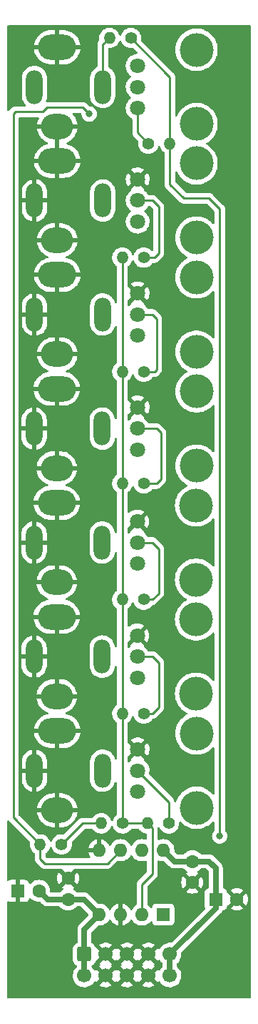
<source format=gtl>
%TF.GenerationSoftware,KiCad,Pcbnew,(6.0.1)*%
%TF.CreationDate,2022-09-30T20:43:48-04:00*%
%TF.ProjectId,SYNTH-MIXER6-01,53594e54-482d-44d4-9958-4552362d3031,1*%
%TF.SameCoordinates,Original*%
%TF.FileFunction,Copper,L1,Top*%
%TF.FilePolarity,Positive*%
%FSLAX46Y46*%
G04 Gerber Fmt 4.6, Leading zero omitted, Abs format (unit mm)*
G04 Created by KiCad (PCBNEW (6.0.1)) date 2022-09-30 20:43:48*
%MOMM*%
%LPD*%
G01*
G04 APERTURE LIST*
G04 Aperture macros list*
%AMRoundRect*
0 Rectangle with rounded corners*
0 $1 Rounding radius*
0 $2 $3 $4 $5 $6 $7 $8 $9 X,Y pos of 4 corners*
0 Add a 4 corners polygon primitive as box body*
4,1,4,$2,$3,$4,$5,$6,$7,$8,$9,$2,$3,0*
0 Add four circle primitives for the rounded corners*
1,1,$1+$1,$2,$3*
1,1,$1+$1,$4,$5*
1,1,$1+$1,$6,$7*
1,1,$1+$1,$8,$9*
0 Add four rect primitives between the rounded corners*
20,1,$1+$1,$2,$3,$4,$5,0*
20,1,$1+$1,$4,$5,$6,$7,0*
20,1,$1+$1,$6,$7,$8,$9,0*
20,1,$1+$1,$8,$9,$2,$3,0*%
G04 Aperture macros list end*
%TA.AperFunction,WasherPad*%
%ADD10C,4.000000*%
%TD*%
%TA.AperFunction,ComponentPad*%
%ADD11C,1.800000*%
%TD*%
%TA.AperFunction,ComponentPad*%
%ADD12C,1.400000*%
%TD*%
%TA.AperFunction,ComponentPad*%
%ADD13O,1.400000X1.400000*%
%TD*%
%TA.AperFunction,ComponentPad*%
%ADD14O,4.500000X3.000000*%
%TD*%
%TA.AperFunction,ComponentPad*%
%ADD15O,3.800000X3.000000*%
%TD*%
%TA.AperFunction,ComponentPad*%
%ADD16O,2.000000X4.000000*%
%TD*%
%TA.AperFunction,ComponentPad*%
%ADD17RoundRect,0.250000X-0.600000X0.600000X-0.600000X-0.600000X0.600000X-0.600000X0.600000X0.600000X0*%
%TD*%
%TA.AperFunction,ComponentPad*%
%ADD18C,1.700000*%
%TD*%
%TA.AperFunction,ComponentPad*%
%ADD19R,1.600000X1.600000*%
%TD*%
%TA.AperFunction,ComponentPad*%
%ADD20C,1.600000*%
%TD*%
%TA.AperFunction,ComponentPad*%
%ADD21O,1.600000X1.600000*%
%TD*%
%TA.AperFunction,ViaPad*%
%ADD22C,0.800000*%
%TD*%
%TA.AperFunction,Conductor*%
%ADD23C,0.250000*%
%TD*%
%TA.AperFunction,Conductor*%
%ADD24C,0.635000*%
%TD*%
%TA.AperFunction,Conductor*%
%ADD25C,0.660400*%
%TD*%
G04 APERTURE END LIST*
D10*
%TO.P,RV5,*%
%TO.N,*%
X22950000Y-72402501D03*
X22950000Y-63602501D03*
D11*
%TO.P,RV5,1,1*%
%TO.N,/VI_4*%
X15950000Y-70502501D03*
%TO.P,RV5,2,2*%
%TO.N,/POTWIPER_4*%
X15950000Y-68002501D03*
%TO.P,RV5,3,3*%
%TO.N,GND*%
X15950000Y-65502501D03*
%TD*%
D12*
%TO.P,R4,1*%
%TO.N,/POTWIPER_4*%
X16720000Y-74752501D03*
D13*
%TO.P,R4,2*%
%TO.N,/VSUM*%
X14180000Y-74752501D03*
%TD*%
D10*
%TO.P,RV1,*%
%TO.N,*%
X23000000Y-18452501D03*
X23000000Y-9652501D03*
D11*
%TO.P,RV1,1,1*%
%TO.N,/VOL1*%
X16000000Y-16552501D03*
%TO.P,RV1,2,2*%
%TO.N,/VOL2*%
X16000000Y-14052501D03*
%TO.P,RV1,3,3*%
X16000000Y-11552501D03*
%TD*%
D10*
%TO.P,RV3,*%
%TO.N,*%
X23000000Y-36602501D03*
X23000000Y-45402501D03*
D11*
%TO.P,RV3,1,1*%
%TO.N,/VI_2*%
X16000000Y-43502501D03*
%TO.P,RV3,2,2*%
%TO.N,/POTWIPER_2*%
X16000000Y-41002501D03*
%TO.P,RV3,3,3*%
%TO.N,GND*%
X16000000Y-38502501D03*
%TD*%
D14*
%TO.P,J7,S*%
%TO.N,GND*%
X6450000Y-90302501D03*
D15*
X6450000Y-99702501D03*
D16*
%TO.P,J7,T*%
%TO.N,/VI_6*%
X11850000Y-95002501D03*
%TO.P,J7,TN*%
%TO.N,GND*%
X3750000Y-95002501D03*
%TD*%
D10*
%TO.P,RV6,*%
%TO.N,*%
X22950000Y-77102501D03*
X22950000Y-85902501D03*
D11*
%TO.P,RV6,1,1*%
%TO.N,/VI_5*%
X15950000Y-84002501D03*
%TO.P,RV6,2,2*%
%TO.N,/POTWIPER_5*%
X15950000Y-81502501D03*
%TO.P,RV6,3,3*%
%TO.N,GND*%
X15950000Y-79002501D03*
%TD*%
D14*
%TO.P,J5,S*%
%TO.N,GND*%
X6400000Y-63302501D03*
D15*
X6400000Y-72702501D03*
D16*
%TO.P,J5,T*%
%TO.N,/VI_4*%
X11800000Y-68002501D03*
%TO.P,J5,TN*%
%TO.N,GND*%
X3700000Y-68002501D03*
%TD*%
D14*
%TO.P,J6,S*%
%TO.N,GND*%
X6400000Y-76802501D03*
D15*
X6400000Y-86202501D03*
D16*
%TO.P,J6,T*%
%TO.N,/VI_5*%
X11800000Y-81502501D03*
%TO.P,J6,TN*%
%TO.N,GND*%
X3700000Y-81502501D03*
%TD*%
D12*
%TO.P,R10,1*%
%TO.N,/VO*%
X15190000Y-8250000D03*
D13*
%TO.P,R10,2*%
%TO.N,/OUT*%
X12650000Y-8250000D03*
%TD*%
D10*
%TO.P,RV7,*%
%TO.N,*%
X23000000Y-90602501D03*
X23000000Y-99402501D03*
D11*
%TO.P,RV7,1,1*%
%TO.N,/VI_6*%
X16000000Y-97502501D03*
%TO.P,RV7,2,2*%
%TO.N,/POTWIPER_6*%
X16000000Y-95002501D03*
%TO.P,RV7,3,3*%
%TO.N,GND*%
X16000000Y-92502501D03*
%TD*%
D12*
%TO.P,R5,1*%
%TO.N,/POTWIPER_5*%
X16720000Y-88252501D03*
D13*
%TO.P,R5,2*%
%TO.N,/VSUM*%
X14180000Y-88252501D03*
%TD*%
D14*
%TO.P,J2,S*%
%TO.N,GND*%
X6450000Y-22802501D03*
D15*
X6450000Y-32202501D03*
D16*
%TO.P,J2,T*%
%TO.N,/VI_1*%
X11850000Y-27502501D03*
%TO.P,J2,TN*%
%TO.N,GND*%
X3750000Y-27502501D03*
%TD*%
D15*
%TO.P,J1,S*%
%TO.N,GND*%
X6450000Y-18752501D03*
D14*
X6450000Y-9352501D03*
D16*
%TO.P,J1,T*%
%TO.N,/OUT*%
X11850000Y-14052501D03*
%TO.P,J1,TN*%
%TO.N,unconnected-(J1-PadTN)*%
X3750000Y-14052501D03*
%TD*%
D12*
%TO.P,R3,1*%
%TO.N,/POTWIPER_3*%
X16720000Y-61002501D03*
D13*
%TO.P,R3,2*%
%TO.N,/VSUM*%
X14180000Y-61002501D03*
%TD*%
D14*
%TO.P,J4,S*%
%TO.N,GND*%
X6400000Y-49802501D03*
D15*
X6400000Y-59202501D03*
D16*
%TO.P,J4,T*%
%TO.N,/VI_3*%
X11800000Y-54502501D03*
%TO.P,J4,TN*%
%TO.N,GND*%
X3700000Y-54502501D03*
%TD*%
D10*
%TO.P,RV2,*%
%TO.N,*%
X23000000Y-31902501D03*
X23000000Y-23102501D03*
D11*
%TO.P,RV2,1,1*%
%TO.N,/VI_1*%
X16000000Y-30002501D03*
%TO.P,RV2,2,2*%
%TO.N,/POTWIPER_1*%
X16000000Y-27502501D03*
%TO.P,RV2,3,3*%
%TO.N,GND*%
X16000000Y-25002501D03*
%TD*%
D12*
%TO.P,R1,1*%
%TO.N,/POTWIPER_1*%
X16720000Y-34252501D03*
D13*
%TO.P,R1,2*%
%TO.N,/VSUM*%
X14180000Y-34252501D03*
%TD*%
D10*
%TO.P,RV4,*%
%TO.N,*%
X23000000Y-58902501D03*
X23000000Y-50102501D03*
D11*
%TO.P,RV4,1,1*%
%TO.N,/VI_3*%
X16000000Y-57002501D03*
%TO.P,RV4,2,2*%
%TO.N,/POTWIPER_3*%
X16000000Y-54502501D03*
%TO.P,RV4,3,3*%
%TO.N,GND*%
X16000000Y-52002501D03*
%TD*%
D12*
%TO.P,R2,1*%
%TO.N,/POTWIPER_2*%
X16720000Y-47752501D03*
D13*
%TO.P,R2,2*%
%TO.N,/VSUM*%
X14180000Y-47752501D03*
%TD*%
D15*
%TO.P,J3,S*%
%TO.N,GND*%
X6450000Y-45702501D03*
D14*
X6450000Y-36302501D03*
D16*
%TO.P,J3,T*%
%TO.N,/VI_2*%
X11850000Y-41002501D03*
%TO.P,J3,TN*%
%TO.N,GND*%
X3750000Y-41002501D03*
%TD*%
D17*
%TO.P,J8,1,Pin_1*%
%TO.N,-12V*%
X9670000Y-116747500D03*
D18*
%TO.P,J8,2,Pin_2*%
X9670000Y-119287500D03*
%TO.P,J8,3,Pin_3*%
%TO.N,GND*%
X12210000Y-116747500D03*
%TO.P,J8,4,Pin_4*%
X12210000Y-119287500D03*
%TO.P,J8,5,Pin_5*%
X14750000Y-116747500D03*
%TO.P,J8,6,Pin_6*%
X14750000Y-119287500D03*
%TO.P,J8,7,Pin_7*%
X17290000Y-116747500D03*
%TO.P,J8,8,Pin_8*%
X17290000Y-119287500D03*
%TO.P,J8,9,Pin_9*%
%TO.N,+12V*%
X19830000Y-116747500D03*
%TO.P,J8,10,Pin_10*%
X19830000Y-119287500D03*
%TD*%
D19*
%TO.P,C3,1*%
%TO.N,+12V*%
X25294888Y-110250000D03*
D20*
%TO.P,C3,2*%
%TO.N,GND*%
X27794888Y-110250000D03*
%TD*%
D19*
%TO.P,U1,1*%
%TO.N,Net-(R7-Pad2)*%
X19050000Y-112050000D03*
D21*
%TO.P,U1,2,-*%
%TO.N,/VSUM*%
X16510000Y-112050000D03*
%TO.P,U1,3,+*%
%TO.N,GND*%
X13970000Y-112050000D03*
%TO.P,U1,4,V-*%
%TO.N,-12V*%
X11430000Y-112050000D03*
%TO.P,U1,5,+*%
%TO.N,GND*%
X11430000Y-104430000D03*
%TO.P,U1,6,-*%
%TO.N,/VOL2*%
X13970000Y-104430000D03*
%TO.P,U1,7*%
%TO.N,/VO*%
X16510000Y-104430000D03*
%TO.P,U1,8,V+*%
%TO.N,+12V*%
X19050000Y-104430000D03*
%TD*%
D12*
%TO.P,R7,1*%
%TO.N,/VSUM*%
X14220000Y-101250000D03*
D13*
%TO.P,R7,2*%
%TO.N,Net-(R7-Pad2)*%
X11680000Y-101250000D03*
%TD*%
D20*
%TO.P,C1,1*%
%TO.N,+12V*%
X22500000Y-105750000D03*
%TO.P,C1,2*%
%TO.N,GND*%
X22500000Y-108250000D03*
%TD*%
%TO.P,C2,1*%
%TO.N,GND*%
X7750000Y-107750000D03*
%TO.P,C2,2*%
%TO.N,-12V*%
X7750000Y-110250000D03*
%TD*%
D12*
%TO.P,R8,1*%
%TO.N,Net-(R7-Pad2)*%
X6970000Y-103750000D03*
D13*
%TO.P,R8,2*%
%TO.N,/VOL2*%
X4430000Y-103750000D03*
%TD*%
D12*
%TO.P,R9,1*%
%TO.N,/VOL1*%
X17280000Y-20750000D03*
D13*
%TO.P,R9,2*%
%TO.N,/VO*%
X19820000Y-20750000D03*
%TD*%
D12*
%TO.P,R6,1*%
%TO.N,/POTWIPER_6*%
X19720000Y-101250000D03*
D13*
%TO.P,R6,2*%
%TO.N,/VSUM*%
X17180000Y-101250000D03*
%TD*%
D19*
%TO.P,C4,1*%
%TO.N,GND*%
X1794888Y-109250000D03*
D20*
%TO.P,C4,2*%
%TO.N,-12V*%
X4294888Y-109250000D03*
%TD*%
D22*
%TO.N,/VOL2*%
X10250000Y-17250000D03*
%TO.N,/VO*%
X25750000Y-102750000D03*
%TD*%
D23*
%TO.N,/POTWIPER_4*%
X16470000Y-74752501D02*
X17750000Y-74752501D01*
X15950000Y-68002501D02*
X17750000Y-68002501D01*
X17750000Y-74752501D02*
X18500000Y-74002501D01*
X17750000Y-68002501D02*
X18500000Y-68752501D01*
X18500000Y-74002501D02*
X18500000Y-68752501D01*
%TO.N,/POTWIPER_3*%
X18750000Y-55002501D02*
X18750000Y-60502501D01*
X18250000Y-54502501D02*
X18750000Y-55002501D01*
X18750000Y-60502501D02*
X18250000Y-61002501D01*
X16000000Y-54502501D02*
X18250000Y-54502501D01*
X18250000Y-61002501D02*
X16460000Y-61002501D01*
%TO.N,/POTWIPER_2*%
X16720000Y-47752501D02*
X18000000Y-47752501D01*
X18000000Y-47752501D02*
X18250000Y-47502501D01*
X18250000Y-47502501D02*
X18250000Y-41502501D01*
X18250000Y-41502501D02*
X17750000Y-41002501D01*
X17750000Y-41002501D02*
X16000000Y-41002501D01*
%TO.N,/POTWIPER_5*%
X16470000Y-88252501D02*
X17750000Y-88252501D01*
X17750000Y-88252501D02*
X18500000Y-87502501D01*
X17750000Y-81502501D02*
X18500000Y-82252501D01*
X15950000Y-81502501D02*
X17750000Y-81502501D01*
X18500000Y-82252501D02*
X18500000Y-87502501D01*
%TO.N,/POTWIPER_6*%
X19720000Y-98722501D02*
X19720000Y-101250000D01*
X16000000Y-95002501D02*
X19720000Y-98722501D01*
D24*
%TO.N,+12V*%
X22500000Y-105750000D02*
X24500000Y-105750000D01*
X24500000Y-105750000D02*
X25294887Y-106544887D01*
D25*
X19830001Y-119287493D02*
X19830001Y-116747493D01*
D24*
X25294887Y-111282613D02*
X19830000Y-116747500D01*
X20370000Y-105750000D02*
X19050000Y-104430000D01*
X25294887Y-106544887D02*
X25294887Y-111282613D01*
X22500000Y-105750000D02*
X20370000Y-105750000D01*
%TO.N,-12V*%
X9630000Y-110250000D02*
X11430000Y-112050000D01*
X7750000Y-110250000D02*
X5294888Y-110250000D01*
X11430000Y-112050000D02*
X9670000Y-113810000D01*
X7750000Y-110250000D02*
X9630000Y-110250000D01*
X9670001Y-119287493D02*
X9670001Y-116747493D01*
X5294888Y-110250000D02*
X4294888Y-109250000D01*
X9670000Y-113810000D02*
X9670000Y-116747500D01*
D23*
%TO.N,/OUT*%
X11850000Y-14052501D02*
X11850000Y-9050000D01*
X11850000Y-9050000D02*
X12650000Y-8250000D01*
%TO.N,Net-(R7-Pad2)*%
X9470000Y-101250000D02*
X6970000Y-103750000D01*
X11680000Y-101250000D02*
X9470000Y-101250000D01*
%TO.N,/VOL2*%
X12400000Y-106000000D02*
X5000000Y-106000000D01*
X4430000Y-103750000D02*
X1250000Y-100570000D01*
X9500000Y-16500000D02*
X10250000Y-17250000D01*
X1250000Y-17250000D02*
X1500000Y-17000000D01*
X4430000Y-105430000D02*
X4430000Y-103750000D01*
X13970000Y-104430000D02*
X12400000Y-106000000D01*
X4750000Y-17000000D02*
X5250000Y-16500000D01*
X1500000Y-17000000D02*
X4750000Y-17000000D01*
X5000000Y-106000000D02*
X4430000Y-105430000D01*
X5250000Y-16500000D02*
X9500000Y-16500000D01*
X1250000Y-100570000D02*
X1250000Y-17250000D01*
%TO.N,/VOL1*%
X16000000Y-16552501D02*
X16000000Y-19470000D01*
X16000000Y-19470000D02*
X17280000Y-20750000D01*
%TO.N,/VSUM*%
X14180000Y-34252501D02*
X14180000Y-47752501D01*
X14180000Y-101210000D02*
X14220000Y-101250000D01*
X17750000Y-107250000D02*
X16510000Y-108490000D01*
X14180000Y-74752501D02*
X14180000Y-88252501D01*
X17180000Y-101250000D02*
X17750000Y-101820000D01*
X17750000Y-101820000D02*
X17750000Y-107250000D01*
X14220000Y-101250000D02*
X17180000Y-101250000D01*
X14180000Y-88252501D02*
X14180000Y-101210000D01*
X14180000Y-47752501D02*
X14180000Y-61002501D01*
X16510000Y-108490000D02*
X16510000Y-112050000D01*
X14180000Y-74752501D02*
X14180000Y-61002501D01*
%TO.N,/VO*%
X25750000Y-28500000D02*
X24500000Y-27250000D01*
X24500000Y-27250000D02*
X21500000Y-27250000D01*
X21500000Y-27250000D02*
X19820000Y-25570000D01*
X19820000Y-12880000D02*
X15190000Y-8250000D01*
X19820000Y-20750000D02*
X19820000Y-12880000D01*
X19820000Y-25570000D02*
X19820000Y-20750000D01*
X25750000Y-102750000D02*
X25750000Y-28500000D01*
%TO.N,/POTWIPER_1*%
X16720000Y-34252501D02*
X17997499Y-34252501D01*
X18500000Y-33750000D02*
X18500000Y-28250000D01*
X17997499Y-34252501D02*
X18500000Y-33750000D01*
X17752501Y-27502501D02*
X18500000Y-28250000D01*
X16000000Y-27502501D02*
X17752501Y-27502501D01*
%TD*%
%TA.AperFunction,Conductor*%
%TO.N,GND*%
G36*
X29434121Y-6780503D02*
G01*
X29480614Y-6834159D01*
X29492000Y-6886501D01*
X29492000Y-121868501D01*
X29471998Y-121936622D01*
X29418342Y-121983115D01*
X29366000Y-121994501D01*
X634000Y-121994501D01*
X565879Y-121974499D01*
X519386Y-121920843D01*
X508000Y-121868501D01*
X508000Y-110571873D01*
X528002Y-110503752D01*
X581658Y-110457259D01*
X651932Y-110447155D01*
X709566Y-110471047D01*
X741244Y-110494788D01*
X756834Y-110503324D01*
X877282Y-110548478D01*
X892537Y-110552105D01*
X943402Y-110557631D01*
X950216Y-110558000D01*
X1522773Y-110558000D01*
X1538012Y-110553525D01*
X1539217Y-110552135D01*
X1540888Y-110544452D01*
X1540888Y-110539884D01*
X2048888Y-110539884D01*
X2053363Y-110555123D01*
X2054753Y-110556328D01*
X2062436Y-110557999D01*
X2639557Y-110557999D01*
X2646378Y-110557629D01*
X2697240Y-110552105D01*
X2712492Y-110548479D01*
X2832942Y-110503324D01*
X2848537Y-110494786D01*
X2950612Y-110418285D01*
X2963173Y-110405724D01*
X3039674Y-110303649D01*
X3048212Y-110288054D01*
X3096140Y-110160207D01*
X3098000Y-110160904D01*
X3128019Y-110108372D01*
X3190978Y-110075558D01*
X3261682Y-110081992D01*
X3304469Y-110110079D01*
X3450588Y-110256198D01*
X3455096Y-110259355D01*
X3455099Y-110259357D01*
X3496083Y-110288054D01*
X3638139Y-110387523D01*
X3643121Y-110389846D01*
X3643126Y-110389849D01*
X3840663Y-110481961D01*
X3845645Y-110484284D01*
X3850953Y-110485706D01*
X3850955Y-110485707D01*
X4061486Y-110542119D01*
X4061488Y-110542119D01*
X4066801Y-110543543D01*
X4294888Y-110563498D01*
X4300363Y-110563019D01*
X4300364Y-110563019D01*
X4370023Y-110556925D01*
X4439628Y-110570915D01*
X4470099Y-110593351D01*
X4682503Y-110805755D01*
X4689646Y-110813522D01*
X4721903Y-110851693D01*
X4727327Y-110855840D01*
X4727328Y-110855841D01*
X4783922Y-110899110D01*
X4786338Y-110901003D01*
X4847239Y-110949970D01*
X4853352Y-110953005D01*
X4855396Y-110954312D01*
X4855850Y-110954630D01*
X4856503Y-110955036D01*
X4856993Y-110955306D01*
X4859059Y-110956557D01*
X4864474Y-110960697D01*
X4915192Y-110984347D01*
X4935232Y-110993692D01*
X4938004Y-110995026D01*
X5007990Y-111029767D01*
X5014615Y-111031419D01*
X5016882Y-111032253D01*
X5017407Y-111032472D01*
X5018111Y-111032721D01*
X5018661Y-111032883D01*
X5020945Y-111033661D01*
X5027127Y-111036543D01*
X5033785Y-111038031D01*
X5033793Y-111038034D01*
X5103346Y-111053581D01*
X5106342Y-111054289D01*
X5175503Y-111071533D01*
X5175506Y-111071533D01*
X5182126Y-111073184D01*
X5188947Y-111073375D01*
X5191344Y-111073703D01*
X5192458Y-111073904D01*
X5197232Y-111074566D01*
X5202272Y-111075693D01*
X5207763Y-111076000D01*
X5281177Y-111076000D01*
X5284695Y-111076049D01*
X5361523Y-111078195D01*
X5368230Y-111076916D01*
X5374565Y-111076406D01*
X5384672Y-111076000D01*
X6673312Y-111076000D01*
X6741433Y-111096002D01*
X6762407Y-111112905D01*
X6905700Y-111256198D01*
X6910208Y-111259355D01*
X6910211Y-111259357D01*
X6926098Y-111270481D01*
X7093251Y-111387523D01*
X7098233Y-111389846D01*
X7098238Y-111389849D01*
X7190882Y-111433049D01*
X7300757Y-111484284D01*
X7306065Y-111485706D01*
X7306067Y-111485707D01*
X7516598Y-111542119D01*
X7516600Y-111542119D01*
X7521913Y-111543543D01*
X7750000Y-111563498D01*
X7978087Y-111543543D01*
X7983400Y-111542119D01*
X7983402Y-111542119D01*
X8193933Y-111485707D01*
X8193935Y-111485706D01*
X8199243Y-111484284D01*
X8309118Y-111433049D01*
X8401762Y-111389849D01*
X8401767Y-111389846D01*
X8406749Y-111387523D01*
X8573902Y-111270481D01*
X8589789Y-111259357D01*
X8589792Y-111259355D01*
X8594300Y-111256198D01*
X8737593Y-111112905D01*
X8799905Y-111078879D01*
X8826688Y-111076000D01*
X9235669Y-111076000D01*
X9303790Y-111096002D01*
X9324764Y-111112905D01*
X10086649Y-111874790D01*
X10120675Y-111937102D01*
X10123075Y-111974866D01*
X10116502Y-112050000D01*
X10116981Y-112055475D01*
X10116981Y-112055476D01*
X10123075Y-112125135D01*
X10109085Y-112194740D01*
X10086649Y-112225211D01*
X9114245Y-113197615D01*
X9106478Y-113204758D01*
X9100403Y-113209892D01*
X9068307Y-113237015D01*
X9023800Y-113295229D01*
X9020869Y-113299062D01*
X9018971Y-113301482D01*
X8970031Y-113362350D01*
X8966998Y-113368460D01*
X8965696Y-113370496D01*
X8965377Y-113370952D01*
X8964967Y-113371610D01*
X8964698Y-113372100D01*
X8963447Y-113374166D01*
X8959303Y-113379586D01*
X8926305Y-113450351D01*
X8924971Y-113453122D01*
X8890233Y-113523102D01*
X8888581Y-113529727D01*
X8887747Y-113531994D01*
X8887528Y-113532519D01*
X8887279Y-113533223D01*
X8887117Y-113533773D01*
X8886339Y-113536057D01*
X8883457Y-113542239D01*
X8881969Y-113548897D01*
X8881966Y-113548905D01*
X8866419Y-113618458D01*
X8865711Y-113621454D01*
X8848467Y-113690615D01*
X8846816Y-113697238D01*
X8846625Y-113704059D01*
X8846297Y-113706456D01*
X8846096Y-113707570D01*
X8845434Y-113712344D01*
X8844307Y-113717384D01*
X8844000Y-113722875D01*
X8844000Y-113796289D01*
X8843951Y-113799807D01*
X8841805Y-113876635D01*
X8843084Y-113883342D01*
X8843594Y-113889677D01*
X8844000Y-113899784D01*
X8844000Y-115332482D01*
X8823998Y-115400603D01*
X8770342Y-115447096D01*
X8757875Y-115452006D01*
X8753004Y-115453631D01*
X8753002Y-115453632D01*
X8746054Y-115455950D01*
X8595652Y-115549022D01*
X8470695Y-115674197D01*
X8377885Y-115824762D01*
X8322203Y-115992639D01*
X8321503Y-115999475D01*
X8321502Y-115999478D01*
X8317091Y-116042531D01*
X8311500Y-116097100D01*
X8311500Y-117397900D01*
X8311837Y-117401146D01*
X8311837Y-117401150D01*
X8317298Y-117453777D01*
X8322474Y-117503666D01*
X8324655Y-117510202D01*
X8324655Y-117510204D01*
X8368728Y-117642306D01*
X8378450Y-117671446D01*
X8471522Y-117821848D01*
X8596697Y-117946805D01*
X8602927Y-117950645D01*
X8602928Y-117950646D01*
X8729104Y-118028422D01*
X8747262Y-118039615D01*
X8754209Y-118041919D01*
X8756276Y-118042883D01*
X8809561Y-118089799D01*
X8829023Y-118158076D01*
X8808482Y-118226036D01*
X8778681Y-118257837D01*
X8764965Y-118268135D01*
X8610629Y-118429638D01*
X8484743Y-118614180D01*
X8390688Y-118816805D01*
X8330989Y-119032070D01*
X8307251Y-119254195D01*
X8307548Y-119259348D01*
X8307548Y-119259351D01*
X8313011Y-119354090D01*
X8320110Y-119477215D01*
X8321247Y-119482261D01*
X8321248Y-119482267D01*
X8341119Y-119570439D01*
X8369222Y-119695139D01*
X8453266Y-119902116D01*
X8490072Y-119962178D01*
X8567288Y-120088183D01*
X8569987Y-120092588D01*
X8716250Y-120261438D01*
X8888126Y-120404132D01*
X9081000Y-120516838D01*
X9289692Y-120596530D01*
X9294760Y-120597561D01*
X9294763Y-120597562D01*
X9399604Y-120618892D01*
X9508597Y-120641067D01*
X9513772Y-120641257D01*
X9513774Y-120641257D01*
X9726673Y-120649064D01*
X9726677Y-120649064D01*
X9731837Y-120649253D01*
X9736957Y-120648597D01*
X9736959Y-120648597D01*
X9948288Y-120621525D01*
X9948289Y-120621525D01*
X9953416Y-120620868D01*
X9958366Y-120619383D01*
X10162429Y-120558161D01*
X10162434Y-120558159D01*
X10167384Y-120556674D01*
X10367994Y-120458396D01*
X10432544Y-120412353D01*
X11449977Y-120412353D01*
X11455258Y-120419407D01*
X11616756Y-120513779D01*
X11626042Y-120518229D01*
X11825001Y-120594203D01*
X11834899Y-120597079D01*
X12043595Y-120639538D01*
X12053823Y-120640757D01*
X12266650Y-120648562D01*
X12276936Y-120648095D01*
X12488185Y-120621034D01*
X12498262Y-120618892D01*
X12702255Y-120557691D01*
X12711842Y-120553933D01*
X12903098Y-120460238D01*
X12911944Y-120454965D01*
X12959247Y-120421223D01*
X12966211Y-120412353D01*
X13989977Y-120412353D01*
X13995258Y-120419407D01*
X14156756Y-120513779D01*
X14166042Y-120518229D01*
X14365001Y-120594203D01*
X14374899Y-120597079D01*
X14583595Y-120639538D01*
X14593823Y-120640757D01*
X14806650Y-120648562D01*
X14816936Y-120648095D01*
X15028185Y-120621034D01*
X15038262Y-120618892D01*
X15242255Y-120557691D01*
X15251842Y-120553933D01*
X15443098Y-120460238D01*
X15451944Y-120454965D01*
X15499247Y-120421223D01*
X15506211Y-120412353D01*
X16529977Y-120412353D01*
X16535258Y-120419407D01*
X16696756Y-120513779D01*
X16706042Y-120518229D01*
X16905001Y-120594203D01*
X16914899Y-120597079D01*
X17123595Y-120639538D01*
X17133823Y-120640757D01*
X17346650Y-120648562D01*
X17356936Y-120648095D01*
X17568185Y-120621034D01*
X17578262Y-120618892D01*
X17782255Y-120557691D01*
X17791842Y-120553933D01*
X17983098Y-120460238D01*
X17991944Y-120454965D01*
X18039247Y-120421223D01*
X18047648Y-120410523D01*
X18040660Y-120397370D01*
X17302812Y-119659522D01*
X17288868Y-119651908D01*
X17287035Y-119652039D01*
X17280420Y-119656290D01*
X16536737Y-120399973D01*
X16529977Y-120412353D01*
X15506211Y-120412353D01*
X15507648Y-120410523D01*
X15500660Y-120397370D01*
X14762812Y-119659522D01*
X14748868Y-119651908D01*
X14747035Y-119652039D01*
X14740420Y-119656290D01*
X13996737Y-120399973D01*
X13989977Y-120412353D01*
X12966211Y-120412353D01*
X12967648Y-120410523D01*
X12960660Y-120397370D01*
X12222812Y-119659522D01*
X12208868Y-119651908D01*
X12207035Y-119652039D01*
X12200420Y-119656290D01*
X11456737Y-120399973D01*
X11449977Y-120412353D01*
X10432544Y-120412353D01*
X10549860Y-120328673D01*
X10708096Y-120170989D01*
X10767594Y-120088189D01*
X10838453Y-119989577D01*
X10839640Y-119990430D01*
X10886960Y-119946862D01*
X10956897Y-119934645D01*
X11022338Y-119962178D01*
X11050166Y-119994012D01*
X11076459Y-120036919D01*
X11086916Y-120046380D01*
X11095694Y-120042596D01*
X11837978Y-119300312D01*
X11844356Y-119288632D01*
X12574408Y-119288632D01*
X12574539Y-119290465D01*
X12578790Y-119297080D01*
X13320474Y-120038764D01*
X13332484Y-120045323D01*
X13344223Y-120036355D01*
X13378022Y-119989319D01*
X13379149Y-119990129D01*
X13426659Y-119946381D01*
X13496596Y-119934161D01*
X13562038Y-119961691D01*
X13589870Y-119993529D01*
X13616459Y-120036919D01*
X13626916Y-120046380D01*
X13635694Y-120042596D01*
X14377978Y-119300312D01*
X14384356Y-119288632D01*
X15114408Y-119288632D01*
X15114539Y-119290465D01*
X15118790Y-119297080D01*
X15860474Y-120038764D01*
X15872484Y-120045323D01*
X15884223Y-120036355D01*
X15918022Y-119989319D01*
X15919149Y-119990129D01*
X15966659Y-119946381D01*
X16036596Y-119934161D01*
X16102038Y-119961691D01*
X16129870Y-119993529D01*
X16156459Y-120036919D01*
X16166916Y-120046380D01*
X16175694Y-120042596D01*
X16917978Y-119300312D01*
X16925592Y-119286368D01*
X16925461Y-119284535D01*
X16921210Y-119277920D01*
X16179849Y-118536559D01*
X16168313Y-118530259D01*
X16156028Y-118539884D01*
X16123192Y-118588020D01*
X16068281Y-118633023D01*
X15997756Y-118641194D01*
X15934009Y-118609940D01*
X15913311Y-118585455D01*
X15883062Y-118538697D01*
X15872377Y-118529495D01*
X15862812Y-118533898D01*
X15122022Y-119274688D01*
X15114408Y-119288632D01*
X14384356Y-119288632D01*
X14385592Y-119286368D01*
X14385461Y-119284535D01*
X14381210Y-119277920D01*
X13639849Y-118536559D01*
X13628313Y-118530259D01*
X13616028Y-118539884D01*
X13583192Y-118588020D01*
X13528281Y-118633023D01*
X13457756Y-118641194D01*
X13394009Y-118609940D01*
X13373311Y-118585455D01*
X13343062Y-118538697D01*
X13332377Y-118529495D01*
X13322812Y-118533898D01*
X12582022Y-119274688D01*
X12574408Y-119288632D01*
X11844356Y-119288632D01*
X11845592Y-119286368D01*
X11845461Y-119284535D01*
X11841210Y-119277920D01*
X11099849Y-118536559D01*
X11088313Y-118530259D01*
X11076031Y-118539882D01*
X11043499Y-118587572D01*
X10988587Y-118632575D01*
X10918063Y-118640746D01*
X10854316Y-118609492D01*
X10833618Y-118585008D01*
X10752822Y-118460117D01*
X10752820Y-118460114D01*
X10750014Y-118455777D01*
X10599670Y-118290551D01*
X10557007Y-118256857D01*
X10515944Y-118198941D01*
X10512712Y-118128018D01*
X10548337Y-118066607D01*
X10581647Y-118043876D01*
X10587007Y-118041365D01*
X10593946Y-118039050D01*
X10744348Y-117945978D01*
X10817845Y-117872353D01*
X11449977Y-117872353D01*
X11455258Y-117879407D01*
X11502479Y-117907001D01*
X11551203Y-117958639D01*
X11564274Y-118028422D01*
X11537543Y-118094194D01*
X11497087Y-118127553D01*
X11488466Y-118132041D01*
X11479734Y-118137539D01*
X11459677Y-118152599D01*
X11451223Y-118163927D01*
X11457968Y-118176258D01*
X12197188Y-118915478D01*
X12211132Y-118923092D01*
X12212965Y-118922961D01*
X12219580Y-118918710D01*
X12963389Y-118174901D01*
X12970410Y-118162044D01*
X12963611Y-118152713D01*
X12959559Y-118150021D01*
X12922116Y-118129352D01*
X12872145Y-118078920D01*
X12857373Y-118009477D01*
X12882489Y-117943072D01*
X12909840Y-117916465D01*
X12959247Y-117881223D01*
X12966211Y-117872353D01*
X13989977Y-117872353D01*
X13995258Y-117879407D01*
X14042479Y-117907001D01*
X14091203Y-117958639D01*
X14104274Y-118028422D01*
X14077543Y-118094194D01*
X14037087Y-118127553D01*
X14028466Y-118132041D01*
X14019734Y-118137539D01*
X13999677Y-118152599D01*
X13991223Y-118163927D01*
X13997968Y-118176258D01*
X14737188Y-118915478D01*
X14751132Y-118923092D01*
X14752965Y-118922961D01*
X14759580Y-118918710D01*
X15503389Y-118174901D01*
X15510410Y-118162044D01*
X15503611Y-118152713D01*
X15499559Y-118150021D01*
X15462116Y-118129352D01*
X15412145Y-118078920D01*
X15397373Y-118009477D01*
X15422489Y-117943072D01*
X15449840Y-117916465D01*
X15499247Y-117881223D01*
X15506211Y-117872353D01*
X16529977Y-117872353D01*
X16535258Y-117879407D01*
X16582479Y-117907001D01*
X16631203Y-117958639D01*
X16644274Y-118028422D01*
X16617543Y-118094194D01*
X16577087Y-118127553D01*
X16568466Y-118132041D01*
X16559734Y-118137539D01*
X16539677Y-118152599D01*
X16531223Y-118163927D01*
X16537968Y-118176258D01*
X17277188Y-118915478D01*
X17291132Y-118923092D01*
X17292965Y-118922961D01*
X17299580Y-118918710D01*
X18043389Y-118174901D01*
X18050410Y-118162044D01*
X18043611Y-118152713D01*
X18039559Y-118150021D01*
X18002116Y-118129352D01*
X17952145Y-118078920D01*
X17937373Y-118009477D01*
X17962489Y-117943072D01*
X17989840Y-117916465D01*
X18039247Y-117881223D01*
X18047648Y-117870523D01*
X18040660Y-117857370D01*
X17302812Y-117119522D01*
X17288868Y-117111908D01*
X17287035Y-117112039D01*
X17280420Y-117116290D01*
X16536737Y-117859973D01*
X16529977Y-117872353D01*
X15506211Y-117872353D01*
X15507648Y-117870523D01*
X15500660Y-117857370D01*
X14762812Y-117119522D01*
X14748868Y-117111908D01*
X14747035Y-117112039D01*
X14740420Y-117116290D01*
X13996737Y-117859973D01*
X13989977Y-117872353D01*
X12966211Y-117872353D01*
X12967648Y-117870523D01*
X12960660Y-117857370D01*
X12222812Y-117119522D01*
X12208868Y-117111908D01*
X12207035Y-117112039D01*
X12200420Y-117116290D01*
X11456737Y-117859973D01*
X11449977Y-117872353D01*
X10817845Y-117872353D01*
X10869305Y-117820803D01*
X10894969Y-117779168D01*
X10958275Y-117676468D01*
X10958276Y-117676466D01*
X10962115Y-117670238D01*
X10986913Y-117595475D01*
X11027342Y-117537116D01*
X11056630Y-117519434D01*
X11095694Y-117502596D01*
X11837978Y-116760312D01*
X11844356Y-116748632D01*
X12574408Y-116748632D01*
X12574539Y-116750465D01*
X12578790Y-116757080D01*
X13320474Y-117498764D01*
X13332484Y-117505323D01*
X13344223Y-117496355D01*
X13378022Y-117449319D01*
X13379149Y-117450129D01*
X13426659Y-117406381D01*
X13496596Y-117394161D01*
X13562038Y-117421691D01*
X13589870Y-117453529D01*
X13616459Y-117496919D01*
X13626916Y-117506380D01*
X13635694Y-117502596D01*
X14377978Y-116760312D01*
X14384356Y-116748632D01*
X15114408Y-116748632D01*
X15114539Y-116750465D01*
X15118790Y-116757080D01*
X15860474Y-117498764D01*
X15872484Y-117505323D01*
X15884223Y-117496355D01*
X15918022Y-117449319D01*
X15919149Y-117450129D01*
X15966659Y-117406381D01*
X16036596Y-117394161D01*
X16102038Y-117421691D01*
X16129870Y-117453529D01*
X16156459Y-117496919D01*
X16166916Y-117506380D01*
X16175694Y-117502596D01*
X16917978Y-116760312D01*
X16925592Y-116746368D01*
X16925461Y-116744535D01*
X16921210Y-116737920D01*
X16179849Y-115996559D01*
X16168313Y-115990259D01*
X16156028Y-115999884D01*
X16123192Y-116048020D01*
X16068281Y-116093023D01*
X15997756Y-116101194D01*
X15934009Y-116069940D01*
X15913311Y-116045455D01*
X15883062Y-115998697D01*
X15872377Y-115989495D01*
X15862812Y-115993898D01*
X15122022Y-116734688D01*
X15114408Y-116748632D01*
X14384356Y-116748632D01*
X14385592Y-116746368D01*
X14385461Y-116744535D01*
X14381210Y-116737920D01*
X13639849Y-115996559D01*
X13628313Y-115990259D01*
X13616028Y-115999884D01*
X13583192Y-116048020D01*
X13528281Y-116093023D01*
X13457756Y-116101194D01*
X13394009Y-116069940D01*
X13373311Y-116045455D01*
X13343062Y-115998697D01*
X13332377Y-115989495D01*
X13322812Y-115993898D01*
X12582022Y-116734688D01*
X12574408Y-116748632D01*
X11844356Y-116748632D01*
X11845592Y-116746368D01*
X11845461Y-116744535D01*
X11841210Y-116737920D01*
X11099849Y-115996559D01*
X11059510Y-115974531D01*
X11046523Y-115971706D01*
X10996322Y-115921503D01*
X10987388Y-115900997D01*
X10963870Y-115830507D01*
X10963869Y-115830505D01*
X10961550Y-115823554D01*
X10868478Y-115673152D01*
X10819167Y-115623927D01*
X11451223Y-115623927D01*
X11457968Y-115636258D01*
X12197188Y-116375478D01*
X12211132Y-116383092D01*
X12212965Y-116382961D01*
X12219580Y-116378710D01*
X12963389Y-115634901D01*
X12969382Y-115623927D01*
X13991223Y-115623927D01*
X13997968Y-115636258D01*
X14737188Y-116375478D01*
X14751132Y-116383092D01*
X14752965Y-116382961D01*
X14759580Y-116378710D01*
X15503389Y-115634901D01*
X15509382Y-115623927D01*
X16531223Y-115623927D01*
X16537968Y-115636258D01*
X17277188Y-116375478D01*
X17291132Y-116383092D01*
X17292965Y-116382961D01*
X17299580Y-116378710D01*
X18043389Y-115634901D01*
X18050410Y-115622044D01*
X18043611Y-115612713D01*
X18039554Y-115610018D01*
X17853117Y-115507099D01*
X17843705Y-115502869D01*
X17642959Y-115431780D01*
X17632989Y-115429146D01*
X17423327Y-115391801D01*
X17413073Y-115390831D01*
X17200116Y-115388228D01*
X17189832Y-115388948D01*
X16979321Y-115421161D01*
X16969293Y-115423550D01*
X16766868Y-115489712D01*
X16757359Y-115493709D01*
X16568466Y-115592040D01*
X16559734Y-115597539D01*
X16539677Y-115612599D01*
X16531223Y-115623927D01*
X15509382Y-115623927D01*
X15510410Y-115622044D01*
X15503611Y-115612713D01*
X15499554Y-115610018D01*
X15313117Y-115507099D01*
X15303705Y-115502869D01*
X15102959Y-115431780D01*
X15092989Y-115429146D01*
X14883327Y-115391801D01*
X14873073Y-115390831D01*
X14660116Y-115388228D01*
X14649832Y-115388948D01*
X14439321Y-115421161D01*
X14429293Y-115423550D01*
X14226868Y-115489712D01*
X14217359Y-115493709D01*
X14028466Y-115592040D01*
X14019734Y-115597539D01*
X13999677Y-115612599D01*
X13991223Y-115623927D01*
X12969382Y-115623927D01*
X12970410Y-115622044D01*
X12963611Y-115612713D01*
X12959554Y-115610018D01*
X12773117Y-115507099D01*
X12763705Y-115502869D01*
X12562959Y-115431780D01*
X12552989Y-115429146D01*
X12343327Y-115391801D01*
X12333073Y-115390831D01*
X12120116Y-115388228D01*
X12109832Y-115388948D01*
X11899321Y-115421161D01*
X11889293Y-115423550D01*
X11686868Y-115489712D01*
X11677359Y-115493709D01*
X11488466Y-115592040D01*
X11479734Y-115597539D01*
X11459677Y-115612599D01*
X11451223Y-115623927D01*
X10819167Y-115623927D01*
X10743303Y-115548195D01*
X10737072Y-115544354D01*
X10598968Y-115459225D01*
X10598966Y-115459224D01*
X10592738Y-115455385D01*
X10582334Y-115451934D01*
X10580279Y-115450511D01*
X10579156Y-115449987D01*
X10579246Y-115449795D01*
X10523974Y-115411505D01*
X10496736Y-115345941D01*
X10496000Y-115332341D01*
X10496000Y-114204332D01*
X10516002Y-114136211D01*
X10532904Y-114115237D01*
X11254789Y-113393351D01*
X11317102Y-113359326D01*
X11354866Y-113356925D01*
X11424524Y-113363019D01*
X11424525Y-113363019D01*
X11430000Y-113363498D01*
X11658087Y-113343543D01*
X11663400Y-113342119D01*
X11663402Y-113342119D01*
X11873933Y-113285707D01*
X11873935Y-113285706D01*
X11879243Y-113284284D01*
X11885235Y-113281490D01*
X12081762Y-113189849D01*
X12081767Y-113189846D01*
X12086749Y-113187523D01*
X12228458Y-113088297D01*
X12269789Y-113059357D01*
X12269792Y-113059355D01*
X12274300Y-113056198D01*
X12436198Y-112894300D01*
X12567523Y-112706749D01*
X12569846Y-112701767D01*
X12569849Y-112701762D01*
X12586081Y-112666951D01*
X12632998Y-112613666D01*
X12701275Y-112594205D01*
X12769235Y-112614747D01*
X12814471Y-112666951D01*
X12830586Y-112701511D01*
X12836069Y-112711007D01*
X12961028Y-112889467D01*
X12968084Y-112897875D01*
X13122125Y-113051916D01*
X13130533Y-113058972D01*
X13308993Y-113183931D01*
X13318489Y-113189414D01*
X13515947Y-113281490D01*
X13526239Y-113285236D01*
X13698503Y-113331394D01*
X13712599Y-113331058D01*
X13716000Y-113323116D01*
X13716000Y-110782033D01*
X13712027Y-110768502D01*
X13703478Y-110767273D01*
X13526239Y-110814764D01*
X13515947Y-110818510D01*
X13318489Y-110910586D01*
X13308993Y-110916069D01*
X13130533Y-111041028D01*
X13122125Y-111048084D01*
X12968084Y-111202125D01*
X12961028Y-111210533D01*
X12836069Y-111388993D01*
X12830586Y-111398489D01*
X12814471Y-111433049D01*
X12767554Y-111486334D01*
X12699277Y-111505795D01*
X12631317Y-111485253D01*
X12586081Y-111433049D01*
X12569849Y-111398238D01*
X12569846Y-111398233D01*
X12567523Y-111393251D01*
X12471557Y-111256198D01*
X12439357Y-111210211D01*
X12439355Y-111210208D01*
X12436198Y-111205700D01*
X12274300Y-111043802D01*
X12269792Y-111040645D01*
X12269789Y-111040643D01*
X12161869Y-110965077D01*
X12086749Y-110912477D01*
X12081767Y-110910154D01*
X12081762Y-110910151D01*
X11884225Y-110818039D01*
X11884224Y-110818039D01*
X11879243Y-110815716D01*
X11873935Y-110814294D01*
X11873933Y-110814293D01*
X11663402Y-110757881D01*
X11663400Y-110757881D01*
X11658087Y-110756457D01*
X11430000Y-110736502D01*
X11424525Y-110736981D01*
X11424524Y-110736981D01*
X11354866Y-110743075D01*
X11285261Y-110729085D01*
X11254790Y-110706649D01*
X10242385Y-109694245D01*
X10235242Y-109686478D01*
X10207390Y-109653520D01*
X10202985Y-109648307D01*
X10140934Y-109600866D01*
X10138514Y-109598968D01*
X10082968Y-109554307D01*
X10077650Y-109550031D01*
X10071540Y-109546998D01*
X10069504Y-109545696D01*
X10069048Y-109545377D01*
X10068390Y-109544967D01*
X10067900Y-109544698D01*
X10065834Y-109543447D01*
X10060414Y-109539303D01*
X9989646Y-109506304D01*
X9986875Y-109504970D01*
X9947121Y-109485236D01*
X9916898Y-109470233D01*
X9910273Y-109468581D01*
X9908006Y-109467747D01*
X9907481Y-109467528D01*
X9906777Y-109467279D01*
X9906227Y-109467117D01*
X9903943Y-109466339D01*
X9897761Y-109463457D01*
X9891103Y-109461969D01*
X9891095Y-109461966D01*
X9821542Y-109446419D01*
X9818546Y-109445711D01*
X9749385Y-109428467D01*
X9749382Y-109428467D01*
X9742762Y-109426816D01*
X9735941Y-109426625D01*
X9733544Y-109426297D01*
X9732430Y-109426096D01*
X9727656Y-109425434D01*
X9722616Y-109424307D01*
X9717125Y-109424000D01*
X9643711Y-109424000D01*
X9640193Y-109423951D01*
X9639283Y-109423926D01*
X9563365Y-109421805D01*
X9556658Y-109423084D01*
X9550323Y-109423594D01*
X9540216Y-109424000D01*
X8826688Y-109424000D01*
X8758567Y-109403998D01*
X8737593Y-109387095D01*
X8594300Y-109243802D01*
X8589792Y-109240645D01*
X8589789Y-109240643D01*
X8463920Y-109152509D01*
X8406749Y-109112477D01*
X8401765Y-109110153D01*
X8399472Y-109108829D01*
X8350479Y-109057447D01*
X8337043Y-108987733D01*
X8363429Y-108921822D01*
X8399472Y-108890591D01*
X8411002Y-108883934D01*
X8463048Y-108847491D01*
X8471424Y-108837012D01*
X8464356Y-108823566D01*
X7762812Y-108122022D01*
X7748868Y-108114408D01*
X7747035Y-108114539D01*
X7740420Y-108118790D01*
X7034923Y-108824287D01*
X7028493Y-108836062D01*
X7037789Y-108848077D01*
X7088998Y-108883934D01*
X7100528Y-108890591D01*
X7149521Y-108941973D01*
X7162958Y-109011687D01*
X7136571Y-109077598D01*
X7100528Y-109108829D01*
X7098235Y-109110153D01*
X7093251Y-109112477D01*
X7036080Y-109152509D01*
X6910211Y-109240643D01*
X6910208Y-109240645D01*
X6905700Y-109243802D01*
X6762407Y-109387095D01*
X6700095Y-109421121D01*
X6673312Y-109424000D01*
X5730668Y-109424000D01*
X5662547Y-109403998D01*
X5616054Y-109350342D01*
X5605148Y-109287017D01*
X5607907Y-109255485D01*
X5607907Y-109255475D01*
X5608386Y-109250000D01*
X5588431Y-109021913D01*
X5586771Y-109015716D01*
X5530595Y-108806067D01*
X5530594Y-108806065D01*
X5529172Y-108800757D01*
X5499196Y-108736473D01*
X5434737Y-108598238D01*
X5434734Y-108598233D01*
X5432411Y-108593251D01*
X5342662Y-108465077D01*
X5304245Y-108410211D01*
X5304243Y-108410208D01*
X5301086Y-108405700D01*
X5139188Y-108243802D01*
X5134680Y-108240645D01*
X5134677Y-108240643D01*
X5026589Y-108164959D01*
X4951637Y-108112477D01*
X4946655Y-108110154D01*
X4946650Y-108110151D01*
X4749113Y-108018039D01*
X4749112Y-108018039D01*
X4744131Y-108015716D01*
X4738823Y-108014294D01*
X4738821Y-108014293D01*
X4528290Y-107957881D01*
X4528288Y-107957881D01*
X4522975Y-107956457D01*
X4294888Y-107936502D01*
X4066801Y-107956457D01*
X4061488Y-107957881D01*
X4061486Y-107957881D01*
X3850955Y-108014293D01*
X3850953Y-108014294D01*
X3845645Y-108015716D01*
X3840664Y-108018039D01*
X3840663Y-108018039D01*
X3643126Y-108110151D01*
X3643121Y-108110154D01*
X3638139Y-108112477D01*
X3563187Y-108164959D01*
X3455099Y-108240643D01*
X3455096Y-108240645D01*
X3450588Y-108243802D01*
X3304468Y-108389922D01*
X3242156Y-108423948D01*
X3171341Y-108418883D01*
X3114505Y-108376336D01*
X3097205Y-108339394D01*
X3096140Y-108339793D01*
X3048212Y-108211946D01*
X3039674Y-108196351D01*
X2963173Y-108094276D01*
X2950612Y-108081715D01*
X2848537Y-108005214D01*
X2832942Y-107996676D01*
X2712494Y-107951522D01*
X2697239Y-107947895D01*
X2646374Y-107942369D01*
X2639560Y-107942000D01*
X2067003Y-107942000D01*
X2051764Y-107946475D01*
X2050559Y-107947865D01*
X2048888Y-107955548D01*
X2048888Y-110539884D01*
X1540888Y-110539884D01*
X1540888Y-107960116D01*
X1536413Y-107944877D01*
X1535023Y-107943672D01*
X1527340Y-107942001D01*
X950219Y-107942001D01*
X943398Y-107942371D01*
X892536Y-107947895D01*
X877284Y-107951521D01*
X756834Y-107996676D01*
X741244Y-108005212D01*
X709566Y-108028953D01*
X643059Y-108053801D01*
X573677Y-108038748D01*
X523446Y-107988574D01*
X508000Y-107928127D01*
X508000Y-107755475D01*
X6437483Y-107755475D01*
X6456472Y-107972519D01*
X6458375Y-107983312D01*
X6514764Y-108193761D01*
X6518510Y-108204053D01*
X6610586Y-108401511D01*
X6616069Y-108411006D01*
X6652509Y-108463048D01*
X6662988Y-108471424D01*
X6676434Y-108464356D01*
X7377978Y-107762812D01*
X7384356Y-107751132D01*
X8114408Y-107751132D01*
X8114539Y-107752965D01*
X8118790Y-107759580D01*
X8824287Y-108465077D01*
X8836062Y-108471507D01*
X8848077Y-108462211D01*
X8883931Y-108411006D01*
X8889414Y-108401511D01*
X8981490Y-108204053D01*
X8985236Y-108193761D01*
X9041625Y-107983312D01*
X9043528Y-107972519D01*
X9062517Y-107755475D01*
X9062517Y-107744525D01*
X9043528Y-107527481D01*
X9041625Y-107516688D01*
X8985236Y-107306239D01*
X8981490Y-107295947D01*
X8889414Y-107098489D01*
X8883931Y-107088994D01*
X8847491Y-107036952D01*
X8837012Y-107028576D01*
X8823566Y-107035644D01*
X8122022Y-107737188D01*
X8114408Y-107751132D01*
X7384356Y-107751132D01*
X7385592Y-107748868D01*
X7385461Y-107747035D01*
X7381210Y-107740420D01*
X6675713Y-107034923D01*
X6663938Y-107028493D01*
X6651923Y-107037789D01*
X6616069Y-107088994D01*
X6610586Y-107098489D01*
X6518510Y-107295947D01*
X6514764Y-107306239D01*
X6458375Y-107516688D01*
X6456472Y-107527481D01*
X6437483Y-107744525D01*
X6437483Y-107755475D01*
X508000Y-107755475D01*
X508000Y-101020421D01*
X528002Y-100952300D01*
X581658Y-100905807D01*
X651932Y-100895703D01*
X716512Y-100925197D01*
X736082Y-100948646D01*
X736563Y-100948273D01*
X741420Y-100954534D01*
X745458Y-100961362D01*
X759779Y-100975683D01*
X772619Y-100990716D01*
X784528Y-101007107D01*
X790634Y-101012158D01*
X818605Y-101035298D01*
X827384Y-101043288D01*
X3202557Y-103418462D01*
X3236583Y-103480774D01*
X3237547Y-103529439D01*
X3236736Y-103534039D01*
X3235314Y-103539345D01*
X3234836Y-103544812D01*
X3234835Y-103544816D01*
X3228598Y-103616109D01*
X3216884Y-103750000D01*
X3235314Y-103960655D01*
X3290044Y-104164910D01*
X3292366Y-104169891D01*
X3292367Y-104169892D01*
X3293129Y-104171525D01*
X3379411Y-104356558D01*
X3500699Y-104529776D01*
X3650224Y-104679301D01*
X3742770Y-104744102D01*
X3787099Y-104799559D01*
X3796500Y-104847315D01*
X3796500Y-105351233D01*
X3795973Y-105362416D01*
X3794298Y-105369909D01*
X3794547Y-105377835D01*
X3794547Y-105377836D01*
X3796438Y-105437986D01*
X3796500Y-105441945D01*
X3796500Y-105469856D01*
X3796997Y-105473790D01*
X3796997Y-105473791D01*
X3797005Y-105473856D01*
X3797938Y-105485693D01*
X3799327Y-105529889D01*
X3804978Y-105549339D01*
X3808987Y-105568700D01*
X3811526Y-105588797D01*
X3814445Y-105596168D01*
X3814445Y-105596170D01*
X3827804Y-105629912D01*
X3831649Y-105641142D01*
X3843982Y-105683593D01*
X3848015Y-105690412D01*
X3848017Y-105690417D01*
X3854293Y-105701028D01*
X3862988Y-105718776D01*
X3870448Y-105737617D01*
X3875110Y-105744033D01*
X3875110Y-105744034D01*
X3896436Y-105773387D01*
X3902952Y-105783307D01*
X3925458Y-105821362D01*
X3939779Y-105835683D01*
X3952619Y-105850716D01*
X3964528Y-105867107D01*
X3996413Y-105893484D01*
X3998593Y-105895288D01*
X4007374Y-105903278D01*
X4496353Y-106392258D01*
X4503887Y-106400537D01*
X4508000Y-106407018D01*
X4529095Y-106426827D01*
X4557651Y-106453643D01*
X4560493Y-106456398D01*
X4580230Y-106476135D01*
X4583427Y-106478615D01*
X4592447Y-106486318D01*
X4624679Y-106516586D01*
X4631625Y-106520405D01*
X4631628Y-106520407D01*
X4642434Y-106526348D01*
X4658953Y-106537199D01*
X4674959Y-106549614D01*
X4682228Y-106552759D01*
X4682232Y-106552762D01*
X4715537Y-106567174D01*
X4726187Y-106572391D01*
X4764940Y-106593695D01*
X4772615Y-106595666D01*
X4772616Y-106595666D01*
X4784562Y-106598733D01*
X4803267Y-106605137D01*
X4821855Y-106613181D01*
X4829678Y-106614420D01*
X4829688Y-106614423D01*
X4865524Y-106620099D01*
X4877144Y-106622505D01*
X4908959Y-106630673D01*
X4919970Y-106633500D01*
X4940224Y-106633500D01*
X4959934Y-106635051D01*
X4979943Y-106638220D01*
X4987835Y-106637474D01*
X5006580Y-106635702D01*
X5023962Y-106634059D01*
X5035819Y-106633500D01*
X6940520Y-106633500D01*
X7008641Y-106653502D01*
X7029615Y-106670405D01*
X7737188Y-107377978D01*
X7751132Y-107385592D01*
X7752965Y-107385461D01*
X7759580Y-107381210D01*
X8470385Y-106670405D01*
X8532697Y-106636379D01*
X8559480Y-106633500D01*
X12321233Y-106633500D01*
X12332416Y-106634027D01*
X12339909Y-106635702D01*
X12347835Y-106635453D01*
X12347836Y-106635453D01*
X12407986Y-106633562D01*
X12411945Y-106633500D01*
X12439856Y-106633500D01*
X12443791Y-106633003D01*
X12443856Y-106632995D01*
X12455693Y-106632062D01*
X12487951Y-106631048D01*
X12491970Y-106630922D01*
X12499889Y-106630673D01*
X12519343Y-106625021D01*
X12538700Y-106621013D01*
X12550930Y-106619468D01*
X12550931Y-106619468D01*
X12558797Y-106618474D01*
X12566168Y-106615555D01*
X12566170Y-106615555D01*
X12599912Y-106602196D01*
X12611142Y-106598351D01*
X12645983Y-106588229D01*
X12645984Y-106588229D01*
X12653593Y-106586018D01*
X12660412Y-106581985D01*
X12660417Y-106581983D01*
X12671028Y-106575707D01*
X12688776Y-106567012D01*
X12707617Y-106559552D01*
X12737235Y-106538034D01*
X12743387Y-106533564D01*
X12753307Y-106527048D01*
X12784535Y-106508580D01*
X12784538Y-106508578D01*
X12791362Y-106504542D01*
X12805683Y-106490221D01*
X12820717Y-106477380D01*
X12830694Y-106470131D01*
X12837107Y-106465472D01*
X12865298Y-106431395D01*
X12873288Y-106422616D01*
X13556752Y-105739152D01*
X13619064Y-105705126D01*
X13678459Y-105706541D01*
X13736591Y-105722118D01*
X13736602Y-105722120D01*
X13741913Y-105723543D01*
X13970000Y-105743498D01*
X14198087Y-105723543D01*
X14203400Y-105722119D01*
X14203402Y-105722119D01*
X14413933Y-105665707D01*
X14413935Y-105665706D01*
X14419243Y-105664284D01*
X14424225Y-105661961D01*
X14621762Y-105569849D01*
X14621767Y-105569846D01*
X14626749Y-105567523D01*
X14731611Y-105494098D01*
X14809789Y-105439357D01*
X14809792Y-105439355D01*
X14814300Y-105436198D01*
X14976198Y-105274300D01*
X15107523Y-105086749D01*
X15109846Y-105081767D01*
X15109849Y-105081762D01*
X15125805Y-105047543D01*
X15172722Y-104994258D01*
X15240999Y-104974797D01*
X15308959Y-104995339D01*
X15354195Y-105047543D01*
X15370151Y-105081762D01*
X15370154Y-105081767D01*
X15372477Y-105086749D01*
X15503802Y-105274300D01*
X15665700Y-105436198D01*
X15670208Y-105439355D01*
X15670211Y-105439357D01*
X15748389Y-105494098D01*
X15853251Y-105567523D01*
X15858233Y-105569846D01*
X15858238Y-105569849D01*
X16055775Y-105661961D01*
X16060757Y-105664284D01*
X16066065Y-105665706D01*
X16066067Y-105665707D01*
X16276598Y-105722119D01*
X16276600Y-105722119D01*
X16281913Y-105723543D01*
X16510000Y-105743498D01*
X16738087Y-105723543D01*
X16743400Y-105722119D01*
X16743402Y-105722119D01*
X16957889Y-105664647D01*
X17028865Y-105666337D01*
X17087661Y-105706131D01*
X17115609Y-105771395D01*
X17116500Y-105786354D01*
X17116500Y-106935406D01*
X17096498Y-107003527D01*
X17079599Y-107024497D01*
X16117736Y-107986359D01*
X16109462Y-107993888D01*
X16102982Y-107998000D01*
X16097557Y-108003777D01*
X16056357Y-108047651D01*
X16053602Y-108050493D01*
X16033865Y-108070230D01*
X16031385Y-108073427D01*
X16023682Y-108082447D01*
X15993414Y-108114679D01*
X15989595Y-108121625D01*
X15989593Y-108121628D01*
X15983652Y-108132434D01*
X15972801Y-108148953D01*
X15960386Y-108164959D01*
X15957241Y-108172228D01*
X15957238Y-108172232D01*
X15942826Y-108205537D01*
X15937609Y-108216187D01*
X15916305Y-108254940D01*
X15914334Y-108262615D01*
X15914334Y-108262616D01*
X15911267Y-108274562D01*
X15904863Y-108293266D01*
X15896819Y-108311855D01*
X15895580Y-108319678D01*
X15895577Y-108319688D01*
X15889901Y-108355524D01*
X15887495Y-108367144D01*
X15876500Y-108409970D01*
X15876500Y-108430224D01*
X15874949Y-108449934D01*
X15871780Y-108469943D01*
X15872526Y-108477835D01*
X15875941Y-108513961D01*
X15876500Y-108525819D01*
X15876500Y-110830606D01*
X15856498Y-110898727D01*
X15822771Y-110933819D01*
X15670211Y-111040643D01*
X15670208Y-111040645D01*
X15665700Y-111043802D01*
X15503802Y-111205700D01*
X15500645Y-111210208D01*
X15500643Y-111210211D01*
X15468443Y-111256198D01*
X15372477Y-111393251D01*
X15370154Y-111398233D01*
X15370151Y-111398238D01*
X15353919Y-111433049D01*
X15307002Y-111486334D01*
X15238725Y-111505795D01*
X15170765Y-111485253D01*
X15125529Y-111433049D01*
X15109414Y-111398489D01*
X15103931Y-111388993D01*
X14978972Y-111210533D01*
X14971916Y-111202125D01*
X14817875Y-111048084D01*
X14809467Y-111041028D01*
X14631007Y-110916069D01*
X14621511Y-110910586D01*
X14424053Y-110818510D01*
X14413761Y-110814764D01*
X14241497Y-110768606D01*
X14227401Y-110768942D01*
X14224000Y-110776884D01*
X14224000Y-113317967D01*
X14227973Y-113331498D01*
X14236522Y-113332727D01*
X14413761Y-113285236D01*
X14424053Y-113281490D01*
X14621511Y-113189414D01*
X14631007Y-113183931D01*
X14809467Y-113058972D01*
X14817875Y-113051916D01*
X14971916Y-112897875D01*
X14978972Y-112889467D01*
X15103931Y-112711007D01*
X15109414Y-112701511D01*
X15125529Y-112666951D01*
X15172446Y-112613666D01*
X15240723Y-112594205D01*
X15308683Y-112614747D01*
X15353919Y-112666951D01*
X15370151Y-112701762D01*
X15370154Y-112701767D01*
X15372477Y-112706749D01*
X15503802Y-112894300D01*
X15665700Y-113056198D01*
X15670208Y-113059355D01*
X15670211Y-113059357D01*
X15711542Y-113088297D01*
X15853251Y-113187523D01*
X15858233Y-113189846D01*
X15858238Y-113189849D01*
X16054765Y-113281490D01*
X16060757Y-113284284D01*
X16066065Y-113285706D01*
X16066067Y-113285707D01*
X16276598Y-113342119D01*
X16276600Y-113342119D01*
X16281913Y-113343543D01*
X16510000Y-113363498D01*
X16738087Y-113343543D01*
X16743400Y-113342119D01*
X16743402Y-113342119D01*
X16953933Y-113285707D01*
X16953935Y-113285706D01*
X16959243Y-113284284D01*
X16965235Y-113281490D01*
X17161762Y-113189849D01*
X17161767Y-113189846D01*
X17166749Y-113187523D01*
X17308458Y-113088297D01*
X17349789Y-113059357D01*
X17349792Y-113059355D01*
X17354300Y-113056198D01*
X17516198Y-112894300D01*
X17519357Y-112889789D01*
X17522892Y-112885576D01*
X17524026Y-112886527D01*
X17574071Y-112846529D01*
X17644690Y-112839224D01*
X17708049Y-112871258D01*
X17744030Y-112932462D01*
X17747082Y-112949517D01*
X17748255Y-112960316D01*
X17799385Y-113096705D01*
X17886739Y-113213261D01*
X18003295Y-113300615D01*
X18139684Y-113351745D01*
X18201866Y-113358500D01*
X19898134Y-113358500D01*
X19960316Y-113351745D01*
X20096705Y-113300615D01*
X20213261Y-113213261D01*
X20300615Y-113096705D01*
X20351745Y-112960316D01*
X20358500Y-112898134D01*
X20358500Y-111201866D01*
X20351745Y-111139684D01*
X20300615Y-111003295D01*
X20213261Y-110886739D01*
X20096705Y-110799385D01*
X19960316Y-110748255D01*
X19898134Y-110741500D01*
X18201866Y-110741500D01*
X18139684Y-110748255D01*
X18003295Y-110799385D01*
X17886739Y-110886739D01*
X17799385Y-111003295D01*
X17748255Y-111139684D01*
X17747083Y-111150474D01*
X17746197Y-111152606D01*
X17745575Y-111155222D01*
X17745152Y-111155121D01*
X17719845Y-111216035D01*
X17661483Y-111256463D01*
X17590529Y-111258922D01*
X17529510Y-111222629D01*
X17522511Y-111213969D01*
X17519354Y-111210207D01*
X17516198Y-111205700D01*
X17354300Y-111043802D01*
X17349792Y-111040645D01*
X17349789Y-111040643D01*
X17197229Y-110933819D01*
X17152901Y-110878362D01*
X17143500Y-110830606D01*
X17143500Y-109336062D01*
X21778493Y-109336062D01*
X21787789Y-109348077D01*
X21838994Y-109383931D01*
X21848489Y-109389414D01*
X22045947Y-109481490D01*
X22056239Y-109485236D01*
X22266688Y-109541625D01*
X22277481Y-109543528D01*
X22494525Y-109562517D01*
X22505475Y-109562517D01*
X22722519Y-109543528D01*
X22733312Y-109541625D01*
X22943761Y-109485236D01*
X22954053Y-109481490D01*
X23151511Y-109389414D01*
X23161006Y-109383931D01*
X23213048Y-109347491D01*
X23221424Y-109337012D01*
X23214356Y-109323566D01*
X22512812Y-108622022D01*
X22498868Y-108614408D01*
X22497035Y-108614539D01*
X22490420Y-108618790D01*
X21784923Y-109324287D01*
X21778493Y-109336062D01*
X17143500Y-109336062D01*
X17143500Y-108804594D01*
X17163502Y-108736473D01*
X17180401Y-108715503D01*
X17640429Y-108255475D01*
X21187483Y-108255475D01*
X21206472Y-108472519D01*
X21208375Y-108483312D01*
X21264764Y-108693761D01*
X21268510Y-108704053D01*
X21360586Y-108901511D01*
X21366069Y-108911006D01*
X21402509Y-108963048D01*
X21412988Y-108971424D01*
X21426434Y-108964356D01*
X22127978Y-108262812D01*
X22134356Y-108251132D01*
X22864408Y-108251132D01*
X22864539Y-108252965D01*
X22868790Y-108259580D01*
X23574287Y-108965077D01*
X23586062Y-108971507D01*
X23598077Y-108962211D01*
X23633931Y-108911006D01*
X23639414Y-108901511D01*
X23731490Y-108704053D01*
X23735236Y-108693761D01*
X23791625Y-108483312D01*
X23793528Y-108472519D01*
X23812517Y-108255475D01*
X23812517Y-108244525D01*
X23793528Y-108027481D01*
X23791625Y-108016688D01*
X23735236Y-107806239D01*
X23731490Y-107795947D01*
X23639414Y-107598489D01*
X23633931Y-107588994D01*
X23597491Y-107536952D01*
X23587012Y-107528576D01*
X23573566Y-107535644D01*
X22872022Y-108237188D01*
X22864408Y-108251132D01*
X22134356Y-108251132D01*
X22135592Y-108248868D01*
X22135461Y-108247035D01*
X22131210Y-108240420D01*
X21425713Y-107534923D01*
X21413938Y-107528493D01*
X21401923Y-107537789D01*
X21366069Y-107588994D01*
X21360586Y-107598489D01*
X21268510Y-107795947D01*
X21264764Y-107806239D01*
X21208375Y-108016688D01*
X21206472Y-108027481D01*
X21187483Y-108244525D01*
X21187483Y-108255475D01*
X17640429Y-108255475D01*
X18142264Y-107753641D01*
X18150538Y-107746112D01*
X18157018Y-107742000D01*
X18203644Y-107692348D01*
X18206398Y-107689507D01*
X18226135Y-107669770D01*
X18228615Y-107666573D01*
X18236320Y-107657551D01*
X18261159Y-107631100D01*
X18266586Y-107625321D01*
X18270405Y-107618375D01*
X18270407Y-107618372D01*
X18276348Y-107607566D01*
X18287199Y-107591047D01*
X18294758Y-107581301D01*
X18299614Y-107575041D01*
X18302759Y-107567772D01*
X18302762Y-107567768D01*
X18317174Y-107534463D01*
X18322391Y-107523813D01*
X18343695Y-107485060D01*
X18348733Y-107465437D01*
X18355137Y-107446734D01*
X18360033Y-107435420D01*
X18360033Y-107435419D01*
X18363181Y-107428145D01*
X18364420Y-107420322D01*
X18364423Y-107420312D01*
X18370099Y-107384476D01*
X18372505Y-107372856D01*
X18381528Y-107337711D01*
X18381528Y-107337710D01*
X18383500Y-107330030D01*
X18383500Y-107309776D01*
X18385051Y-107290065D01*
X18386980Y-107277886D01*
X18388220Y-107270057D01*
X18384059Y-107226038D01*
X18383500Y-107214181D01*
X18383500Y-105760756D01*
X18403502Y-105692635D01*
X18457158Y-105646142D01*
X18527432Y-105636038D01*
X18562749Y-105646561D01*
X18600757Y-105664284D01*
X18606065Y-105665706D01*
X18606067Y-105665707D01*
X18816598Y-105722119D01*
X18816600Y-105722119D01*
X18821913Y-105723543D01*
X19050000Y-105743498D01*
X19055475Y-105743019D01*
X19055476Y-105743019D01*
X19125135Y-105736925D01*
X19194740Y-105750915D01*
X19225211Y-105773351D01*
X19757615Y-106305755D01*
X19764758Y-106313522D01*
X19797015Y-106351693D01*
X19802439Y-106355840D01*
X19802440Y-106355841D01*
X19859059Y-106399130D01*
X19861462Y-106401013D01*
X19922351Y-106449969D01*
X19928469Y-106453006D01*
X19930485Y-106454295D01*
X19930954Y-106454623D01*
X19931607Y-106455030D01*
X19932102Y-106455302D01*
X19934161Y-106456549D01*
X19939586Y-106460697D01*
X19945773Y-106463582D01*
X20010359Y-106493699D01*
X20013130Y-106495033D01*
X20083102Y-106529767D01*
X20089727Y-106531419D01*
X20091994Y-106532253D01*
X20092519Y-106532472D01*
X20093223Y-106532721D01*
X20093773Y-106532883D01*
X20096057Y-106533661D01*
X20102239Y-106536543D01*
X20108897Y-106538031D01*
X20108905Y-106538034D01*
X20178458Y-106553581D01*
X20181454Y-106554289D01*
X20250615Y-106571533D01*
X20250618Y-106571533D01*
X20257238Y-106573184D01*
X20264059Y-106573375D01*
X20266456Y-106573703D01*
X20267570Y-106573904D01*
X20272344Y-106574566D01*
X20277384Y-106575693D01*
X20282875Y-106576000D01*
X20356289Y-106576000D01*
X20359807Y-106576049D01*
X20436635Y-106578195D01*
X20443342Y-106576916D01*
X20449677Y-106576406D01*
X20459784Y-106576000D01*
X21423312Y-106576000D01*
X21491433Y-106596002D01*
X21512406Y-106612904D01*
X21655700Y-106756198D01*
X21660208Y-106759355D01*
X21660211Y-106759357D01*
X21763876Y-106831944D01*
X21843251Y-106887523D01*
X21848235Y-106889847D01*
X21850528Y-106891171D01*
X21899521Y-106942553D01*
X21912957Y-107012267D01*
X21886571Y-107078178D01*
X21850528Y-107109409D01*
X21838998Y-107116066D01*
X21786952Y-107152509D01*
X21778576Y-107162988D01*
X21785644Y-107176434D01*
X22487188Y-107877978D01*
X22501132Y-107885592D01*
X22502965Y-107885461D01*
X22509580Y-107881210D01*
X23215077Y-107175713D01*
X23221507Y-107163938D01*
X23212211Y-107151923D01*
X23161002Y-107116066D01*
X23149472Y-107109409D01*
X23100479Y-107058027D01*
X23087042Y-106988313D01*
X23113429Y-106922402D01*
X23149472Y-106891171D01*
X23151765Y-106889847D01*
X23156749Y-106887523D01*
X23236124Y-106831944D01*
X23339789Y-106759357D01*
X23339792Y-106759355D01*
X23344300Y-106756198D01*
X23487593Y-106612905D01*
X23549905Y-106578879D01*
X23576688Y-106576000D01*
X24105668Y-106576000D01*
X24173789Y-106596002D01*
X24194763Y-106612904D01*
X24431982Y-106850122D01*
X24466007Y-106912435D01*
X24468887Y-106939218D01*
X24468887Y-108829668D01*
X24448885Y-108897789D01*
X24395229Y-108944282D01*
X24384468Y-108947978D01*
X24384572Y-108948255D01*
X24248183Y-108999385D01*
X24131627Y-109086739D01*
X24044273Y-109203295D01*
X23993143Y-109339684D01*
X23986388Y-109401866D01*
X23986388Y-111098134D01*
X23993143Y-111160316D01*
X23995915Y-111167712D01*
X23995917Y-111167718D01*
X24034441Y-111270481D01*
X24039624Y-111341288D01*
X24005554Y-111403805D01*
X20055262Y-115354098D01*
X19992950Y-115388124D01*
X19958286Y-115390204D01*
X19958284Y-115390394D01*
X19865370Y-115389259D01*
X19740081Y-115387728D01*
X19740079Y-115387728D01*
X19734911Y-115387665D01*
X19514091Y-115421455D01*
X19301756Y-115490857D01*
X19223455Y-115531618D01*
X19181678Y-115553366D01*
X19103607Y-115594007D01*
X19099474Y-115597110D01*
X19099471Y-115597112D01*
X18929100Y-115725030D01*
X18924965Y-115728135D01*
X18921393Y-115731873D01*
X18838580Y-115818532D01*
X18770629Y-115889638D01*
X18697693Y-115996559D01*
X18662898Y-116047566D01*
X18607987Y-116092569D01*
X18537462Y-116100740D01*
X18473715Y-116069486D01*
X18453017Y-116045001D01*
X18423062Y-115998697D01*
X18412377Y-115989495D01*
X18402812Y-115993898D01*
X17662022Y-116734688D01*
X17654408Y-116748632D01*
X17654539Y-116750465D01*
X17658790Y-116757080D01*
X18400474Y-117498764D01*
X18412484Y-117505323D01*
X18424223Y-117496355D01*
X18458022Y-117449319D01*
X18459277Y-117450221D01*
X18506391Y-117406855D01*
X18576330Y-117394648D01*
X18641767Y-117422191D01*
X18669580Y-117454013D01*
X18727287Y-117548183D01*
X18727291Y-117548188D01*
X18729987Y-117552588D01*
X18876250Y-117721438D01*
X18928663Y-117764952D01*
X18945786Y-117779168D01*
X18985421Y-117838071D01*
X18991301Y-117876112D01*
X18991301Y-118155370D01*
X18971299Y-118223491D01*
X18940953Y-118256131D01*
X18924965Y-118268135D01*
X18770629Y-118429638D01*
X18697693Y-118536559D01*
X18662898Y-118587566D01*
X18607987Y-118632569D01*
X18537462Y-118640740D01*
X18473715Y-118609486D01*
X18453017Y-118585001D01*
X18423062Y-118538697D01*
X18412377Y-118529495D01*
X18402812Y-118533898D01*
X17662022Y-119274688D01*
X17654408Y-119288632D01*
X17654539Y-119290465D01*
X17658790Y-119297080D01*
X18400474Y-120038764D01*
X18412484Y-120045323D01*
X18424223Y-120036355D01*
X18458022Y-119989319D01*
X18459277Y-119990221D01*
X18506391Y-119946855D01*
X18576330Y-119934648D01*
X18641767Y-119962191D01*
X18669580Y-119994013D01*
X18727287Y-120088183D01*
X18727291Y-120088188D01*
X18729987Y-120092588D01*
X18876250Y-120261438D01*
X19048126Y-120404132D01*
X19241000Y-120516838D01*
X19449692Y-120596530D01*
X19454760Y-120597561D01*
X19454763Y-120597562D01*
X19559604Y-120618892D01*
X19668597Y-120641067D01*
X19673772Y-120641257D01*
X19673774Y-120641257D01*
X19886673Y-120649064D01*
X19886677Y-120649064D01*
X19891837Y-120649253D01*
X19896957Y-120648597D01*
X19896959Y-120648597D01*
X20108288Y-120621525D01*
X20108289Y-120621525D01*
X20113416Y-120620868D01*
X20118366Y-120619383D01*
X20322429Y-120558161D01*
X20322434Y-120558159D01*
X20327384Y-120556674D01*
X20527994Y-120458396D01*
X20709860Y-120328673D01*
X20868096Y-120170989D01*
X20927594Y-120088189D01*
X20995435Y-119993777D01*
X20998453Y-119989577D01*
X21011995Y-119962178D01*
X21095136Y-119793953D01*
X21095137Y-119793951D01*
X21097430Y-119789311D01*
X21162370Y-119575569D01*
X21191529Y-119354090D01*
X21193156Y-119287500D01*
X21174852Y-119064861D01*
X21120431Y-118848202D01*
X21031354Y-118643340D01*
X20910014Y-118455777D01*
X20759670Y-118290551D01*
X20754162Y-118286201D01*
X20716608Y-118256542D01*
X20675546Y-118198625D01*
X20668701Y-118157661D01*
X20668701Y-117881388D01*
X20688703Y-117813267D01*
X20710084Y-117788898D01*
X20709860Y-117788673D01*
X20713217Y-117785328D01*
X20713219Y-117785326D01*
X20868096Y-117630989D01*
X20998453Y-117449577D01*
X21019568Y-117406855D01*
X21095136Y-117253953D01*
X21095137Y-117253951D01*
X21097430Y-117249311D01*
X21162370Y-117035569D01*
X21191529Y-116814090D01*
X21193156Y-116747500D01*
X21183122Y-116625456D01*
X21197475Y-116555927D01*
X21219603Y-116526038D01*
X25850642Y-111894998D01*
X25858409Y-111887855D01*
X25891367Y-111860003D01*
X25896580Y-111855598D01*
X25944021Y-111793547D01*
X25945919Y-111791127D01*
X25990580Y-111735581D01*
X25994856Y-111730263D01*
X25997889Y-111724153D01*
X25999191Y-111722117D01*
X25999510Y-111721661D01*
X25999920Y-111721003D01*
X26000189Y-111720513D01*
X26001440Y-111718447D01*
X26005584Y-111713027D01*
X26038583Y-111642259D01*
X26039918Y-111639487D01*
X26045863Y-111627511D01*
X26094068Y-111575389D01*
X26145114Y-111558273D01*
X26165109Y-111556101D01*
X26205204Y-111551745D01*
X26341593Y-111500615D01*
X26458149Y-111413261D01*
X26516007Y-111336062D01*
X27073381Y-111336062D01*
X27082677Y-111348077D01*
X27133882Y-111383931D01*
X27143377Y-111389414D01*
X27340835Y-111481490D01*
X27351127Y-111485236D01*
X27561576Y-111541625D01*
X27572369Y-111543528D01*
X27789413Y-111562517D01*
X27800363Y-111562517D01*
X28017407Y-111543528D01*
X28028200Y-111541625D01*
X28238649Y-111485236D01*
X28248941Y-111481490D01*
X28446399Y-111389414D01*
X28455894Y-111383931D01*
X28507936Y-111347491D01*
X28516312Y-111337012D01*
X28509244Y-111323566D01*
X27807700Y-110622022D01*
X27793756Y-110614408D01*
X27791923Y-110614539D01*
X27785308Y-110618790D01*
X27079811Y-111324287D01*
X27073381Y-111336062D01*
X26516007Y-111336062D01*
X26545503Y-111296705D01*
X26596633Y-111160316D01*
X26603388Y-111098134D01*
X26603388Y-111094815D01*
X26627041Y-111027890D01*
X26673044Y-110992196D01*
X26672029Y-110990266D01*
X26682888Y-110984558D01*
X26683133Y-110984368D01*
X26683291Y-110984347D01*
X26721322Y-110964356D01*
X27422866Y-110262812D01*
X27429244Y-110251132D01*
X28159296Y-110251132D01*
X28159427Y-110252965D01*
X28163678Y-110259580D01*
X28869175Y-110965077D01*
X28880950Y-110971507D01*
X28892965Y-110962211D01*
X28928819Y-110911006D01*
X28934302Y-110901511D01*
X29026378Y-110704053D01*
X29030124Y-110693761D01*
X29086513Y-110483312D01*
X29088416Y-110472519D01*
X29107405Y-110255475D01*
X29107405Y-110244525D01*
X29088416Y-110027481D01*
X29086513Y-110016688D01*
X29030124Y-109806239D01*
X29026378Y-109795947D01*
X28934302Y-109598489D01*
X28928819Y-109588994D01*
X28892379Y-109536952D01*
X28881900Y-109528576D01*
X28868454Y-109535644D01*
X28166910Y-110237188D01*
X28159296Y-110251132D01*
X27429244Y-110251132D01*
X27430480Y-110248868D01*
X27430349Y-110247035D01*
X27426098Y-110240420D01*
X26720601Y-109534923D01*
X26678859Y-109512129D01*
X26668859Y-109509953D01*
X26618661Y-109459747D01*
X26603437Y-109406186D01*
X26603388Y-109405281D01*
X26603388Y-109401866D01*
X26596633Y-109339684D01*
X26545503Y-109203295D01*
X26515295Y-109162988D01*
X27073464Y-109162988D01*
X27080532Y-109176434D01*
X27782076Y-109877978D01*
X27796020Y-109885592D01*
X27797853Y-109885461D01*
X27804468Y-109881210D01*
X28509965Y-109175713D01*
X28516395Y-109163938D01*
X28507099Y-109151923D01*
X28455894Y-109116069D01*
X28446399Y-109110586D01*
X28248941Y-109018510D01*
X28238649Y-109014764D01*
X28028200Y-108958375D01*
X28017407Y-108956472D01*
X27800363Y-108937483D01*
X27789413Y-108937483D01*
X27572369Y-108956472D01*
X27561576Y-108958375D01*
X27351127Y-109014764D01*
X27340835Y-109018510D01*
X27143377Y-109110586D01*
X27133882Y-109116069D01*
X27081840Y-109152509D01*
X27073464Y-109162988D01*
X26515295Y-109162988D01*
X26458149Y-109086739D01*
X26341593Y-108999385D01*
X26205204Y-108948255D01*
X26206181Y-108945650D01*
X26156081Y-108917019D01*
X26123270Y-108854059D01*
X26120887Y-108829667D01*
X26120887Y-106584920D01*
X26121329Y-106574376D01*
X26123016Y-106554289D01*
X26125510Y-106524587D01*
X26115176Y-106447144D01*
X26114811Y-106444123D01*
X26113429Y-106431395D01*
X26106376Y-106366470D01*
X26104200Y-106360004D01*
X26103683Y-106357654D01*
X26103586Y-106357105D01*
X26103409Y-106356346D01*
X26103251Y-106355801D01*
X26102676Y-106353462D01*
X26101774Y-106346697D01*
X26075071Y-106273332D01*
X26074054Y-106270428D01*
X26051309Y-106202842D01*
X26049133Y-106196376D01*
X26045618Y-106190527D01*
X26044605Y-106188334D01*
X26044393Y-106187819D01*
X26044060Y-106187121D01*
X26043787Y-106186620D01*
X26042727Y-106184466D01*
X26040393Y-106178053D01*
X25998528Y-106112085D01*
X25996928Y-106109493D01*
X25960211Y-106048385D01*
X25956701Y-106042543D01*
X25952020Y-106037592D01*
X25950550Y-106035656D01*
X25949902Y-106034725D01*
X25947002Y-106030891D01*
X25944230Y-106026523D01*
X25940564Y-106022423D01*
X25888642Y-105970501D01*
X25886189Y-105967979D01*
X25838080Y-105917105D01*
X25838078Y-105917103D01*
X25833391Y-105912147D01*
X25827749Y-105908313D01*
X25822905Y-105904190D01*
X25815475Y-105897334D01*
X25112379Y-105194239D01*
X25105236Y-105186471D01*
X25089820Y-105168229D01*
X25072985Y-105148307D01*
X25010934Y-105100866D01*
X25008514Y-105098968D01*
X24998924Y-105091257D01*
X24947650Y-105050031D01*
X24941540Y-105046998D01*
X24939504Y-105045696D01*
X24939048Y-105045377D01*
X24938390Y-105044967D01*
X24937900Y-105044698D01*
X24935834Y-105043447D01*
X24930414Y-105039303D01*
X24859646Y-105006304D01*
X24856875Y-105004970D01*
X24786898Y-104970233D01*
X24780273Y-104968581D01*
X24778006Y-104967747D01*
X24777481Y-104967528D01*
X24776777Y-104967279D01*
X24776227Y-104967117D01*
X24773943Y-104966339D01*
X24767761Y-104963457D01*
X24761103Y-104961969D01*
X24761095Y-104961966D01*
X24691542Y-104946419D01*
X24688546Y-104945711D01*
X24619385Y-104928467D01*
X24619382Y-104928467D01*
X24612762Y-104926816D01*
X24605941Y-104926625D01*
X24603544Y-104926297D01*
X24602430Y-104926096D01*
X24597656Y-104925434D01*
X24592616Y-104924307D01*
X24587125Y-104924000D01*
X24513711Y-104924000D01*
X24510193Y-104923951D01*
X24509283Y-104923926D01*
X24433365Y-104921805D01*
X24426658Y-104923084D01*
X24420323Y-104923594D01*
X24410216Y-104924000D01*
X23576688Y-104924000D01*
X23508567Y-104903998D01*
X23487593Y-104887095D01*
X23344300Y-104743802D01*
X23339792Y-104740645D01*
X23339789Y-104740643D01*
X23242633Y-104672614D01*
X23156749Y-104612477D01*
X23151767Y-104610154D01*
X23151762Y-104610151D01*
X22954225Y-104518039D01*
X22954224Y-104518039D01*
X22949243Y-104515716D01*
X22943935Y-104514294D01*
X22943933Y-104514293D01*
X22733402Y-104457881D01*
X22733400Y-104457881D01*
X22728087Y-104456457D01*
X22500000Y-104436502D01*
X22271913Y-104456457D01*
X22266600Y-104457881D01*
X22266598Y-104457881D01*
X22056067Y-104514293D01*
X22056065Y-104514294D01*
X22050757Y-104515716D01*
X22045776Y-104518039D01*
X22045775Y-104518039D01*
X21848238Y-104610151D01*
X21848233Y-104610154D01*
X21843251Y-104612477D01*
X21757367Y-104672614D01*
X21660211Y-104740643D01*
X21660208Y-104740645D01*
X21655700Y-104743802D01*
X21512407Y-104887095D01*
X21450095Y-104921121D01*
X21423312Y-104924000D01*
X20764330Y-104924000D01*
X20696209Y-104903998D01*
X20675235Y-104887095D01*
X20393351Y-104605211D01*
X20359325Y-104542899D01*
X20356925Y-104505135D01*
X20363019Y-104435476D01*
X20363019Y-104435475D01*
X20363498Y-104430000D01*
X20343543Y-104201913D01*
X20333628Y-104164910D01*
X20285707Y-103986067D01*
X20285706Y-103986065D01*
X20284284Y-103980757D01*
X20277389Y-103965970D01*
X20189849Y-103778238D01*
X20189846Y-103778233D01*
X20187523Y-103773251D01*
X20106213Y-103657128D01*
X20059357Y-103590211D01*
X20059355Y-103590208D01*
X20056198Y-103585700D01*
X19894300Y-103423802D01*
X19889792Y-103420645D01*
X19889789Y-103420643D01*
X19716500Y-103299305D01*
X19706749Y-103292477D01*
X19701767Y-103290154D01*
X19701762Y-103290151D01*
X19504225Y-103198039D01*
X19504224Y-103198039D01*
X19499243Y-103195716D01*
X19493935Y-103194294D01*
X19493933Y-103194293D01*
X19283402Y-103137881D01*
X19283400Y-103137881D01*
X19278087Y-103136457D01*
X19050000Y-103116502D01*
X18821913Y-103136457D01*
X18816600Y-103137881D01*
X18816598Y-103137881D01*
X18606067Y-103194293D01*
X18606065Y-103194294D01*
X18600757Y-103195716D01*
X18595776Y-103198039D01*
X18595775Y-103198039D01*
X18562750Y-103213439D01*
X18492558Y-103224100D01*
X18427746Y-103195120D01*
X18388889Y-103135700D01*
X18383500Y-103099244D01*
X18383500Y-101898768D01*
X18384027Y-101887585D01*
X18385702Y-101880092D01*
X18385104Y-101861063D01*
X18383688Y-101815996D01*
X18401541Y-101747281D01*
X18453710Y-101699126D01*
X18523632Y-101686820D01*
X18589107Y-101714270D01*
X18623821Y-101758790D01*
X18650497Y-101815996D01*
X18669411Y-101856558D01*
X18790699Y-102029776D01*
X18940224Y-102179301D01*
X19113442Y-102300589D01*
X19118420Y-102302910D01*
X19118423Y-102302912D01*
X19300108Y-102387633D01*
X19305090Y-102389956D01*
X19310398Y-102391378D01*
X19310400Y-102391379D01*
X19504030Y-102443262D01*
X19504032Y-102443262D01*
X19509345Y-102444686D01*
X19720000Y-102463116D01*
X19930655Y-102444686D01*
X19935968Y-102443262D01*
X19935970Y-102443262D01*
X20129600Y-102391379D01*
X20129602Y-102391378D01*
X20134910Y-102389956D01*
X20139892Y-102387633D01*
X20321577Y-102302912D01*
X20321580Y-102302910D01*
X20326558Y-102300589D01*
X20499776Y-102179301D01*
X20649301Y-102029776D01*
X20770589Y-101856558D01*
X20789504Y-101815996D01*
X20857633Y-101669892D01*
X20857634Y-101669891D01*
X20859956Y-101664910D01*
X20914686Y-101460655D01*
X20933116Y-101250000D01*
X20928207Y-101193886D01*
X20942197Y-101124281D01*
X20991596Y-101073289D01*
X21060722Y-101057099D01*
X21127628Y-101080852D01*
X21150813Y-101102590D01*
X21165235Y-101120024D01*
X21165246Y-101120036D01*
X21167767Y-101123083D01*
X21397860Y-101339155D01*
X21653221Y-101524685D01*
X21656690Y-101526592D01*
X21656693Y-101526594D01*
X21776073Y-101592224D01*
X21929821Y-101676748D01*
X21933490Y-101678201D01*
X21933495Y-101678203D01*
X22137035Y-101758790D01*
X22223298Y-101792944D01*
X22529025Y-101871441D01*
X22842179Y-101911001D01*
X23157821Y-101911001D01*
X23470975Y-101871441D01*
X23776702Y-101792944D01*
X23862965Y-101758790D01*
X24066505Y-101678203D01*
X24066510Y-101678201D01*
X24070179Y-101676748D01*
X24223927Y-101592224D01*
X24343307Y-101526594D01*
X24343310Y-101526592D01*
X24346779Y-101524685D01*
X24602140Y-101339155D01*
X24832233Y-101123083D01*
X24834764Y-101120024D01*
X24834766Y-101120022D01*
X24893416Y-101049127D01*
X24952249Y-101009389D01*
X25023227Y-101007768D01*
X25083815Y-101044777D01*
X25114775Y-101108667D01*
X25116500Y-101129443D01*
X25116500Y-102047476D01*
X25096498Y-102115597D01*
X25084142Y-102131779D01*
X25010960Y-102213056D01*
X24915473Y-102378444D01*
X24856458Y-102560072D01*
X24855768Y-102566633D01*
X24855768Y-102566635D01*
X24842057Y-102697088D01*
X24836496Y-102750000D01*
X24856458Y-102939928D01*
X24915473Y-103121556D01*
X24918776Y-103127278D01*
X24918777Y-103127279D01*
X24924076Y-103136457D01*
X25010960Y-103286944D01*
X25015378Y-103291851D01*
X25015379Y-103291852D01*
X25019176Y-103296069D01*
X25138747Y-103428866D01*
X25293248Y-103541118D01*
X25299276Y-103543802D01*
X25299278Y-103543803D01*
X25393381Y-103585700D01*
X25467712Y-103618794D01*
X25561112Y-103638647D01*
X25648056Y-103657128D01*
X25648061Y-103657128D01*
X25654513Y-103658500D01*
X25845487Y-103658500D01*
X25851939Y-103657128D01*
X25851944Y-103657128D01*
X25938888Y-103638647D01*
X26032288Y-103618794D01*
X26106619Y-103585700D01*
X26200722Y-103543803D01*
X26200724Y-103543802D01*
X26206752Y-103541118D01*
X26361253Y-103428866D01*
X26480824Y-103296069D01*
X26484621Y-103291852D01*
X26484622Y-103291851D01*
X26489040Y-103286944D01*
X26575924Y-103136457D01*
X26581223Y-103127279D01*
X26581224Y-103127278D01*
X26584527Y-103121556D01*
X26643542Y-102939928D01*
X26663504Y-102750000D01*
X26657943Y-102697088D01*
X26644232Y-102566635D01*
X26644232Y-102566633D01*
X26643542Y-102560072D01*
X26584527Y-102378444D01*
X26489040Y-102213056D01*
X26415863Y-102131785D01*
X26385147Y-102067779D01*
X26383500Y-102047476D01*
X26383500Y-28578767D01*
X26384027Y-28567584D01*
X26385702Y-28560091D01*
X26383562Y-28492000D01*
X26383500Y-28488043D01*
X26383500Y-28460144D01*
X26382996Y-28456153D01*
X26382063Y-28444311D01*
X26380923Y-28408036D01*
X26380674Y-28400111D01*
X26378462Y-28392497D01*
X26378461Y-28392492D01*
X26375023Y-28380659D01*
X26371012Y-28361295D01*
X26369467Y-28349064D01*
X26368474Y-28341203D01*
X26365557Y-28333836D01*
X26365556Y-28333831D01*
X26352198Y-28300092D01*
X26348354Y-28288865D01*
X26338230Y-28254022D01*
X26336018Y-28246407D01*
X26325707Y-28228972D01*
X26317012Y-28211224D01*
X26309552Y-28192383D01*
X26283564Y-28156613D01*
X26277048Y-28146693D01*
X26258580Y-28115465D01*
X26258578Y-28115462D01*
X26254542Y-28108638D01*
X26240221Y-28094317D01*
X26227380Y-28079283D01*
X26220131Y-28069306D01*
X26215472Y-28062893D01*
X26181395Y-28034702D01*
X26172616Y-28026712D01*
X25003652Y-26857747D01*
X24996112Y-26849461D01*
X24992000Y-26842982D01*
X24942348Y-26796356D01*
X24939507Y-26793602D01*
X24919770Y-26773865D01*
X24916573Y-26771385D01*
X24907551Y-26763680D01*
X24881099Y-26738840D01*
X24881100Y-26738840D01*
X24875321Y-26733414D01*
X24868375Y-26729595D01*
X24868372Y-26729593D01*
X24857566Y-26723652D01*
X24841047Y-26712801D01*
X24840583Y-26712441D01*
X24825041Y-26700386D01*
X24817772Y-26697241D01*
X24817768Y-26697238D01*
X24784463Y-26682826D01*
X24773813Y-26677609D01*
X24735060Y-26656305D01*
X24715437Y-26651267D01*
X24696734Y-26644863D01*
X24685420Y-26639967D01*
X24685419Y-26639967D01*
X24678145Y-26636819D01*
X24670322Y-26635580D01*
X24670312Y-26635577D01*
X24634476Y-26629901D01*
X24622856Y-26627495D01*
X24587711Y-26618472D01*
X24587710Y-26618472D01*
X24580030Y-26616500D01*
X24559776Y-26616500D01*
X24540065Y-26614949D01*
X24527886Y-26613020D01*
X24520057Y-26611780D01*
X24512165Y-26612526D01*
X24476039Y-26615941D01*
X24464181Y-26616500D01*
X21814594Y-26616500D01*
X21746473Y-26596498D01*
X21725499Y-26579595D01*
X20490405Y-25344500D01*
X20456379Y-25282188D01*
X20453500Y-25255405D01*
X20453500Y-24146155D01*
X20473502Y-24078034D01*
X20527158Y-24031541D01*
X20597432Y-24021437D01*
X20662012Y-24050931D01*
X20693508Y-24092507D01*
X20795750Y-24309784D01*
X20795754Y-24309791D01*
X20797438Y-24313370D01*
X20966568Y-24579876D01*
X21015740Y-24639315D01*
X21144454Y-24794902D01*
X21167767Y-24823083D01*
X21397860Y-25039155D01*
X21401062Y-25041482D01*
X21401064Y-25041483D01*
X21437788Y-25068164D01*
X21653221Y-25224685D01*
X21656690Y-25226592D01*
X21656693Y-25226594D01*
X21871162Y-25344500D01*
X21929821Y-25376748D01*
X21933490Y-25378201D01*
X21933495Y-25378203D01*
X22219628Y-25491491D01*
X22223298Y-25492944D01*
X22529025Y-25571441D01*
X22842179Y-25611001D01*
X23157821Y-25611001D01*
X23470975Y-25571441D01*
X23776702Y-25492944D01*
X23780372Y-25491491D01*
X24066505Y-25378203D01*
X24066510Y-25378201D01*
X24070179Y-25376748D01*
X24128838Y-25344500D01*
X24343307Y-25226594D01*
X24343310Y-25226592D01*
X24346779Y-25224685D01*
X24562212Y-25068164D01*
X24598936Y-25041483D01*
X24598938Y-25041482D01*
X24602140Y-25039155D01*
X24832233Y-24823083D01*
X24855547Y-24794902D01*
X24984260Y-24639315D01*
X25033432Y-24579876D01*
X25202562Y-24313370D01*
X25204246Y-24309791D01*
X25204250Y-24309784D01*
X25335267Y-24031357D01*
X25335269Y-24031353D01*
X25336956Y-24027767D01*
X25434495Y-23727573D01*
X25493641Y-23417521D01*
X25513460Y-23102501D01*
X25493641Y-22787481D01*
X25434495Y-22477429D01*
X25336956Y-22177235D01*
X25331489Y-22165616D01*
X25204250Y-21895218D01*
X25204246Y-21895211D01*
X25202562Y-21891632D01*
X25033432Y-21625126D01*
X24832233Y-21381919D01*
X24602140Y-21165847D01*
X24346779Y-20980317D01*
X24178698Y-20887913D01*
X24128642Y-20837570D01*
X24113749Y-20768153D01*
X24138750Y-20701704D01*
X24178697Y-20667089D01*
X24346779Y-20574685D01*
X24602140Y-20389155D01*
X24832233Y-20173083D01*
X24855868Y-20144514D01*
X24979524Y-19995039D01*
X25033432Y-19929876D01*
X25202562Y-19663370D01*
X25204246Y-19659791D01*
X25204250Y-19659784D01*
X25335267Y-19381357D01*
X25335269Y-19381353D01*
X25336956Y-19377767D01*
X25434495Y-19077573D01*
X25493641Y-18767521D01*
X25513460Y-18452501D01*
X25493641Y-18137481D01*
X25434495Y-17827429D01*
X25349417Y-17565587D01*
X25338182Y-17531008D01*
X25338182Y-17531007D01*
X25336956Y-17527235D01*
X25335267Y-17523645D01*
X25204250Y-17245218D01*
X25204246Y-17245211D01*
X25202562Y-17241632D01*
X25033432Y-16975126D01*
X24849336Y-16752593D01*
X24834758Y-16734971D01*
X24834757Y-16734970D01*
X24832233Y-16731919D01*
X24806920Y-16708148D01*
X24718227Y-16624860D01*
X24602140Y-16515847D01*
X24346779Y-16330317D01*
X24340417Y-16326819D01*
X24073648Y-16180161D01*
X24073647Y-16180160D01*
X24070179Y-16178254D01*
X24066510Y-16176801D01*
X24066505Y-16176799D01*
X23780372Y-16063511D01*
X23780371Y-16063511D01*
X23776702Y-16062058D01*
X23470975Y-15983561D01*
X23157821Y-15944001D01*
X22842179Y-15944001D01*
X22529025Y-15983561D01*
X22223298Y-16062058D01*
X22219629Y-16063511D01*
X22219628Y-16063511D01*
X21933495Y-16176799D01*
X21933490Y-16176801D01*
X21929821Y-16178254D01*
X21926353Y-16180160D01*
X21926352Y-16180161D01*
X21659584Y-16326819D01*
X21653221Y-16330317D01*
X21397860Y-16515847D01*
X21281773Y-16624860D01*
X21193081Y-16708148D01*
X21167767Y-16731919D01*
X21165243Y-16734970D01*
X21165242Y-16734971D01*
X21150664Y-16752593D01*
X20966568Y-16975126D01*
X20797438Y-17241632D01*
X20795754Y-17245211D01*
X20795750Y-17245218D01*
X20693508Y-17462495D01*
X20646406Y-17515616D01*
X20578061Y-17534839D01*
X20510173Y-17514060D01*
X20464296Y-17459877D01*
X20453500Y-17408847D01*
X20453500Y-12958767D01*
X20454027Y-12947584D01*
X20455702Y-12940091D01*
X20453562Y-12872000D01*
X20453500Y-12868043D01*
X20453500Y-12840144D01*
X20452996Y-12836153D01*
X20452063Y-12824311D01*
X20451408Y-12803452D01*
X20450674Y-12780111D01*
X20448462Y-12772497D01*
X20448461Y-12772492D01*
X20445023Y-12760659D01*
X20441012Y-12741295D01*
X20439467Y-12729064D01*
X20438474Y-12721203D01*
X20435557Y-12713836D01*
X20435556Y-12713831D01*
X20422198Y-12680092D01*
X20418354Y-12668865D01*
X20408230Y-12634022D01*
X20406018Y-12626407D01*
X20395707Y-12608972D01*
X20387012Y-12591224D01*
X20379552Y-12572383D01*
X20374615Y-12565587D01*
X20353564Y-12536613D01*
X20347048Y-12526693D01*
X20328580Y-12495465D01*
X20328578Y-12495462D01*
X20324542Y-12488638D01*
X20310221Y-12474317D01*
X20297380Y-12459283D01*
X20290131Y-12449306D01*
X20285472Y-12442893D01*
X20251395Y-12414702D01*
X20242616Y-12406712D01*
X17488406Y-9652501D01*
X20486540Y-9652501D01*
X20506359Y-9967521D01*
X20565505Y-10277573D01*
X20663044Y-10577767D01*
X20664731Y-10581353D01*
X20664733Y-10581357D01*
X20795750Y-10859784D01*
X20795754Y-10859791D01*
X20797438Y-10863370D01*
X20966568Y-11129876D01*
X20969093Y-11132928D01*
X21144454Y-11344902D01*
X21167767Y-11373083D01*
X21397860Y-11589155D01*
X21401062Y-11591482D01*
X21401064Y-11591483D01*
X21442437Y-11621542D01*
X21653221Y-11774685D01*
X21656690Y-11776592D01*
X21656693Y-11776594D01*
X21926352Y-11924841D01*
X21929821Y-11926748D01*
X21933490Y-11928201D01*
X21933495Y-11928203D01*
X22219628Y-12041491D01*
X22223298Y-12042944D01*
X22529025Y-12121441D01*
X22842179Y-12161001D01*
X23157821Y-12161001D01*
X23470975Y-12121441D01*
X23776702Y-12042944D01*
X23780372Y-12041491D01*
X24066505Y-11928203D01*
X24066510Y-11928201D01*
X24070179Y-11926748D01*
X24073648Y-11924841D01*
X24343307Y-11776594D01*
X24343310Y-11776592D01*
X24346779Y-11774685D01*
X24557563Y-11621542D01*
X24598936Y-11591483D01*
X24598938Y-11591482D01*
X24602140Y-11589155D01*
X24832233Y-11373083D01*
X24855547Y-11344902D01*
X25030907Y-11132928D01*
X25033432Y-11129876D01*
X25202562Y-10863370D01*
X25204246Y-10859791D01*
X25204250Y-10859784D01*
X25335267Y-10581357D01*
X25335269Y-10581353D01*
X25336956Y-10577767D01*
X25434495Y-10277573D01*
X25493641Y-9967521D01*
X25513460Y-9652501D01*
X25493641Y-9337481D01*
X25434495Y-9027429D01*
X25336956Y-8727235D01*
X25335267Y-8723645D01*
X25204250Y-8445218D01*
X25204246Y-8445211D01*
X25202562Y-8441632D01*
X25033432Y-8175126D01*
X24890666Y-8002552D01*
X24834758Y-7934971D01*
X24834757Y-7934970D01*
X24832233Y-7931919D01*
X24602140Y-7715847D01*
X24346779Y-7530317D01*
X24320168Y-7515687D01*
X24073648Y-7380161D01*
X24073647Y-7380160D01*
X24070179Y-7378254D01*
X24066510Y-7376801D01*
X24066505Y-7376799D01*
X23780372Y-7263511D01*
X23780371Y-7263511D01*
X23776702Y-7262058D01*
X23470975Y-7183561D01*
X23157821Y-7144001D01*
X22842179Y-7144001D01*
X22529025Y-7183561D01*
X22223298Y-7262058D01*
X22219629Y-7263511D01*
X22219628Y-7263511D01*
X21933495Y-7376799D01*
X21933490Y-7376801D01*
X21929821Y-7378254D01*
X21926353Y-7380160D01*
X21926352Y-7380161D01*
X21679833Y-7515687D01*
X21653221Y-7530317D01*
X21397860Y-7715847D01*
X21167767Y-7931919D01*
X21165243Y-7934970D01*
X21165242Y-7934971D01*
X21109334Y-8002552D01*
X20966568Y-8175126D01*
X20797438Y-8441632D01*
X20795754Y-8445211D01*
X20795750Y-8445218D01*
X20664733Y-8723645D01*
X20663044Y-8727235D01*
X20565505Y-9027429D01*
X20506359Y-9337481D01*
X20486540Y-9652501D01*
X17488406Y-9652501D01*
X16417443Y-8581538D01*
X16383417Y-8519226D01*
X16382453Y-8470561D01*
X16383264Y-8465961D01*
X16384686Y-8460655D01*
X16385164Y-8455188D01*
X16385165Y-8455184D01*
X16402637Y-8255475D01*
X16403116Y-8250000D01*
X16384686Y-8039345D01*
X16329956Y-7835090D01*
X16274352Y-7715847D01*
X16242912Y-7648423D01*
X16242910Y-7648420D01*
X16240589Y-7643442D01*
X16119301Y-7470224D01*
X15969776Y-7320699D01*
X15796558Y-7199411D01*
X15791580Y-7197090D01*
X15791577Y-7197088D01*
X15609892Y-7112367D01*
X15609891Y-7112366D01*
X15604910Y-7110044D01*
X15599602Y-7108622D01*
X15599600Y-7108621D01*
X15405970Y-7056738D01*
X15405968Y-7056738D01*
X15400655Y-7055314D01*
X15190000Y-7036884D01*
X14979345Y-7055314D01*
X14974032Y-7056738D01*
X14974030Y-7056738D01*
X14780400Y-7108621D01*
X14780398Y-7108622D01*
X14775090Y-7110044D01*
X14770109Y-7112366D01*
X14770108Y-7112367D01*
X14588423Y-7197088D01*
X14588420Y-7197090D01*
X14583442Y-7199411D01*
X14410224Y-7320699D01*
X14260699Y-7470224D01*
X14139411Y-7643442D01*
X14137090Y-7648420D01*
X14137088Y-7648423D01*
X14105648Y-7715847D01*
X14050044Y-7835090D01*
X14048622Y-7840398D01*
X14048621Y-7840400D01*
X14041707Y-7866204D01*
X14004755Y-7926827D01*
X13940894Y-7957848D01*
X13870400Y-7949420D01*
X13815653Y-7904217D01*
X13798293Y-7866204D01*
X13791379Y-7840400D01*
X13791378Y-7840398D01*
X13789956Y-7835090D01*
X13734352Y-7715847D01*
X13702912Y-7648423D01*
X13702910Y-7648420D01*
X13700589Y-7643442D01*
X13579301Y-7470224D01*
X13429776Y-7320699D01*
X13256558Y-7199411D01*
X13251580Y-7197090D01*
X13251577Y-7197088D01*
X13069892Y-7112367D01*
X13069891Y-7112366D01*
X13064910Y-7110044D01*
X13059602Y-7108622D01*
X13059600Y-7108621D01*
X12865970Y-7056738D01*
X12865968Y-7056738D01*
X12860655Y-7055314D01*
X12650000Y-7036884D01*
X12439345Y-7055314D01*
X12434032Y-7056738D01*
X12434030Y-7056738D01*
X12240400Y-7108621D01*
X12240398Y-7108622D01*
X12235090Y-7110044D01*
X12230109Y-7112366D01*
X12230108Y-7112367D01*
X12048423Y-7197088D01*
X12048420Y-7197090D01*
X12043442Y-7199411D01*
X11870224Y-7320699D01*
X11720699Y-7470224D01*
X11599411Y-7643442D01*
X11597090Y-7648420D01*
X11597088Y-7648423D01*
X11565648Y-7715847D01*
X11510044Y-7835090D01*
X11455314Y-8039345D01*
X11436884Y-8250000D01*
X11455314Y-8460655D01*
X11456736Y-8465961D01*
X11457268Y-8468980D01*
X11449400Y-8539539D01*
X11425033Y-8577114D01*
X11396357Y-8607651D01*
X11393602Y-8610493D01*
X11373865Y-8630230D01*
X11371385Y-8633427D01*
X11363682Y-8642447D01*
X11333414Y-8674679D01*
X11329595Y-8681625D01*
X11329593Y-8681628D01*
X11323652Y-8692434D01*
X11312801Y-8708953D01*
X11300386Y-8724959D01*
X11297241Y-8732228D01*
X11297238Y-8732232D01*
X11282826Y-8765537D01*
X11277609Y-8776187D01*
X11256305Y-8814940D01*
X11254334Y-8822615D01*
X11254334Y-8822616D01*
X11251267Y-8834562D01*
X11244863Y-8853266D01*
X11243439Y-8856558D01*
X11236819Y-8871855D01*
X11235580Y-8879678D01*
X11235577Y-8879688D01*
X11229901Y-8915524D01*
X11227495Y-8927144D01*
X11216500Y-8969970D01*
X11216500Y-8990224D01*
X11214949Y-9009934D01*
X11211780Y-9029943D01*
X11212526Y-9037835D01*
X11215941Y-9073961D01*
X11216500Y-9085819D01*
X11216500Y-11603153D01*
X11196498Y-11671274D01*
X11143750Y-11717348D01*
X11107046Y-11734463D01*
X11107042Y-11734465D01*
X11102464Y-11736600D01*
X10901693Y-11873045D01*
X10725319Y-12039833D01*
X10722241Y-12043859D01*
X10722240Y-12043860D01*
X10580953Y-12228655D01*
X10580950Y-12228659D01*
X10577880Y-12232675D01*
X10463169Y-12446610D01*
X10384138Y-12676132D01*
X10376353Y-12721203D01*
X10344514Y-12905538D01*
X10342821Y-12915337D01*
X10342641Y-12919298D01*
X10342641Y-12919299D01*
X10341697Y-12940091D01*
X10341500Y-12944426D01*
X10341500Y-15113502D01*
X10341702Y-15116010D01*
X10341702Y-15116015D01*
X10349283Y-15210231D01*
X10356060Y-15294466D01*
X10357266Y-15299374D01*
X10357266Y-15299377D01*
X10383342Y-15405538D01*
X10413963Y-15530207D01*
X10508812Y-15753657D01*
X10511510Y-15757941D01*
X10632700Y-15950386D01*
X10638167Y-15959068D01*
X10656262Y-15979593D01*
X10795350Y-16137359D01*
X10795353Y-16137362D01*
X10798698Y-16141156D01*
X10802606Y-16144366D01*
X10802607Y-16144367D01*
X10909242Y-16231957D01*
X10986278Y-16295235D01*
X11040545Y-16326819D01*
X11186510Y-16411773D01*
X11196078Y-16417342D01*
X11200801Y-16419155D01*
X11417978Y-16502521D01*
X11417982Y-16502522D01*
X11422702Y-16504334D01*
X11427652Y-16505368D01*
X11427655Y-16505369D01*
X11655369Y-16552941D01*
X11655373Y-16552941D01*
X11660320Y-16553975D01*
X11902817Y-16564987D01*
X11907837Y-16564406D01*
X11907841Y-16564406D01*
X12138929Y-16537668D01*
X12138933Y-16537667D01*
X12143956Y-16537086D01*
X12148820Y-16535710D01*
X12148823Y-16535709D01*
X12310266Y-16490025D01*
X12377532Y-16470991D01*
X12382108Y-16468857D01*
X12382114Y-16468855D01*
X12592954Y-16370539D01*
X12592958Y-16370537D01*
X12597536Y-16368402D01*
X12648859Y-16333523D01*
X12709917Y-16292027D01*
X12798307Y-16231957D01*
X12974681Y-16065169D01*
X12977810Y-16061077D01*
X13119047Y-15876347D01*
X13119050Y-15876343D01*
X13122120Y-15872327D01*
X13125245Y-15866500D01*
X13234439Y-15662853D01*
X13234441Y-15662849D01*
X13236831Y-15658392D01*
X13315862Y-15428870D01*
X13353627Y-15210231D01*
X13356504Y-15193575D01*
X13356505Y-15193569D01*
X13357179Y-15189665D01*
X13358500Y-15160576D01*
X13358500Y-12991500D01*
X13358298Y-12988987D01*
X13344346Y-12815577D01*
X13344345Y-12815572D01*
X13343940Y-12810536D01*
X13341964Y-12802489D01*
X13287244Y-12579709D01*
X13286037Y-12574795D01*
X13282290Y-12565966D01*
X13193165Y-12356003D01*
X13191188Y-12351345D01*
X13113926Y-12228655D01*
X13064528Y-12150213D01*
X13064526Y-12150210D01*
X13061833Y-12145934D01*
X13001433Y-12077423D01*
X12904650Y-11967643D01*
X12904647Y-11967640D01*
X12901302Y-11963846D01*
X12794993Y-11876523D01*
X12717628Y-11812975D01*
X12717625Y-11812973D01*
X12713722Y-11809767D01*
X12709350Y-11807222D01*
X12709345Y-11807219D01*
X12546119Y-11712218D01*
X12497306Y-11660665D01*
X12483500Y-11603320D01*
X12483500Y-9586054D01*
X12503502Y-9517933D01*
X12557158Y-9471440D01*
X12620484Y-9460534D01*
X12644517Y-9462637D01*
X12644525Y-9462637D01*
X12650000Y-9463116D01*
X12860655Y-9444686D01*
X12865968Y-9443262D01*
X12865970Y-9443262D01*
X13059600Y-9391379D01*
X13059602Y-9391378D01*
X13064910Y-9389956D01*
X13069892Y-9387633D01*
X13251577Y-9302912D01*
X13251580Y-9302910D01*
X13256558Y-9300589D01*
X13429776Y-9179301D01*
X13579301Y-9029776D01*
X13700589Y-8856558D01*
X13706368Y-8844166D01*
X13787633Y-8669892D01*
X13787634Y-8669891D01*
X13789956Y-8664910D01*
X13798293Y-8633796D01*
X13835245Y-8573173D01*
X13899106Y-8542152D01*
X13969600Y-8550580D01*
X14024347Y-8595783D01*
X14041707Y-8633796D01*
X14050044Y-8664910D01*
X14052366Y-8669891D01*
X14052367Y-8669892D01*
X14133633Y-8844166D01*
X14139411Y-8856558D01*
X14260699Y-9029776D01*
X14410224Y-9179301D01*
X14583442Y-9300589D01*
X14588420Y-9302910D01*
X14588423Y-9302912D01*
X14770108Y-9387633D01*
X14775090Y-9389956D01*
X14780398Y-9391378D01*
X14780400Y-9391379D01*
X14974030Y-9443262D01*
X14974032Y-9443262D01*
X14979345Y-9444686D01*
X15190000Y-9463116D01*
X15195475Y-9462637D01*
X15395181Y-9445165D01*
X15395182Y-9445165D01*
X15400655Y-9444686D01*
X15405965Y-9443263D01*
X15410559Y-9442453D01*
X15481119Y-9450320D01*
X15521537Y-9477442D01*
X15750405Y-9706309D01*
X15972961Y-9928865D01*
X16006986Y-9991178D01*
X16001922Y-10061993D01*
X15959375Y-10118829D01*
X15901090Y-10140518D01*
X15901411Y-10142617D01*
X15672464Y-10177651D01*
X15452314Y-10249607D01*
X15447726Y-10251995D01*
X15447722Y-10251997D01*
X15251461Y-10354164D01*
X15246872Y-10356553D01*
X15242739Y-10359656D01*
X15242736Y-10359658D01*
X15065790Y-10492513D01*
X15061655Y-10495618D01*
X14901639Y-10663065D01*
X14771119Y-10854400D01*
X14673602Y-11064482D01*
X14611707Y-11287670D01*
X14587095Y-11517970D01*
X14587392Y-11523123D01*
X14587392Y-11523126D01*
X14593909Y-11636147D01*
X14600427Y-11749198D01*
X14601564Y-11754244D01*
X14601565Y-11754250D01*
X14627696Y-11870199D01*
X14651346Y-11975143D01*
X14653288Y-11979925D01*
X14653289Y-11979929D01*
X14726613Y-12160504D01*
X14738484Y-12189738D01*
X14859501Y-12387220D01*
X15011147Y-12562285D01*
X15175556Y-12698780D01*
X15186462Y-12707834D01*
X15226097Y-12766736D01*
X15227595Y-12837717D01*
X15190481Y-12898240D01*
X15181630Y-12905538D01*
X15067140Y-12991500D01*
X15061655Y-12995618D01*
X14901639Y-13163065D01*
X14898725Y-13167337D01*
X14898724Y-13167338D01*
X14883152Y-13190166D01*
X14771119Y-13354400D01*
X14673602Y-13564482D01*
X14611707Y-13787670D01*
X14587095Y-14017970D01*
X14587392Y-14023123D01*
X14587392Y-14023126D01*
X14593067Y-14121542D01*
X14600427Y-14249198D01*
X14601564Y-14254244D01*
X14601565Y-14254250D01*
X14633741Y-14397024D01*
X14651346Y-14475143D01*
X14653288Y-14479925D01*
X14653289Y-14479929D01*
X14736540Y-14684951D01*
X14738484Y-14689738D01*
X14859501Y-14887220D01*
X15011147Y-15062285D01*
X15159805Y-15185703D01*
X15186462Y-15207834D01*
X15226097Y-15266736D01*
X15227595Y-15337717D01*
X15190481Y-15398240D01*
X15181630Y-15405538D01*
X15144177Y-15433659D01*
X15061655Y-15495618D01*
X15058083Y-15499356D01*
X14906105Y-15658392D01*
X14901639Y-15663065D01*
X14898725Y-15667337D01*
X14898724Y-15667338D01*
X14883152Y-15690166D01*
X14771119Y-15854400D01*
X14673602Y-16064482D01*
X14611707Y-16287670D01*
X14587095Y-16517970D01*
X14587392Y-16523123D01*
X14587392Y-16523126D01*
X14593067Y-16621542D01*
X14600427Y-16749198D01*
X14601564Y-16754244D01*
X14601565Y-16754250D01*
X14627404Y-16868903D01*
X14651346Y-16975143D01*
X14653288Y-16979925D01*
X14653289Y-16979929D01*
X14736540Y-17184951D01*
X14738484Y-17189738D01*
X14859501Y-17387220D01*
X15011147Y-17562285D01*
X15189349Y-17710231D01*
X15302073Y-17776101D01*
X15304070Y-17777268D01*
X15352794Y-17828906D01*
X15366500Y-17886056D01*
X15366500Y-19391233D01*
X15365973Y-19402416D01*
X15364298Y-19409909D01*
X15364547Y-19417835D01*
X15364547Y-19417836D01*
X15366438Y-19477986D01*
X15366500Y-19481945D01*
X15366500Y-19509856D01*
X15366997Y-19513790D01*
X15366997Y-19513791D01*
X15367005Y-19513856D01*
X15367938Y-19525693D01*
X15369327Y-19569889D01*
X15374978Y-19589339D01*
X15378987Y-19608700D01*
X15381526Y-19628797D01*
X15384445Y-19636168D01*
X15384445Y-19636170D01*
X15397804Y-19669912D01*
X15401649Y-19681142D01*
X15413982Y-19723593D01*
X15418015Y-19730412D01*
X15418017Y-19730417D01*
X15424293Y-19741028D01*
X15432988Y-19758776D01*
X15440448Y-19777617D01*
X15445110Y-19784033D01*
X15445110Y-19784034D01*
X15466436Y-19813387D01*
X15472952Y-19823307D01*
X15490949Y-19853737D01*
X15495458Y-19861362D01*
X15509779Y-19875683D01*
X15522619Y-19890716D01*
X15534528Y-19907107D01*
X15540634Y-19912158D01*
X15568605Y-19935298D01*
X15577384Y-19943288D01*
X16052557Y-20418461D01*
X16086583Y-20480773D01*
X16087548Y-20529437D01*
X16086738Y-20534029D01*
X16085314Y-20539345D01*
X16066884Y-20750000D01*
X16085314Y-20960655D01*
X16140044Y-21164910D01*
X16229411Y-21356558D01*
X16350699Y-21529776D01*
X16500224Y-21679301D01*
X16673442Y-21800589D01*
X16678420Y-21802910D01*
X16678423Y-21802912D01*
X16773646Y-21847315D01*
X16865090Y-21889956D01*
X16870398Y-21891378D01*
X16870400Y-21891379D01*
X17064030Y-21943262D01*
X17064032Y-21943262D01*
X17069345Y-21944686D01*
X17280000Y-21963116D01*
X17490655Y-21944686D01*
X17495968Y-21943262D01*
X17495970Y-21943262D01*
X17689600Y-21891379D01*
X17689602Y-21891378D01*
X17694910Y-21889956D01*
X17786354Y-21847315D01*
X17881577Y-21802912D01*
X17881580Y-21802910D01*
X17886558Y-21800589D01*
X18059776Y-21679301D01*
X18209301Y-21529776D01*
X18330589Y-21356558D01*
X18419956Y-21164910D01*
X18428293Y-21133796D01*
X18465245Y-21073173D01*
X18529106Y-21042152D01*
X18599600Y-21050580D01*
X18654347Y-21095783D01*
X18671707Y-21133796D01*
X18680044Y-21164910D01*
X18769411Y-21356558D01*
X18890699Y-21529776D01*
X19040224Y-21679301D01*
X19044736Y-21682460D01*
X19132770Y-21744102D01*
X19177099Y-21799559D01*
X19186500Y-21847315D01*
X19186500Y-25491233D01*
X19185973Y-25502416D01*
X19184298Y-25509909D01*
X19184547Y-25517835D01*
X19184547Y-25517836D01*
X19186438Y-25577986D01*
X19186500Y-25581945D01*
X19186500Y-25609856D01*
X19186997Y-25613790D01*
X19186997Y-25613791D01*
X19187005Y-25613856D01*
X19187938Y-25625693D01*
X19189327Y-25669889D01*
X19191874Y-25678655D01*
X19194978Y-25689339D01*
X19198987Y-25708700D01*
X19201526Y-25728797D01*
X19204445Y-25736168D01*
X19204445Y-25736170D01*
X19217804Y-25769912D01*
X19221649Y-25781142D01*
X19228872Y-25806003D01*
X19233982Y-25823593D01*
X19238015Y-25830412D01*
X19238017Y-25830417D01*
X19244293Y-25841028D01*
X19252988Y-25858776D01*
X19260448Y-25877617D01*
X19265110Y-25884033D01*
X19265110Y-25884034D01*
X19286436Y-25913387D01*
X19292952Y-25923307D01*
X19315458Y-25961362D01*
X19329779Y-25975683D01*
X19342619Y-25990716D01*
X19354528Y-26007107D01*
X19360634Y-26012158D01*
X19388605Y-26035298D01*
X19397384Y-26043288D01*
X20996348Y-27642253D01*
X21003888Y-27650539D01*
X21008000Y-27657018D01*
X21052918Y-27699198D01*
X21057651Y-27703643D01*
X21060493Y-27706398D01*
X21080230Y-27726135D01*
X21083427Y-27728615D01*
X21092447Y-27736318D01*
X21124679Y-27766586D01*
X21131625Y-27770405D01*
X21131628Y-27770407D01*
X21142434Y-27776348D01*
X21158953Y-27787199D01*
X21174959Y-27799614D01*
X21182228Y-27802759D01*
X21182232Y-27802762D01*
X21215537Y-27817174D01*
X21226187Y-27822391D01*
X21264940Y-27843695D01*
X21272615Y-27845666D01*
X21272616Y-27845666D01*
X21284562Y-27848733D01*
X21303267Y-27855137D01*
X21321855Y-27863181D01*
X21329678Y-27864420D01*
X21329688Y-27864423D01*
X21365524Y-27870099D01*
X21377144Y-27872505D01*
X21412289Y-27881528D01*
X21419970Y-27883500D01*
X21440224Y-27883500D01*
X21459934Y-27885051D01*
X21479943Y-27888220D01*
X21487835Y-27887474D01*
X21523961Y-27884059D01*
X21535819Y-27883500D01*
X24185405Y-27883500D01*
X24253526Y-27903502D01*
X24274501Y-27920405D01*
X25079596Y-28725501D01*
X25113621Y-28787813D01*
X25116500Y-28814596D01*
X25116500Y-30175559D01*
X25096498Y-30243680D01*
X25042842Y-30290173D01*
X24972568Y-30300277D01*
X24907988Y-30270783D01*
X24893416Y-30255875D01*
X24834766Y-30184980D01*
X24834758Y-30184971D01*
X24832233Y-30181919D01*
X24602140Y-29965847D01*
X24583134Y-29952038D01*
X24469054Y-29869155D01*
X24346779Y-29780317D01*
X24340417Y-29776819D01*
X24073648Y-29630161D01*
X24073647Y-29630160D01*
X24070179Y-29628254D01*
X24066510Y-29626801D01*
X24066505Y-29626799D01*
X23780372Y-29513511D01*
X23780371Y-29513511D01*
X23776702Y-29512058D01*
X23470975Y-29433561D01*
X23157821Y-29394001D01*
X22842179Y-29394001D01*
X22529025Y-29433561D01*
X22223298Y-29512058D01*
X22219629Y-29513511D01*
X22219628Y-29513511D01*
X21933495Y-29626799D01*
X21933490Y-29626801D01*
X21929821Y-29628254D01*
X21926353Y-29630160D01*
X21926352Y-29630161D01*
X21659584Y-29776819D01*
X21653221Y-29780317D01*
X21530946Y-29869155D01*
X21416867Y-29952038D01*
X21397860Y-29965847D01*
X21167767Y-30181919D01*
X21165243Y-30184970D01*
X21165242Y-30184971D01*
X21142372Y-30212616D01*
X20966568Y-30425126D01*
X20797438Y-30691632D01*
X20795754Y-30695211D01*
X20795750Y-30695218D01*
X20664733Y-30973645D01*
X20663044Y-30977235D01*
X20661818Y-30981007D01*
X20661818Y-30981008D01*
X20650583Y-31015587D01*
X20565505Y-31277429D01*
X20506359Y-31587481D01*
X20486540Y-31902501D01*
X20506359Y-32217521D01*
X20565505Y-32527573D01*
X20663044Y-32827767D01*
X20664731Y-32831353D01*
X20664733Y-32831357D01*
X20795750Y-33109784D01*
X20795754Y-33109791D01*
X20797438Y-33113370D01*
X20966568Y-33379876D01*
X21167767Y-33623083D01*
X21397860Y-33839155D01*
X21653221Y-34024685D01*
X21656690Y-34026592D01*
X21656693Y-34026594D01*
X21866773Y-34142087D01*
X21916832Y-34192432D01*
X21931725Y-34261849D01*
X21906724Y-34328298D01*
X21866773Y-34362915D01*
X21674769Y-34468471D01*
X21653221Y-34480317D01*
X21397860Y-34665847D01*
X21234229Y-34819507D01*
X21182530Y-34868056D01*
X21167767Y-34881919D01*
X21165243Y-34884970D01*
X21165242Y-34884971D01*
X21162774Y-34887954D01*
X20966568Y-35125126D01*
X20797438Y-35391632D01*
X20795754Y-35395211D01*
X20795750Y-35395218D01*
X20762623Y-35465617D01*
X20663044Y-35677235D01*
X20565505Y-35977429D01*
X20506359Y-36287481D01*
X20486540Y-36602501D01*
X20506359Y-36917521D01*
X20565505Y-37227573D01*
X20663044Y-37527767D01*
X20664731Y-37531353D01*
X20664733Y-37531357D01*
X20795750Y-37809784D01*
X20795754Y-37809791D01*
X20797438Y-37813370D01*
X20966568Y-38079876D01*
X21015740Y-38139315D01*
X21144454Y-38294902D01*
X21167767Y-38323083D01*
X21397860Y-38539155D01*
X21401062Y-38541482D01*
X21401064Y-38541483D01*
X21437788Y-38568164D01*
X21653221Y-38724685D01*
X21656690Y-38726592D01*
X21656693Y-38726594D01*
X21911924Y-38866909D01*
X21929821Y-38876748D01*
X21933490Y-38878201D01*
X21933495Y-38878203D01*
X22219628Y-38991491D01*
X22223298Y-38992944D01*
X22529025Y-39071441D01*
X22842179Y-39111001D01*
X23157821Y-39111001D01*
X23470975Y-39071441D01*
X23776702Y-38992944D01*
X23780372Y-38991491D01*
X24066505Y-38878203D01*
X24066510Y-38878201D01*
X24070179Y-38876748D01*
X24088076Y-38866909D01*
X24343307Y-38726594D01*
X24343310Y-38726592D01*
X24346779Y-38724685D01*
X24562212Y-38568164D01*
X24598936Y-38541483D01*
X24598938Y-38541482D01*
X24602140Y-38539155D01*
X24832233Y-38323083D01*
X24834760Y-38320028D01*
X24834766Y-38320022D01*
X24893416Y-38249127D01*
X24952249Y-38209389D01*
X25023227Y-38207768D01*
X25083815Y-38244777D01*
X25114775Y-38308667D01*
X25116500Y-38329443D01*
X25116500Y-43675559D01*
X25096498Y-43743680D01*
X25042842Y-43790173D01*
X24972568Y-43800277D01*
X24907988Y-43770783D01*
X24893416Y-43755875D01*
X24834766Y-43684980D01*
X24834758Y-43684971D01*
X24832233Y-43681919D01*
X24602140Y-43465847D01*
X24583134Y-43452038D01*
X24469054Y-43369155D01*
X24346779Y-43280317D01*
X24313405Y-43261969D01*
X24073648Y-43130161D01*
X24073647Y-43130160D01*
X24070179Y-43128254D01*
X24066510Y-43126801D01*
X24066505Y-43126799D01*
X23780372Y-43013511D01*
X23780371Y-43013511D01*
X23776702Y-43012058D01*
X23470975Y-42933561D01*
X23157821Y-42894001D01*
X22842179Y-42894001D01*
X22529025Y-42933561D01*
X22223298Y-43012058D01*
X22219629Y-43013511D01*
X22219628Y-43013511D01*
X21933495Y-43126799D01*
X21933490Y-43126801D01*
X21929821Y-43128254D01*
X21926353Y-43130160D01*
X21926352Y-43130161D01*
X21686596Y-43261969D01*
X21653221Y-43280317D01*
X21530946Y-43369155D01*
X21416867Y-43452038D01*
X21397860Y-43465847D01*
X21167767Y-43681919D01*
X21165243Y-43684970D01*
X21165242Y-43684971D01*
X21142372Y-43712616D01*
X20966568Y-43925126D01*
X20797438Y-44191632D01*
X20795754Y-44195211D01*
X20795750Y-44195218D01*
X20664733Y-44473645D01*
X20663044Y-44477235D01*
X20661818Y-44481007D01*
X20661818Y-44481008D01*
X20649272Y-44519622D01*
X20565505Y-44777429D01*
X20506359Y-45087481D01*
X20486540Y-45402501D01*
X20506359Y-45717521D01*
X20565505Y-46027573D01*
X20663044Y-46327767D01*
X20664731Y-46331353D01*
X20664733Y-46331357D01*
X20795750Y-46609784D01*
X20795754Y-46609791D01*
X20797438Y-46613370D01*
X20966568Y-46879876D01*
X21167767Y-47123083D01*
X21397860Y-47339155D01*
X21653221Y-47524685D01*
X21656690Y-47526592D01*
X21656693Y-47526594D01*
X21866773Y-47642087D01*
X21916832Y-47692432D01*
X21931725Y-47761849D01*
X21906724Y-47828298D01*
X21866773Y-47862915D01*
X21674769Y-47968471D01*
X21653221Y-47980317D01*
X21397860Y-48165847D01*
X21234229Y-48319507D01*
X21182530Y-48368056D01*
X21167767Y-48381919D01*
X21165243Y-48384970D01*
X21165242Y-48384971D01*
X21162774Y-48387954D01*
X20966568Y-48625126D01*
X20797438Y-48891632D01*
X20795754Y-48895211D01*
X20795750Y-48895218D01*
X20762623Y-48965617D01*
X20663044Y-49177235D01*
X20565505Y-49477429D01*
X20506359Y-49787481D01*
X20486540Y-50102501D01*
X20506359Y-50417521D01*
X20565505Y-50727573D01*
X20663044Y-51027767D01*
X20664731Y-51031353D01*
X20664733Y-51031357D01*
X20795750Y-51309784D01*
X20795754Y-51309791D01*
X20797438Y-51313370D01*
X20966568Y-51579876D01*
X21015740Y-51639315D01*
X21144454Y-51794902D01*
X21167767Y-51823083D01*
X21397860Y-52039155D01*
X21401062Y-52041482D01*
X21401064Y-52041483D01*
X21437788Y-52068164D01*
X21653221Y-52224685D01*
X21656690Y-52226592D01*
X21656693Y-52226594D01*
X21911924Y-52366909D01*
X21929821Y-52376748D01*
X21933490Y-52378201D01*
X21933495Y-52378203D01*
X22219628Y-52491491D01*
X22223298Y-52492944D01*
X22529025Y-52571441D01*
X22842179Y-52611001D01*
X23157821Y-52611001D01*
X23470975Y-52571441D01*
X23776702Y-52492944D01*
X23780372Y-52491491D01*
X24066505Y-52378203D01*
X24066510Y-52378201D01*
X24070179Y-52376748D01*
X24088076Y-52366909D01*
X24343307Y-52226594D01*
X24343310Y-52226592D01*
X24346779Y-52224685D01*
X24562212Y-52068164D01*
X24598936Y-52041483D01*
X24598938Y-52041482D01*
X24602140Y-52039155D01*
X24832233Y-51823083D01*
X24834760Y-51820028D01*
X24834766Y-51820022D01*
X24893416Y-51749127D01*
X24952249Y-51709389D01*
X25023227Y-51707768D01*
X25083815Y-51744777D01*
X25114775Y-51808667D01*
X25116500Y-51829443D01*
X25116500Y-57175559D01*
X25096498Y-57243680D01*
X25042842Y-57290173D01*
X24972568Y-57300277D01*
X24907988Y-57270783D01*
X24893416Y-57255875D01*
X24834766Y-57184980D01*
X24834758Y-57184971D01*
X24832233Y-57181919D01*
X24602140Y-56965847D01*
X24583134Y-56952038D01*
X24469054Y-56869155D01*
X24346779Y-56780317D01*
X24340417Y-56776819D01*
X24073648Y-56630161D01*
X24073647Y-56630160D01*
X24070179Y-56628254D01*
X24066510Y-56626801D01*
X24066505Y-56626799D01*
X23780372Y-56513511D01*
X23780371Y-56513511D01*
X23776702Y-56512058D01*
X23470975Y-56433561D01*
X23157821Y-56394001D01*
X22842179Y-56394001D01*
X22529025Y-56433561D01*
X22223298Y-56512058D01*
X22219629Y-56513511D01*
X22219628Y-56513511D01*
X21933495Y-56626799D01*
X21933490Y-56626801D01*
X21929821Y-56628254D01*
X21926353Y-56630160D01*
X21926352Y-56630161D01*
X21659584Y-56776819D01*
X21653221Y-56780317D01*
X21530946Y-56869155D01*
X21416867Y-56952038D01*
X21397860Y-56965847D01*
X21167767Y-57181919D01*
X21165243Y-57184970D01*
X21165242Y-57184971D01*
X21142372Y-57212616D01*
X20966568Y-57425126D01*
X20797438Y-57691632D01*
X20795754Y-57695211D01*
X20795750Y-57695218D01*
X20664733Y-57973645D01*
X20663044Y-57977235D01*
X20661818Y-57981007D01*
X20661818Y-57981008D01*
X20649272Y-58019622D01*
X20565505Y-58277429D01*
X20506359Y-58587481D01*
X20486540Y-58902501D01*
X20506359Y-59217521D01*
X20565505Y-59527573D01*
X20566732Y-59531349D01*
X20656406Y-59807336D01*
X20663044Y-59827767D01*
X20664731Y-59831353D01*
X20664733Y-59831357D01*
X20795750Y-60109784D01*
X20795754Y-60109791D01*
X20797438Y-60113370D01*
X20966568Y-60379876D01*
X21167767Y-60623083D01*
X21170657Y-60625797D01*
X21170658Y-60625798D01*
X21193440Y-60647192D01*
X21397860Y-60839155D01*
X21653221Y-61024685D01*
X21656690Y-61026592D01*
X21656693Y-61026594D01*
X21841773Y-61128343D01*
X21891832Y-61178688D01*
X21906725Y-61248105D01*
X21881724Y-61314554D01*
X21841773Y-61349171D01*
X21625675Y-61467973D01*
X21603221Y-61480317D01*
X21490721Y-61562053D01*
X21386252Y-61637954D01*
X21347860Y-61665847D01*
X21117767Y-61881919D01*
X20916568Y-62125126D01*
X20747438Y-62391632D01*
X20745754Y-62395211D01*
X20745750Y-62395218D01*
X20732121Y-62424182D01*
X20613044Y-62677235D01*
X20515505Y-62977429D01*
X20456359Y-63287481D01*
X20436540Y-63602501D01*
X20456359Y-63917521D01*
X20515505Y-64227573D01*
X20613044Y-64527767D01*
X20614731Y-64531353D01*
X20614733Y-64531357D01*
X20745750Y-64809784D01*
X20745754Y-64809791D01*
X20747438Y-64813370D01*
X20916568Y-65079876D01*
X20919093Y-65082928D01*
X21094454Y-65294902D01*
X21117767Y-65323083D01*
X21347860Y-65539155D01*
X21351062Y-65541482D01*
X21351064Y-65541483D01*
X21387788Y-65568164D01*
X21603221Y-65724685D01*
X21606690Y-65726592D01*
X21606693Y-65726594D01*
X21861924Y-65866909D01*
X21879821Y-65876748D01*
X21883490Y-65878201D01*
X21883495Y-65878203D01*
X22169628Y-65991491D01*
X22173298Y-65992944D01*
X22479025Y-66071441D01*
X22792179Y-66111001D01*
X23107821Y-66111001D01*
X23420975Y-66071441D01*
X23726702Y-65992944D01*
X23730372Y-65991491D01*
X24016505Y-65878203D01*
X24016510Y-65878201D01*
X24020179Y-65876748D01*
X24038076Y-65866909D01*
X24293307Y-65726594D01*
X24293310Y-65726592D01*
X24296779Y-65724685D01*
X24512212Y-65568164D01*
X24548936Y-65541483D01*
X24548938Y-65541482D01*
X24552140Y-65539155D01*
X24782233Y-65323083D01*
X24784758Y-65320031D01*
X24784765Y-65320024D01*
X24893415Y-65188688D01*
X24952249Y-65148949D01*
X25023227Y-65147327D01*
X25083815Y-65184337D01*
X25114775Y-65248227D01*
X25116500Y-65269003D01*
X25116500Y-70735999D01*
X25096498Y-70804120D01*
X25042842Y-70850613D01*
X24972568Y-70860717D01*
X24907988Y-70831223D01*
X24893415Y-70816314D01*
X24784765Y-70684978D01*
X24784754Y-70684966D01*
X24782233Y-70681919D01*
X24552140Y-70465847D01*
X24533134Y-70452038D01*
X24419054Y-70369155D01*
X24296779Y-70280317D01*
X24290417Y-70276819D01*
X24023648Y-70130161D01*
X24023647Y-70130160D01*
X24020179Y-70128254D01*
X24016510Y-70126801D01*
X24016505Y-70126799D01*
X23730372Y-70013511D01*
X23730371Y-70013511D01*
X23726702Y-70012058D01*
X23420975Y-69933561D01*
X23107821Y-69894001D01*
X22792179Y-69894001D01*
X22479025Y-69933561D01*
X22173298Y-70012058D01*
X22169629Y-70013511D01*
X22169628Y-70013511D01*
X21883495Y-70126799D01*
X21883490Y-70126801D01*
X21879821Y-70128254D01*
X21876353Y-70130160D01*
X21876352Y-70130161D01*
X21609584Y-70276819D01*
X21603221Y-70280317D01*
X21480946Y-70369155D01*
X21366867Y-70452038D01*
X21347860Y-70465847D01*
X21117767Y-70681919D01*
X21115243Y-70684970D01*
X21115242Y-70684971D01*
X21092372Y-70712616D01*
X20916568Y-70925126D01*
X20747438Y-71191632D01*
X20745754Y-71195211D01*
X20745750Y-71195218D01*
X20614733Y-71473645D01*
X20613044Y-71477235D01*
X20611818Y-71481007D01*
X20611818Y-71481008D01*
X20594808Y-71533359D01*
X20515505Y-71777429D01*
X20456359Y-72087481D01*
X20436540Y-72402501D01*
X20456359Y-72717521D01*
X20515505Y-73027573D01*
X20613044Y-73327767D01*
X20614731Y-73331353D01*
X20614733Y-73331357D01*
X20745750Y-73609784D01*
X20745754Y-73609791D01*
X20747438Y-73613370D01*
X20916568Y-73879876D01*
X20970476Y-73945039D01*
X21055841Y-74048227D01*
X21117767Y-74123083D01*
X21120657Y-74125797D01*
X21120658Y-74125798D01*
X21137313Y-74141438D01*
X21347860Y-74339155D01*
X21351062Y-74341482D01*
X21351064Y-74341483D01*
X21364685Y-74351379D01*
X21603221Y-74524685D01*
X21606690Y-74526592D01*
X21606693Y-74526594D01*
X21816773Y-74642087D01*
X21866832Y-74692432D01*
X21881725Y-74761849D01*
X21856724Y-74828298D01*
X21816773Y-74862915D01*
X21624769Y-74968471D01*
X21603221Y-74980317D01*
X21347860Y-75165847D01*
X21184229Y-75319507D01*
X21132530Y-75368056D01*
X21117767Y-75381919D01*
X20916568Y-75625126D01*
X20747438Y-75891632D01*
X20745754Y-75895211D01*
X20745750Y-75895218D01*
X20712623Y-75965617D01*
X20613044Y-76177235D01*
X20515505Y-76477429D01*
X20456359Y-76787481D01*
X20436540Y-77102501D01*
X20456359Y-77417521D01*
X20515505Y-77727573D01*
X20613044Y-78027767D01*
X20614731Y-78031353D01*
X20614733Y-78031357D01*
X20745750Y-78309784D01*
X20745754Y-78309791D01*
X20747438Y-78313370D01*
X20916568Y-78579876D01*
X20919093Y-78582928D01*
X21094454Y-78794902D01*
X21117767Y-78823083D01*
X21347860Y-79039155D01*
X21351062Y-79041482D01*
X21351064Y-79041483D01*
X21387788Y-79068164D01*
X21603221Y-79224685D01*
X21606690Y-79226592D01*
X21606693Y-79226594D01*
X21861924Y-79366909D01*
X21879821Y-79376748D01*
X21883490Y-79378201D01*
X21883495Y-79378203D01*
X22169628Y-79491491D01*
X22173298Y-79492944D01*
X22479025Y-79571441D01*
X22792179Y-79611001D01*
X23107821Y-79611001D01*
X23420975Y-79571441D01*
X23726702Y-79492944D01*
X23730372Y-79491491D01*
X24016505Y-79378203D01*
X24016510Y-79378201D01*
X24020179Y-79376748D01*
X24038076Y-79366909D01*
X24293307Y-79226594D01*
X24293310Y-79226592D01*
X24296779Y-79224685D01*
X24512212Y-79068164D01*
X24548936Y-79041483D01*
X24548938Y-79041482D01*
X24552140Y-79039155D01*
X24782233Y-78823083D01*
X24784758Y-78820031D01*
X24784765Y-78820024D01*
X24893415Y-78688688D01*
X24952249Y-78648949D01*
X25023227Y-78647327D01*
X25083815Y-78684337D01*
X25114775Y-78748227D01*
X25116500Y-78769003D01*
X25116500Y-84235999D01*
X25096498Y-84304120D01*
X25042842Y-84350613D01*
X24972568Y-84360717D01*
X24907988Y-84331223D01*
X24893415Y-84316314D01*
X24784765Y-84184978D01*
X24784754Y-84184966D01*
X24782233Y-84181919D01*
X24552140Y-83965847D01*
X24533134Y-83952038D01*
X24419054Y-83869155D01*
X24296779Y-83780317D01*
X24290417Y-83776819D01*
X24023648Y-83630161D01*
X24023647Y-83630160D01*
X24020179Y-83628254D01*
X24016510Y-83626801D01*
X24016505Y-83626799D01*
X23730372Y-83513511D01*
X23730371Y-83513511D01*
X23726702Y-83512058D01*
X23420975Y-83433561D01*
X23107821Y-83394001D01*
X22792179Y-83394001D01*
X22479025Y-83433561D01*
X22173298Y-83512058D01*
X22169629Y-83513511D01*
X22169628Y-83513511D01*
X21883495Y-83626799D01*
X21883490Y-83626801D01*
X21879821Y-83628254D01*
X21876353Y-83630160D01*
X21876352Y-83630161D01*
X21609584Y-83776819D01*
X21603221Y-83780317D01*
X21480946Y-83869155D01*
X21366867Y-83952038D01*
X21347860Y-83965847D01*
X21117767Y-84181919D01*
X21115243Y-84184970D01*
X21115242Y-84184971D01*
X21092372Y-84212616D01*
X20916568Y-84425126D01*
X20747438Y-84691632D01*
X20745754Y-84695211D01*
X20745750Y-84695218D01*
X20614733Y-84973645D01*
X20613044Y-84977235D01*
X20611818Y-84981007D01*
X20611818Y-84981008D01*
X20594808Y-85033359D01*
X20515505Y-85277429D01*
X20456359Y-85587481D01*
X20436540Y-85902501D01*
X20456359Y-86217521D01*
X20515505Y-86527573D01*
X20613044Y-86827767D01*
X20614731Y-86831353D01*
X20614733Y-86831357D01*
X20745750Y-87109784D01*
X20745754Y-87109791D01*
X20747438Y-87113370D01*
X20916568Y-87379876D01*
X20970476Y-87445039D01*
X21055841Y-87548227D01*
X21117767Y-87623083D01*
X21120657Y-87625797D01*
X21120658Y-87625798D01*
X21137313Y-87641438D01*
X21347860Y-87839155D01*
X21351062Y-87841482D01*
X21351064Y-87841483D01*
X21364685Y-87851379D01*
X21603221Y-88024685D01*
X21606690Y-88026592D01*
X21606693Y-88026594D01*
X21841773Y-88155831D01*
X21891832Y-88206176D01*
X21906725Y-88275593D01*
X21881724Y-88342042D01*
X21841773Y-88376659D01*
X21674769Y-88468471D01*
X21653221Y-88480317D01*
X21397860Y-88665847D01*
X21234229Y-88819507D01*
X21182530Y-88868056D01*
X21167767Y-88881919D01*
X20966568Y-89125126D01*
X20797438Y-89391632D01*
X20795754Y-89395211D01*
X20795750Y-89395218D01*
X20762623Y-89465617D01*
X20663044Y-89677235D01*
X20565505Y-89977429D01*
X20506359Y-90287481D01*
X20486540Y-90602501D01*
X20506359Y-90917521D01*
X20565505Y-91227573D01*
X20663044Y-91527767D01*
X20664731Y-91531353D01*
X20664733Y-91531357D01*
X20795750Y-91809784D01*
X20795754Y-91809791D01*
X20797438Y-91813370D01*
X20966568Y-92079876D01*
X21015740Y-92139315D01*
X21144454Y-92294902D01*
X21167767Y-92323083D01*
X21397860Y-92539155D01*
X21401062Y-92541482D01*
X21401064Y-92541483D01*
X21437788Y-92568164D01*
X21653221Y-92724685D01*
X21656690Y-92726592D01*
X21656693Y-92726594D01*
X21911924Y-92866909D01*
X21929821Y-92876748D01*
X21933490Y-92878201D01*
X21933495Y-92878203D01*
X22219628Y-92991491D01*
X22223298Y-92992944D01*
X22529025Y-93071441D01*
X22842179Y-93111001D01*
X23157821Y-93111001D01*
X23470975Y-93071441D01*
X23776702Y-92992944D01*
X23780372Y-92991491D01*
X24066505Y-92878203D01*
X24066510Y-92878201D01*
X24070179Y-92876748D01*
X24088076Y-92866909D01*
X24343307Y-92726594D01*
X24343310Y-92726592D01*
X24346779Y-92724685D01*
X24562212Y-92568164D01*
X24598936Y-92541483D01*
X24598938Y-92541482D01*
X24602140Y-92539155D01*
X24832233Y-92323083D01*
X24834760Y-92320028D01*
X24834766Y-92320022D01*
X24893416Y-92249127D01*
X24952249Y-92209389D01*
X25023227Y-92207768D01*
X25083815Y-92244777D01*
X25114775Y-92308667D01*
X25116500Y-92329443D01*
X25116500Y-97675559D01*
X25096498Y-97743680D01*
X25042842Y-97790173D01*
X24972568Y-97800277D01*
X24907988Y-97770783D01*
X24893416Y-97755875D01*
X24834766Y-97684980D01*
X24834758Y-97684971D01*
X24832233Y-97681919D01*
X24602140Y-97465847D01*
X24583134Y-97452038D01*
X24469054Y-97369155D01*
X24346779Y-97280317D01*
X24287590Y-97247777D01*
X24073648Y-97130161D01*
X24073647Y-97130160D01*
X24070179Y-97128254D01*
X24066510Y-97126801D01*
X24066505Y-97126799D01*
X23780372Y-97013511D01*
X23780371Y-97013511D01*
X23776702Y-97012058D01*
X23470975Y-96933561D01*
X23157821Y-96894001D01*
X22842179Y-96894001D01*
X22529025Y-96933561D01*
X22223298Y-97012058D01*
X22219629Y-97013511D01*
X22219628Y-97013511D01*
X21933495Y-97126799D01*
X21933490Y-97126801D01*
X21929821Y-97128254D01*
X21926353Y-97130160D01*
X21926352Y-97130161D01*
X21712411Y-97247777D01*
X21653221Y-97280317D01*
X21530946Y-97369155D01*
X21416867Y-97452038D01*
X21397860Y-97465847D01*
X21167767Y-97681919D01*
X21165243Y-97684970D01*
X21165242Y-97684971D01*
X21142372Y-97712616D01*
X20966568Y-97925126D01*
X20797438Y-98191632D01*
X20795754Y-98195211D01*
X20795750Y-98195218D01*
X20666963Y-98468907D01*
X20663044Y-98477235D01*
X20661818Y-98481007D01*
X20661818Y-98481008D01*
X20597149Y-98680038D01*
X20557075Y-98738644D01*
X20491679Y-98766281D01*
X20421722Y-98754174D01*
X20369416Y-98706168D01*
X20351378Y-98645057D01*
X20350922Y-98630538D01*
X20350673Y-98622611D01*
X20345022Y-98603159D01*
X20341014Y-98583807D01*
X20339468Y-98571569D01*
X20339467Y-98571567D01*
X20338474Y-98563704D01*
X20322194Y-98522587D01*
X20318359Y-98511386D01*
X20306018Y-98468907D01*
X20301985Y-98462088D01*
X20301983Y-98462083D01*
X20295707Y-98451472D01*
X20287010Y-98433722D01*
X20279552Y-98414884D01*
X20253571Y-98379124D01*
X20247053Y-98369202D01*
X20228578Y-98337961D01*
X20228574Y-98337956D01*
X20224542Y-98331138D01*
X20210218Y-98316814D01*
X20197376Y-98301779D01*
X20185472Y-98285394D01*
X20151406Y-98257212D01*
X20142627Y-98249223D01*
X17391299Y-95497895D01*
X17357273Y-95435583D01*
X17359836Y-95372173D01*
X17381408Y-95301172D01*
X17411640Y-95071542D01*
X17413327Y-95002501D01*
X17407032Y-94925935D01*
X17394773Y-94776819D01*
X17394772Y-94776813D01*
X17394349Y-94771668D01*
X17337925Y-94547034D01*
X17245570Y-94334632D01*
X17119764Y-94140166D01*
X16963887Y-93968859D01*
X16959836Y-93965660D01*
X16959832Y-93965656D01*
X16808295Y-93845980D01*
X16767232Y-93788063D01*
X16764000Y-93717140D01*
X16787282Y-93669289D01*
X16793496Y-93661374D01*
X16786510Y-93648222D01*
X16012811Y-92874522D01*
X15998868Y-92866909D01*
X15997034Y-92867040D01*
X15990420Y-92871291D01*
X15210180Y-93651532D01*
X15203423Y-93663906D01*
X15212016Y-93675385D01*
X15236827Y-93741905D01*
X15221736Y-93811280D01*
X15186801Y-93851655D01*
X15065790Y-93942513D01*
X15061655Y-93945618D01*
X15058088Y-93949351D01*
X15058082Y-93949356D01*
X15030593Y-93978122D01*
X14969069Y-94013551D01*
X14898156Y-94010094D01*
X14840370Y-93968847D01*
X14814057Y-93902907D01*
X14813500Y-93891070D01*
X14813500Y-93381981D01*
X14833502Y-93313860D01*
X14850405Y-93292885D01*
X15627979Y-92515312D01*
X15634356Y-92503633D01*
X16364408Y-92503633D01*
X16364539Y-92505467D01*
X16368790Y-92512081D01*
X17146307Y-93289597D01*
X17158313Y-93296153D01*
X17170052Y-93287185D01*
X17208010Y-93234360D01*
X17213321Y-93225521D01*
X17311318Y-93027238D01*
X17315117Y-93017643D01*
X17379415Y-92806018D01*
X17381594Y-92795937D01*
X17410702Y-92574839D01*
X17411221Y-92568164D01*
X17412744Y-92505865D01*
X17412550Y-92499147D01*
X17394279Y-92276901D01*
X17392596Y-92266739D01*
X17338710Y-92052209D01*
X17335389Y-92042454D01*
X17247193Y-91839619D01*
X17242315Y-91830521D01*
X17169224Y-91717539D01*
X17158538Y-91708336D01*
X17148973Y-91712739D01*
X16372021Y-92489690D01*
X16364408Y-92503633D01*
X15634356Y-92503633D01*
X15635592Y-92501369D01*
X15635461Y-92499535D01*
X15631210Y-92492921D01*
X14850405Y-91712117D01*
X14816380Y-91649804D01*
X14813500Y-91623021D01*
X14813500Y-91343212D01*
X15205508Y-91343212D01*
X15212251Y-91355541D01*
X15987189Y-92130480D01*
X16001132Y-92138093D01*
X16002966Y-92137962D01*
X16009580Y-92133711D01*
X16788994Y-91354296D01*
X16796011Y-91341445D01*
X16788237Y-91330775D01*
X16785902Y-91328931D01*
X16777320Y-91323230D01*
X16583678Y-91216334D01*
X16574272Y-91212107D01*
X16365772Y-91138273D01*
X16355809Y-91135641D01*
X16138047Y-91096851D01*
X16127796Y-91095882D01*
X15906616Y-91093180D01*
X15896332Y-91093900D01*
X15677693Y-91127356D01*
X15667666Y-91129745D01*
X15457426Y-91198462D01*
X15447916Y-91202459D01*
X15251725Y-91304590D01*
X15243007Y-91310079D01*
X15213961Y-91331887D01*
X15205508Y-91343212D01*
X14813500Y-91343212D01*
X14813500Y-89349816D01*
X14833502Y-89281695D01*
X14867230Y-89246603D01*
X14955264Y-89184961D01*
X14959776Y-89181802D01*
X15109301Y-89032277D01*
X15230589Y-88859059D01*
X15233643Y-88852511D01*
X15317633Y-88672393D01*
X15317634Y-88672392D01*
X15319956Y-88667411D01*
X15328293Y-88636297D01*
X15365245Y-88575674D01*
X15429106Y-88544653D01*
X15499600Y-88553081D01*
X15554347Y-88598284D01*
X15571707Y-88636297D01*
X15580044Y-88667411D01*
X15582366Y-88672392D01*
X15582367Y-88672393D01*
X15666358Y-88852511D01*
X15669411Y-88859059D01*
X15790699Y-89032277D01*
X15940224Y-89181802D01*
X16113442Y-89303090D01*
X16118420Y-89305411D01*
X16118423Y-89305413D01*
X16213646Y-89349816D01*
X16305090Y-89392457D01*
X16310398Y-89393879D01*
X16310400Y-89393880D01*
X16504030Y-89445763D01*
X16504032Y-89445763D01*
X16509345Y-89447187D01*
X16720000Y-89465617D01*
X16930655Y-89447187D01*
X16935968Y-89445763D01*
X16935970Y-89445763D01*
X17129600Y-89393880D01*
X17129602Y-89393879D01*
X17134910Y-89392457D01*
X17226354Y-89349816D01*
X17321577Y-89305413D01*
X17321580Y-89305411D01*
X17326558Y-89303090D01*
X17499776Y-89181802D01*
X17649301Y-89032277D01*
X17652459Y-89027767D01*
X17652464Y-89027761D01*
X17715349Y-88937951D01*
X17770806Y-88893622D01*
X17814602Y-88884283D01*
X17839250Y-88883508D01*
X17841970Y-88883423D01*
X17849889Y-88883174D01*
X17869343Y-88877522D01*
X17888700Y-88873514D01*
X17900930Y-88871969D01*
X17900931Y-88871969D01*
X17908797Y-88870975D01*
X17916168Y-88868056D01*
X17916170Y-88868056D01*
X17949912Y-88854697D01*
X17961142Y-88850852D01*
X17995983Y-88840730D01*
X17995984Y-88840730D01*
X18003593Y-88838519D01*
X18010412Y-88834486D01*
X18010417Y-88834484D01*
X18021028Y-88828208D01*
X18038776Y-88819513D01*
X18057617Y-88812053D01*
X18093387Y-88786065D01*
X18103307Y-88779549D01*
X18134535Y-88761081D01*
X18134538Y-88761079D01*
X18141362Y-88757043D01*
X18155683Y-88742722D01*
X18170717Y-88729881D01*
X18180694Y-88722632D01*
X18187107Y-88717973D01*
X18215298Y-88683896D01*
X18223288Y-88675117D01*
X18892247Y-88006158D01*
X18900537Y-87998614D01*
X18907018Y-87994501D01*
X18953659Y-87944833D01*
X18956413Y-87941992D01*
X18976134Y-87922271D01*
X18978612Y-87919076D01*
X18986318Y-87910054D01*
X19011158Y-87883602D01*
X19016586Y-87877822D01*
X19026346Y-87860069D01*
X19037199Y-87843546D01*
X19044753Y-87833807D01*
X19049613Y-87827542D01*
X19067176Y-87786958D01*
X19072383Y-87776328D01*
X19093695Y-87737561D01*
X19095666Y-87729884D01*
X19095668Y-87729879D01*
X19098732Y-87717943D01*
X19105138Y-87699231D01*
X19110033Y-87687920D01*
X19113181Y-87680646D01*
X19114421Y-87672818D01*
X19114423Y-87672811D01*
X19120099Y-87636977D01*
X19122505Y-87625357D01*
X19131528Y-87590212D01*
X19131528Y-87590211D01*
X19133500Y-87582531D01*
X19133500Y-87562277D01*
X19135051Y-87542566D01*
X19136980Y-87530387D01*
X19138220Y-87522558D01*
X19134059Y-87478539D01*
X19133500Y-87466682D01*
X19133500Y-82331268D01*
X19134027Y-82320085D01*
X19135702Y-82312592D01*
X19133562Y-82244515D01*
X19133500Y-82240556D01*
X19133500Y-82212645D01*
X19132995Y-82208645D01*
X19132062Y-82196802D01*
X19130922Y-82160530D01*
X19130673Y-82152611D01*
X19125022Y-82133159D01*
X19121014Y-82113807D01*
X19119467Y-82101564D01*
X19118474Y-82093704D01*
X19115556Y-82086333D01*
X19102200Y-82052598D01*
X19098355Y-82041371D01*
X19097721Y-82039188D01*
X19086018Y-81998908D01*
X19081984Y-81992086D01*
X19081981Y-81992080D01*
X19075706Y-81981469D01*
X19067010Y-81963719D01*
X19062472Y-81952257D01*
X19062469Y-81952252D01*
X19059552Y-81944884D01*
X19033573Y-81909126D01*
X19027057Y-81899208D01*
X19008575Y-81867958D01*
X19004542Y-81861138D01*
X18990218Y-81846814D01*
X18977376Y-81831779D01*
X18965472Y-81815394D01*
X18931406Y-81787212D01*
X18922627Y-81779223D01*
X18253652Y-81110248D01*
X18246112Y-81101962D01*
X18242000Y-81095483D01*
X18192348Y-81048857D01*
X18189507Y-81046103D01*
X18169770Y-81026366D01*
X18166573Y-81023886D01*
X18157551Y-81016181D01*
X18131100Y-80991342D01*
X18125321Y-80985915D01*
X18118375Y-80982096D01*
X18118372Y-80982094D01*
X18107566Y-80976153D01*
X18091047Y-80965302D01*
X18090583Y-80964942D01*
X18075041Y-80952887D01*
X18067772Y-80949742D01*
X18067768Y-80949739D01*
X18034463Y-80935327D01*
X18023813Y-80930110D01*
X17985060Y-80908806D01*
X17965437Y-80903768D01*
X17946734Y-80897364D01*
X17935420Y-80892468D01*
X17935419Y-80892468D01*
X17928145Y-80889320D01*
X17920322Y-80888081D01*
X17920312Y-80888078D01*
X17884476Y-80882402D01*
X17872856Y-80879996D01*
X17837711Y-80870973D01*
X17837710Y-80870973D01*
X17830030Y-80869001D01*
X17809776Y-80869001D01*
X17790065Y-80867450D01*
X17777886Y-80865521D01*
X17770057Y-80864281D01*
X17762165Y-80865027D01*
X17726039Y-80868442D01*
X17714181Y-80869001D01*
X17286359Y-80869001D01*
X17218238Y-80848999D01*
X17180567Y-80811441D01*
X17072574Y-80644510D01*
X17069764Y-80640166D01*
X16913887Y-80468859D01*
X16909836Y-80465660D01*
X16909832Y-80465656D01*
X16758295Y-80345980D01*
X16717232Y-80288063D01*
X16714000Y-80217140D01*
X16737282Y-80169289D01*
X16743496Y-80161374D01*
X16736510Y-80148222D01*
X15962811Y-79374522D01*
X15948868Y-79366909D01*
X15947034Y-79367040D01*
X15940420Y-79371291D01*
X15160180Y-80151532D01*
X15153423Y-80163906D01*
X15162016Y-80175385D01*
X15186827Y-80241905D01*
X15171736Y-80311280D01*
X15136802Y-80351655D01*
X15015151Y-80442993D01*
X14948669Y-80467898D01*
X14879273Y-80452906D01*
X14828999Y-80402776D01*
X14813500Y-80342232D01*
X14813500Y-79831980D01*
X14833502Y-79763859D01*
X14850405Y-79742885D01*
X15589658Y-79003633D01*
X16314408Y-79003633D01*
X16314539Y-79005467D01*
X16318790Y-79012081D01*
X17096307Y-79789597D01*
X17108313Y-79796153D01*
X17120052Y-79787185D01*
X17158010Y-79734360D01*
X17163321Y-79725521D01*
X17261318Y-79527238D01*
X17265117Y-79517643D01*
X17329415Y-79306018D01*
X17331594Y-79295937D01*
X17360702Y-79074839D01*
X17361221Y-79068164D01*
X17362744Y-79005865D01*
X17362550Y-78999147D01*
X17344279Y-78776901D01*
X17342596Y-78766739D01*
X17288710Y-78552209D01*
X17285389Y-78542454D01*
X17197193Y-78339619D01*
X17192315Y-78330521D01*
X17119224Y-78217539D01*
X17108538Y-78208336D01*
X17098973Y-78212739D01*
X16322021Y-78989690D01*
X16314408Y-79003633D01*
X15589658Y-79003633D01*
X15950000Y-78643291D01*
X16738992Y-77854298D01*
X16746010Y-77841445D01*
X16738236Y-77830774D01*
X16735902Y-77828931D01*
X16727320Y-77823230D01*
X16533678Y-77716334D01*
X16524272Y-77712107D01*
X16315772Y-77638273D01*
X16305809Y-77635641D01*
X16088047Y-77596851D01*
X16077796Y-77595882D01*
X15856616Y-77593180D01*
X15846332Y-77593900D01*
X15627693Y-77627356D01*
X15617666Y-77629745D01*
X15407426Y-77698462D01*
X15397916Y-77702459D01*
X15201728Y-77804588D01*
X15193003Y-77810082D01*
X15015153Y-77943616D01*
X14948668Y-77968522D01*
X14879273Y-77953530D01*
X14828999Y-77903399D01*
X14813500Y-77842856D01*
X14813500Y-75849816D01*
X14833502Y-75781695D01*
X14867230Y-75746603D01*
X14955264Y-75684961D01*
X14959776Y-75681802D01*
X15109301Y-75532277D01*
X15230589Y-75359059D01*
X15233643Y-75352511D01*
X15317633Y-75172393D01*
X15317634Y-75172392D01*
X15319956Y-75167411D01*
X15328293Y-75136297D01*
X15365245Y-75075674D01*
X15429106Y-75044653D01*
X15499600Y-75053081D01*
X15554347Y-75098284D01*
X15571707Y-75136297D01*
X15580044Y-75167411D01*
X15582366Y-75172392D01*
X15582367Y-75172393D01*
X15666358Y-75352511D01*
X15669411Y-75359059D01*
X15790699Y-75532277D01*
X15940224Y-75681802D01*
X16113442Y-75803090D01*
X16118420Y-75805411D01*
X16118423Y-75805413D01*
X16181459Y-75834807D01*
X16305090Y-75892457D01*
X16310398Y-75893879D01*
X16310400Y-75893880D01*
X16504030Y-75945763D01*
X16504032Y-75945763D01*
X16509345Y-75947187D01*
X16720000Y-75965617D01*
X16930655Y-75947187D01*
X16935968Y-75945763D01*
X16935970Y-75945763D01*
X17129600Y-75893880D01*
X17129602Y-75893879D01*
X17134910Y-75892457D01*
X17258541Y-75834807D01*
X17321577Y-75805413D01*
X17321580Y-75805411D01*
X17326558Y-75803090D01*
X17499776Y-75681802D01*
X17649301Y-75532277D01*
X17652459Y-75527767D01*
X17652464Y-75527761D01*
X17715349Y-75437951D01*
X17770806Y-75393622D01*
X17814602Y-75384283D01*
X17839250Y-75383508D01*
X17841970Y-75383423D01*
X17849889Y-75383174D01*
X17869343Y-75377522D01*
X17888700Y-75373514D01*
X17900930Y-75371969D01*
X17900931Y-75371969D01*
X17908797Y-75370975D01*
X17916168Y-75368056D01*
X17916170Y-75368056D01*
X17949912Y-75354697D01*
X17961142Y-75350852D01*
X17995983Y-75340730D01*
X17995984Y-75340730D01*
X18003593Y-75338519D01*
X18010412Y-75334486D01*
X18010417Y-75334484D01*
X18021028Y-75328208D01*
X18038776Y-75319513D01*
X18057617Y-75312053D01*
X18093387Y-75286065D01*
X18103307Y-75279549D01*
X18134535Y-75261081D01*
X18134538Y-75261079D01*
X18141362Y-75257043D01*
X18155683Y-75242722D01*
X18170717Y-75229881D01*
X18180694Y-75222632D01*
X18187107Y-75217973D01*
X18215298Y-75183896D01*
X18223288Y-75175117D01*
X18892247Y-74506158D01*
X18900537Y-74498614D01*
X18907018Y-74494501D01*
X18953659Y-74444833D01*
X18956413Y-74441992D01*
X18976134Y-74422271D01*
X18978612Y-74419076D01*
X18986318Y-74410054D01*
X19011158Y-74383602D01*
X19016586Y-74377822D01*
X19026346Y-74360069D01*
X19037199Y-74343546D01*
X19044753Y-74333807D01*
X19049613Y-74327542D01*
X19067176Y-74286958D01*
X19072383Y-74276328D01*
X19093695Y-74237561D01*
X19095666Y-74229884D01*
X19095668Y-74229879D01*
X19098732Y-74217943D01*
X19105138Y-74199231D01*
X19110033Y-74187920D01*
X19113181Y-74180646D01*
X19114421Y-74172818D01*
X19114423Y-74172811D01*
X19120099Y-74136977D01*
X19122505Y-74125357D01*
X19131528Y-74090212D01*
X19131528Y-74090211D01*
X19133500Y-74082531D01*
X19133500Y-74062277D01*
X19135051Y-74042566D01*
X19136980Y-74030387D01*
X19138220Y-74022558D01*
X19134059Y-73978539D01*
X19133500Y-73966682D01*
X19133500Y-68831268D01*
X19134027Y-68820085D01*
X19135702Y-68812592D01*
X19133562Y-68744515D01*
X19133500Y-68740556D01*
X19133500Y-68712645D01*
X19132995Y-68708645D01*
X19132062Y-68696802D01*
X19130922Y-68660530D01*
X19130673Y-68652611D01*
X19125022Y-68633159D01*
X19121014Y-68613807D01*
X19119467Y-68601564D01*
X19118474Y-68593704D01*
X19115556Y-68586333D01*
X19102200Y-68552598D01*
X19098355Y-68541371D01*
X19097721Y-68539188D01*
X19086018Y-68498908D01*
X19081984Y-68492086D01*
X19081981Y-68492080D01*
X19075706Y-68481469D01*
X19067010Y-68463719D01*
X19062472Y-68452257D01*
X19062469Y-68452252D01*
X19059552Y-68444884D01*
X19033573Y-68409126D01*
X19027057Y-68399208D01*
X19008575Y-68367958D01*
X19004542Y-68361138D01*
X18990218Y-68346814D01*
X18977376Y-68331779D01*
X18965472Y-68315394D01*
X18931406Y-68287212D01*
X18922627Y-68279223D01*
X18253652Y-67610248D01*
X18246112Y-67601962D01*
X18242000Y-67595483D01*
X18192348Y-67548857D01*
X18189507Y-67546103D01*
X18169770Y-67526366D01*
X18166573Y-67523886D01*
X18157551Y-67516181D01*
X18131100Y-67491342D01*
X18125321Y-67485915D01*
X18118375Y-67482096D01*
X18118372Y-67482094D01*
X18107566Y-67476153D01*
X18091047Y-67465302D01*
X18090583Y-67464942D01*
X18075041Y-67452887D01*
X18067772Y-67449742D01*
X18067768Y-67449739D01*
X18034463Y-67435327D01*
X18023813Y-67430110D01*
X17985060Y-67408806D01*
X17965437Y-67403768D01*
X17946734Y-67397364D01*
X17935420Y-67392468D01*
X17935419Y-67392468D01*
X17928145Y-67389320D01*
X17920322Y-67388081D01*
X17920312Y-67388078D01*
X17884476Y-67382402D01*
X17872856Y-67379996D01*
X17837711Y-67370973D01*
X17837710Y-67370973D01*
X17830030Y-67369001D01*
X17809776Y-67369001D01*
X17790065Y-67367450D01*
X17777886Y-67365521D01*
X17770057Y-67364281D01*
X17762165Y-67365027D01*
X17726039Y-67368442D01*
X17714181Y-67369001D01*
X17286359Y-67369001D01*
X17218238Y-67348999D01*
X17180567Y-67311441D01*
X17072574Y-67144510D01*
X17069764Y-67140166D01*
X16913887Y-66968859D01*
X16909836Y-66965660D01*
X16909832Y-66965656D01*
X16758295Y-66845980D01*
X16717232Y-66788063D01*
X16714000Y-66717140D01*
X16737282Y-66669289D01*
X16743496Y-66661374D01*
X16736510Y-66648222D01*
X15962811Y-65874522D01*
X15948868Y-65866909D01*
X15947034Y-65867040D01*
X15940420Y-65871291D01*
X15160180Y-66651532D01*
X15153423Y-66663906D01*
X15162016Y-66675385D01*
X15186827Y-66741905D01*
X15171736Y-66811280D01*
X15136802Y-66851655D01*
X15015151Y-66942993D01*
X14948669Y-66967898D01*
X14879273Y-66952906D01*
X14828999Y-66902776D01*
X14813500Y-66842232D01*
X14813500Y-66331980D01*
X14833502Y-66263859D01*
X14850405Y-66242885D01*
X15589658Y-65503633D01*
X16314408Y-65503633D01*
X16314539Y-65505467D01*
X16318790Y-65512081D01*
X17096307Y-66289597D01*
X17108313Y-66296153D01*
X17120052Y-66287185D01*
X17158010Y-66234360D01*
X17163321Y-66225521D01*
X17261318Y-66027238D01*
X17265117Y-66017643D01*
X17329415Y-65806018D01*
X17331594Y-65795937D01*
X17360702Y-65574839D01*
X17361221Y-65568164D01*
X17362744Y-65505865D01*
X17362550Y-65499147D01*
X17344279Y-65276901D01*
X17342596Y-65266739D01*
X17288710Y-65052209D01*
X17285389Y-65042454D01*
X17197193Y-64839619D01*
X17192315Y-64830521D01*
X17119224Y-64717539D01*
X17108538Y-64708336D01*
X17098973Y-64712739D01*
X16322021Y-65489690D01*
X16314408Y-65503633D01*
X15589658Y-65503633D01*
X15950000Y-65143291D01*
X16738992Y-64354298D01*
X16746010Y-64341445D01*
X16738236Y-64330774D01*
X16735902Y-64328931D01*
X16727320Y-64323230D01*
X16533678Y-64216334D01*
X16524272Y-64212107D01*
X16315772Y-64138273D01*
X16305809Y-64135641D01*
X16088047Y-64096851D01*
X16077796Y-64095882D01*
X15856616Y-64093180D01*
X15846332Y-64093900D01*
X15627693Y-64127356D01*
X15617666Y-64129745D01*
X15407426Y-64198462D01*
X15397916Y-64202459D01*
X15201728Y-64304588D01*
X15193003Y-64310082D01*
X15015153Y-64443616D01*
X14948668Y-64468522D01*
X14879273Y-64453530D01*
X14828999Y-64403399D01*
X14813500Y-64342856D01*
X14813500Y-62099816D01*
X14833502Y-62031695D01*
X14867230Y-61996603D01*
X14920827Y-61959074D01*
X14959776Y-61931802D01*
X15109301Y-61782277D01*
X15230589Y-61609059D01*
X15233643Y-61602511D01*
X15317633Y-61422393D01*
X15317634Y-61422392D01*
X15319956Y-61417411D01*
X15328293Y-61386297D01*
X15365245Y-61325674D01*
X15429106Y-61294653D01*
X15499600Y-61303081D01*
X15554347Y-61348284D01*
X15571707Y-61386297D01*
X15580044Y-61417411D01*
X15582366Y-61422392D01*
X15582367Y-61422393D01*
X15666358Y-61602511D01*
X15669411Y-61609059D01*
X15790699Y-61782277D01*
X15940224Y-61931802D01*
X16113442Y-62053090D01*
X16118420Y-62055411D01*
X16118423Y-62055413D01*
X16300108Y-62140134D01*
X16305090Y-62142457D01*
X16310398Y-62143879D01*
X16310400Y-62143880D01*
X16504030Y-62195763D01*
X16504032Y-62195763D01*
X16509345Y-62197187D01*
X16720000Y-62215617D01*
X16930655Y-62197187D01*
X16935968Y-62195763D01*
X16935970Y-62195763D01*
X17129600Y-62143880D01*
X17129602Y-62143879D01*
X17134910Y-62142457D01*
X17139892Y-62140134D01*
X17321577Y-62055413D01*
X17321580Y-62055411D01*
X17326558Y-62053090D01*
X17499776Y-61931802D01*
X17649301Y-61782277D01*
X17714102Y-61689731D01*
X17769559Y-61645402D01*
X17817315Y-61636001D01*
X18171233Y-61636001D01*
X18182416Y-61636528D01*
X18189909Y-61638203D01*
X18197835Y-61637954D01*
X18197836Y-61637954D01*
X18257986Y-61636063D01*
X18261945Y-61636001D01*
X18289856Y-61636001D01*
X18293791Y-61635504D01*
X18293856Y-61635496D01*
X18305693Y-61634563D01*
X18337951Y-61633549D01*
X18341970Y-61633423D01*
X18349889Y-61633174D01*
X18369343Y-61627522D01*
X18388700Y-61623514D01*
X18400930Y-61621969D01*
X18400931Y-61621969D01*
X18408797Y-61620975D01*
X18416168Y-61618056D01*
X18416170Y-61618056D01*
X18449912Y-61604697D01*
X18461142Y-61600852D01*
X18495983Y-61590730D01*
X18495984Y-61590730D01*
X18503593Y-61588519D01*
X18510412Y-61584486D01*
X18510417Y-61584484D01*
X18521028Y-61578208D01*
X18538776Y-61569513D01*
X18557617Y-61562053D01*
X18593387Y-61536065D01*
X18603307Y-61529549D01*
X18634535Y-61511081D01*
X18634538Y-61511079D01*
X18641362Y-61507043D01*
X18655683Y-61492722D01*
X18670717Y-61479881D01*
X18672745Y-61478408D01*
X18687107Y-61467973D01*
X18715288Y-61433908D01*
X18723278Y-61425127D01*
X19142258Y-61006148D01*
X19150537Y-60998614D01*
X19157018Y-60994501D01*
X19203644Y-60944849D01*
X19206398Y-60942008D01*
X19226135Y-60922271D01*
X19228615Y-60919074D01*
X19236320Y-60910052D01*
X19261159Y-60883601D01*
X19266586Y-60877822D01*
X19270405Y-60870876D01*
X19270407Y-60870873D01*
X19276348Y-60860067D01*
X19287199Y-60843548D01*
X19294758Y-60833802D01*
X19299614Y-60827542D01*
X19302759Y-60820273D01*
X19302762Y-60820269D01*
X19317174Y-60786964D01*
X19322391Y-60776314D01*
X19343695Y-60737561D01*
X19348733Y-60717938D01*
X19355137Y-60699235D01*
X19360033Y-60687921D01*
X19360033Y-60687920D01*
X19363181Y-60680646D01*
X19364420Y-60672823D01*
X19364423Y-60672813D01*
X19370099Y-60636977D01*
X19372505Y-60625357D01*
X19381528Y-60590212D01*
X19381528Y-60590211D01*
X19383500Y-60582531D01*
X19383500Y-60562277D01*
X19385051Y-60542566D01*
X19386980Y-60530387D01*
X19388220Y-60522558D01*
X19384059Y-60478539D01*
X19383500Y-60466682D01*
X19383500Y-55081269D01*
X19384027Y-55070086D01*
X19385702Y-55062593D01*
X19383562Y-54994502D01*
X19383500Y-54990545D01*
X19383500Y-54962645D01*
X19382996Y-54958654D01*
X19382063Y-54946812D01*
X19380923Y-54910537D01*
X19380674Y-54902612D01*
X19378462Y-54894998D01*
X19378461Y-54894993D01*
X19375023Y-54883160D01*
X19371012Y-54863796D01*
X19369467Y-54851565D01*
X19368474Y-54843704D01*
X19365557Y-54836337D01*
X19365556Y-54836332D01*
X19352198Y-54802593D01*
X19348354Y-54791366D01*
X19339524Y-54760976D01*
X19336018Y-54748908D01*
X19325707Y-54731473D01*
X19317012Y-54713725D01*
X19309552Y-54694884D01*
X19283564Y-54659114D01*
X19277048Y-54649194D01*
X19258580Y-54617966D01*
X19258578Y-54617963D01*
X19254542Y-54611139D01*
X19240221Y-54596818D01*
X19227380Y-54581784D01*
X19220132Y-54571808D01*
X19215472Y-54565394D01*
X19181407Y-54537213D01*
X19172626Y-54529223D01*
X18753647Y-54110243D01*
X18746113Y-54101964D01*
X18742000Y-54095483D01*
X18692348Y-54048857D01*
X18689507Y-54046103D01*
X18669770Y-54026366D01*
X18666573Y-54023886D01*
X18657551Y-54016181D01*
X18631100Y-53991342D01*
X18625321Y-53985915D01*
X18618375Y-53982096D01*
X18618372Y-53982094D01*
X18607566Y-53976153D01*
X18591047Y-53965302D01*
X18590583Y-53964942D01*
X18575041Y-53952887D01*
X18567772Y-53949742D01*
X18567768Y-53949739D01*
X18534463Y-53935327D01*
X18523813Y-53930110D01*
X18485060Y-53908806D01*
X18465437Y-53903768D01*
X18446734Y-53897364D01*
X18435420Y-53892468D01*
X18435419Y-53892468D01*
X18428145Y-53889320D01*
X18420322Y-53888081D01*
X18420312Y-53888078D01*
X18384476Y-53882402D01*
X18372856Y-53879996D01*
X18337711Y-53870973D01*
X18337710Y-53870973D01*
X18330030Y-53869001D01*
X18309776Y-53869001D01*
X18290065Y-53867450D01*
X18277886Y-53865521D01*
X18270057Y-53864281D01*
X18262165Y-53865027D01*
X18226039Y-53868442D01*
X18214181Y-53869001D01*
X17336359Y-53869001D01*
X17268238Y-53848999D01*
X17230567Y-53811441D01*
X17122574Y-53644510D01*
X17119764Y-53640166D01*
X16963887Y-53468859D01*
X16959836Y-53465660D01*
X16959832Y-53465656D01*
X16808295Y-53345980D01*
X16767232Y-53288063D01*
X16764000Y-53217140D01*
X16787282Y-53169289D01*
X16793496Y-53161374D01*
X16786510Y-53148222D01*
X16012811Y-52374522D01*
X15998868Y-52366909D01*
X15997034Y-52367040D01*
X15990420Y-52371291D01*
X15210180Y-53151532D01*
X15203423Y-53163906D01*
X15212016Y-53175385D01*
X15236827Y-53241905D01*
X15221736Y-53311280D01*
X15186801Y-53351655D01*
X15065790Y-53442513D01*
X15061655Y-53445618D01*
X15058088Y-53449351D01*
X15058082Y-53449356D01*
X15030593Y-53478122D01*
X14969069Y-53513551D01*
X14898156Y-53510094D01*
X14840370Y-53468847D01*
X14814057Y-53402907D01*
X14813500Y-53391070D01*
X14813500Y-52881981D01*
X14833502Y-52813860D01*
X14850405Y-52792885D01*
X15627979Y-52015312D01*
X15634356Y-52003633D01*
X16364408Y-52003633D01*
X16364539Y-52005467D01*
X16368790Y-52012081D01*
X17146307Y-52789597D01*
X17158313Y-52796153D01*
X17170052Y-52787185D01*
X17208010Y-52734360D01*
X17213321Y-52725521D01*
X17311318Y-52527238D01*
X17315117Y-52517643D01*
X17379415Y-52306018D01*
X17381594Y-52295937D01*
X17410702Y-52074839D01*
X17411221Y-52068164D01*
X17412744Y-52005865D01*
X17412550Y-51999147D01*
X17394279Y-51776901D01*
X17392596Y-51766739D01*
X17338710Y-51552209D01*
X17335389Y-51542454D01*
X17247193Y-51339619D01*
X17242315Y-51330521D01*
X17169224Y-51217539D01*
X17158538Y-51208336D01*
X17148973Y-51212739D01*
X16372021Y-51989690D01*
X16364408Y-52003633D01*
X15634356Y-52003633D01*
X15635592Y-52001369D01*
X15635461Y-51999535D01*
X15631210Y-51992921D01*
X14850405Y-51212117D01*
X14816380Y-51149804D01*
X14813500Y-51123021D01*
X14813500Y-50843212D01*
X15205508Y-50843212D01*
X15212251Y-50855541D01*
X15987189Y-51630480D01*
X16001132Y-51638093D01*
X16002966Y-51637962D01*
X16009580Y-51633711D01*
X16788994Y-50854296D01*
X16796011Y-50841445D01*
X16788237Y-50830775D01*
X16785902Y-50828931D01*
X16777320Y-50823230D01*
X16583678Y-50716334D01*
X16574272Y-50712107D01*
X16365772Y-50638273D01*
X16355809Y-50635641D01*
X16138047Y-50596851D01*
X16127796Y-50595882D01*
X15906616Y-50593180D01*
X15896332Y-50593900D01*
X15677693Y-50627356D01*
X15667666Y-50629745D01*
X15457426Y-50698462D01*
X15447916Y-50702459D01*
X15251725Y-50804590D01*
X15243007Y-50810079D01*
X15213961Y-50831887D01*
X15205508Y-50843212D01*
X14813500Y-50843212D01*
X14813500Y-48849816D01*
X14833502Y-48781695D01*
X14867230Y-48746603D01*
X14955264Y-48684961D01*
X14959776Y-48681802D01*
X15109301Y-48532277D01*
X15230589Y-48359059D01*
X15233643Y-48352511D01*
X15317633Y-48172393D01*
X15317634Y-48172392D01*
X15319956Y-48167411D01*
X15328293Y-48136297D01*
X15365245Y-48075674D01*
X15429106Y-48044653D01*
X15499600Y-48053081D01*
X15554347Y-48098284D01*
X15571707Y-48136297D01*
X15580044Y-48167411D01*
X15582366Y-48172392D01*
X15582367Y-48172393D01*
X15666358Y-48352511D01*
X15669411Y-48359059D01*
X15790699Y-48532277D01*
X15940224Y-48681802D01*
X16113442Y-48803090D01*
X16118420Y-48805411D01*
X16118423Y-48805413D01*
X16213646Y-48849816D01*
X16305090Y-48892457D01*
X16310398Y-48893879D01*
X16310400Y-48893880D01*
X16504030Y-48945763D01*
X16504032Y-48945763D01*
X16509345Y-48947187D01*
X16720000Y-48965617D01*
X16930655Y-48947187D01*
X16935968Y-48945763D01*
X16935970Y-48945763D01*
X17129600Y-48893880D01*
X17129602Y-48893879D01*
X17134910Y-48892457D01*
X17226354Y-48849816D01*
X17321577Y-48805413D01*
X17321580Y-48805411D01*
X17326558Y-48803090D01*
X17499776Y-48681802D01*
X17649301Y-48532277D01*
X17714102Y-48439731D01*
X17769559Y-48395402D01*
X17817315Y-48386001D01*
X17921233Y-48386001D01*
X17932416Y-48386528D01*
X17939909Y-48388203D01*
X17947835Y-48387954D01*
X17947836Y-48387954D01*
X18007986Y-48386063D01*
X18011945Y-48386001D01*
X18039856Y-48386001D01*
X18043791Y-48385504D01*
X18043856Y-48385496D01*
X18055693Y-48384563D01*
X18087951Y-48383549D01*
X18091970Y-48383423D01*
X18099889Y-48383174D01*
X18119343Y-48377522D01*
X18138700Y-48373514D01*
X18150930Y-48371969D01*
X18150931Y-48371969D01*
X18158797Y-48370975D01*
X18166168Y-48368056D01*
X18166170Y-48368056D01*
X18199912Y-48354697D01*
X18211142Y-48350852D01*
X18245983Y-48340730D01*
X18245984Y-48340730D01*
X18253593Y-48338519D01*
X18260412Y-48334486D01*
X18260417Y-48334484D01*
X18271028Y-48328208D01*
X18288776Y-48319513D01*
X18307617Y-48312053D01*
X18343387Y-48286065D01*
X18353307Y-48279549D01*
X18384535Y-48261081D01*
X18384538Y-48261079D01*
X18391362Y-48257043D01*
X18405683Y-48242722D01*
X18420717Y-48229881D01*
X18430694Y-48222632D01*
X18437107Y-48217973D01*
X18465298Y-48183896D01*
X18473288Y-48175117D01*
X18642247Y-48006158D01*
X18650537Y-47998614D01*
X18657018Y-47994501D01*
X18703659Y-47944833D01*
X18706413Y-47941992D01*
X18726134Y-47922271D01*
X18728612Y-47919076D01*
X18736318Y-47910054D01*
X18761158Y-47883602D01*
X18766586Y-47877822D01*
X18776346Y-47860069D01*
X18787199Y-47843546D01*
X18794753Y-47833807D01*
X18799613Y-47827542D01*
X18817176Y-47786958D01*
X18822383Y-47776328D01*
X18843695Y-47737561D01*
X18845666Y-47729884D01*
X18845668Y-47729879D01*
X18848732Y-47717943D01*
X18855138Y-47699231D01*
X18858081Y-47692432D01*
X18863181Y-47680646D01*
X18870097Y-47636982D01*
X18872504Y-47625361D01*
X18881528Y-47590212D01*
X18881528Y-47590211D01*
X18883500Y-47582531D01*
X18883500Y-47562270D01*
X18885051Y-47542559D01*
X18886979Y-47530386D01*
X18888219Y-47522558D01*
X18884059Y-47478547D01*
X18883500Y-47466690D01*
X18883500Y-41581269D01*
X18884027Y-41570086D01*
X18885702Y-41562593D01*
X18883562Y-41494502D01*
X18883500Y-41490545D01*
X18883500Y-41462645D01*
X18882996Y-41458654D01*
X18882063Y-41446812D01*
X18880923Y-41410537D01*
X18880674Y-41402612D01*
X18878462Y-41394998D01*
X18878461Y-41394993D01*
X18875023Y-41383160D01*
X18871012Y-41363796D01*
X18869467Y-41351565D01*
X18868474Y-41343704D01*
X18865557Y-41336337D01*
X18865556Y-41336332D01*
X18852198Y-41302593D01*
X18848354Y-41291366D01*
X18839524Y-41260976D01*
X18836018Y-41248908D01*
X18825707Y-41231473D01*
X18817012Y-41213725D01*
X18809552Y-41194884D01*
X18783564Y-41159114D01*
X18777048Y-41149194D01*
X18758580Y-41117966D01*
X18758578Y-41117963D01*
X18754542Y-41111139D01*
X18740221Y-41096818D01*
X18727380Y-41081784D01*
X18720132Y-41071808D01*
X18715472Y-41065394D01*
X18681407Y-41037213D01*
X18672626Y-41029223D01*
X18253647Y-40610243D01*
X18246113Y-40601964D01*
X18242000Y-40595483D01*
X18192348Y-40548857D01*
X18189507Y-40546103D01*
X18169770Y-40526366D01*
X18166573Y-40523886D01*
X18157551Y-40516181D01*
X18131100Y-40491342D01*
X18125321Y-40485915D01*
X18118375Y-40482096D01*
X18118372Y-40482094D01*
X18107566Y-40476153D01*
X18091047Y-40465302D01*
X18090583Y-40464942D01*
X18075041Y-40452887D01*
X18067772Y-40449742D01*
X18067768Y-40449739D01*
X18034463Y-40435327D01*
X18023813Y-40430110D01*
X17985060Y-40408806D01*
X17965437Y-40403768D01*
X17946734Y-40397364D01*
X17935420Y-40392468D01*
X17935419Y-40392468D01*
X17928145Y-40389320D01*
X17920322Y-40388081D01*
X17920312Y-40388078D01*
X17884476Y-40382402D01*
X17872856Y-40379996D01*
X17837711Y-40370973D01*
X17837710Y-40370973D01*
X17830030Y-40369001D01*
X17809776Y-40369001D01*
X17790065Y-40367450D01*
X17777886Y-40365521D01*
X17770057Y-40364281D01*
X17762165Y-40365027D01*
X17726039Y-40368442D01*
X17714181Y-40369001D01*
X17336359Y-40369001D01*
X17268238Y-40348999D01*
X17230567Y-40311441D01*
X17122574Y-40144510D01*
X17119764Y-40140166D01*
X16963887Y-39968859D01*
X16959836Y-39965660D01*
X16959832Y-39965656D01*
X16808295Y-39845980D01*
X16767232Y-39788063D01*
X16764000Y-39717140D01*
X16787282Y-39669289D01*
X16793496Y-39661374D01*
X16786510Y-39648222D01*
X16012811Y-38874522D01*
X15998868Y-38866909D01*
X15997034Y-38867040D01*
X15990420Y-38871291D01*
X15210180Y-39651532D01*
X15203423Y-39663906D01*
X15212016Y-39675385D01*
X15236827Y-39741905D01*
X15221736Y-39811280D01*
X15186801Y-39851655D01*
X15065790Y-39942513D01*
X15061655Y-39945618D01*
X15058088Y-39949351D01*
X15058082Y-39949356D01*
X15030593Y-39978122D01*
X14969069Y-40013551D01*
X14898156Y-40010094D01*
X14840370Y-39968847D01*
X14814057Y-39902907D01*
X14813500Y-39891070D01*
X14813500Y-39381981D01*
X14833502Y-39313860D01*
X14850405Y-39292885D01*
X15627979Y-38515312D01*
X15634356Y-38503633D01*
X16364408Y-38503633D01*
X16364539Y-38505467D01*
X16368790Y-38512081D01*
X17146307Y-39289597D01*
X17158313Y-39296153D01*
X17170052Y-39287185D01*
X17208010Y-39234360D01*
X17213321Y-39225521D01*
X17311318Y-39027238D01*
X17315117Y-39017643D01*
X17379415Y-38806018D01*
X17381594Y-38795937D01*
X17410702Y-38574839D01*
X17411221Y-38568164D01*
X17412744Y-38505865D01*
X17412550Y-38499147D01*
X17394279Y-38276901D01*
X17392596Y-38266739D01*
X17338710Y-38052209D01*
X17335389Y-38042454D01*
X17247193Y-37839619D01*
X17242315Y-37830521D01*
X17169224Y-37717539D01*
X17158538Y-37708336D01*
X17148973Y-37712739D01*
X16372021Y-38489690D01*
X16364408Y-38503633D01*
X15634356Y-38503633D01*
X15635592Y-38501369D01*
X15635461Y-38499535D01*
X15631210Y-38492921D01*
X14850405Y-37712117D01*
X14816380Y-37649804D01*
X14813500Y-37623021D01*
X14813500Y-37343212D01*
X15205508Y-37343212D01*
X15212251Y-37355541D01*
X15987189Y-38130480D01*
X16001132Y-38138093D01*
X16002966Y-38137962D01*
X16009580Y-38133711D01*
X16788994Y-37354296D01*
X16796011Y-37341445D01*
X16788237Y-37330775D01*
X16785902Y-37328931D01*
X16777320Y-37323230D01*
X16583678Y-37216334D01*
X16574272Y-37212107D01*
X16365772Y-37138273D01*
X16355809Y-37135641D01*
X16138047Y-37096851D01*
X16127796Y-37095882D01*
X15906616Y-37093180D01*
X15896332Y-37093900D01*
X15677693Y-37127356D01*
X15667666Y-37129745D01*
X15457426Y-37198462D01*
X15447916Y-37202459D01*
X15251725Y-37304590D01*
X15243007Y-37310079D01*
X15213961Y-37331887D01*
X15205508Y-37343212D01*
X14813500Y-37343212D01*
X14813500Y-35349816D01*
X14833502Y-35281695D01*
X14867230Y-35246603D01*
X14955264Y-35184961D01*
X14959776Y-35181802D01*
X15109301Y-35032277D01*
X15230589Y-34859059D01*
X15233643Y-34852511D01*
X15317633Y-34672393D01*
X15317634Y-34672392D01*
X15319956Y-34667411D01*
X15328293Y-34636297D01*
X15365245Y-34575674D01*
X15429106Y-34544653D01*
X15499600Y-34553081D01*
X15554347Y-34598284D01*
X15571707Y-34636297D01*
X15580044Y-34667411D01*
X15582366Y-34672392D01*
X15582367Y-34672393D01*
X15666358Y-34852511D01*
X15669411Y-34859059D01*
X15790699Y-35032277D01*
X15940224Y-35181802D01*
X16113442Y-35303090D01*
X16118420Y-35305411D01*
X16118423Y-35305413D01*
X16213646Y-35349816D01*
X16305090Y-35392457D01*
X16310398Y-35393879D01*
X16310400Y-35393880D01*
X16504030Y-35445763D01*
X16504032Y-35445763D01*
X16509345Y-35447187D01*
X16720000Y-35465617D01*
X16930655Y-35447187D01*
X16935968Y-35445763D01*
X16935970Y-35445763D01*
X17129600Y-35393880D01*
X17129602Y-35393879D01*
X17134910Y-35392457D01*
X17226354Y-35349816D01*
X17321577Y-35305413D01*
X17321580Y-35305411D01*
X17326558Y-35303090D01*
X17499776Y-35181802D01*
X17649301Y-35032277D01*
X17714102Y-34939731D01*
X17769559Y-34895402D01*
X17817315Y-34886001D01*
X17918732Y-34886001D01*
X17929915Y-34886528D01*
X17937408Y-34888203D01*
X17945334Y-34887954D01*
X17945335Y-34887954D01*
X18005485Y-34886063D01*
X18009444Y-34886001D01*
X18037355Y-34886001D01*
X18041290Y-34885504D01*
X18041355Y-34885496D01*
X18053192Y-34884563D01*
X18085450Y-34883549D01*
X18089469Y-34883423D01*
X18097388Y-34883174D01*
X18116842Y-34877522D01*
X18136199Y-34873514D01*
X18148429Y-34871969D01*
X18148430Y-34871969D01*
X18156296Y-34870975D01*
X18163667Y-34868056D01*
X18163669Y-34868056D01*
X18197411Y-34854697D01*
X18208641Y-34850852D01*
X18243482Y-34840730D01*
X18243483Y-34840730D01*
X18251092Y-34838519D01*
X18257911Y-34834486D01*
X18257916Y-34834484D01*
X18268527Y-34828208D01*
X18286275Y-34819513D01*
X18305116Y-34812053D01*
X18340886Y-34786065D01*
X18350806Y-34779549D01*
X18382034Y-34761081D01*
X18382037Y-34761079D01*
X18388861Y-34757043D01*
X18403182Y-34742722D01*
X18418216Y-34729881D01*
X18428192Y-34722633D01*
X18434606Y-34717973D01*
X18462787Y-34683908D01*
X18470777Y-34675127D01*
X18892258Y-34253647D01*
X18900537Y-34246113D01*
X18907018Y-34242000D01*
X18953644Y-34192348D01*
X18956398Y-34189507D01*
X18976135Y-34169770D01*
X18978615Y-34166573D01*
X18986320Y-34157551D01*
X19011159Y-34131100D01*
X19016586Y-34125321D01*
X19020405Y-34118375D01*
X19020407Y-34118372D01*
X19026348Y-34107566D01*
X19037199Y-34091047D01*
X19044758Y-34081301D01*
X19049614Y-34075041D01*
X19052759Y-34067772D01*
X19052762Y-34067768D01*
X19067174Y-34034463D01*
X19072391Y-34023813D01*
X19093695Y-33985060D01*
X19098733Y-33965437D01*
X19105137Y-33946734D01*
X19110033Y-33935420D01*
X19110033Y-33935419D01*
X19113181Y-33928145D01*
X19114420Y-33920322D01*
X19114423Y-33920312D01*
X19120099Y-33884476D01*
X19122505Y-33872856D01*
X19131528Y-33837711D01*
X19131528Y-33837710D01*
X19133500Y-33830030D01*
X19133500Y-33809776D01*
X19135051Y-33790065D01*
X19136980Y-33777886D01*
X19138220Y-33770057D01*
X19134059Y-33726038D01*
X19133500Y-33714181D01*
X19133500Y-28328767D01*
X19134027Y-28317584D01*
X19135702Y-28310091D01*
X19133940Y-28254022D01*
X19133562Y-28242014D01*
X19133500Y-28238055D01*
X19133500Y-28210144D01*
X19132995Y-28206144D01*
X19132062Y-28194301D01*
X19130922Y-28158029D01*
X19130673Y-28150110D01*
X19125022Y-28130658D01*
X19121014Y-28111306D01*
X19119467Y-28099063D01*
X19118474Y-28091203D01*
X19109805Y-28069306D01*
X19102200Y-28050097D01*
X19098355Y-28038870D01*
X19096046Y-28030923D01*
X19086018Y-27996407D01*
X19081984Y-27989585D01*
X19081981Y-27989579D01*
X19075706Y-27978968D01*
X19067010Y-27961218D01*
X19062472Y-27949756D01*
X19062469Y-27949751D01*
X19059552Y-27942383D01*
X19033573Y-27906625D01*
X19027057Y-27896707D01*
X19016005Y-27878019D01*
X19004542Y-27858637D01*
X18990218Y-27844313D01*
X18977376Y-27829278D01*
X18970296Y-27819533D01*
X18965472Y-27812893D01*
X18931406Y-27784711D01*
X18922627Y-27776722D01*
X18256153Y-27110248D01*
X18248613Y-27101962D01*
X18244501Y-27095483D01*
X18194849Y-27048857D01*
X18192008Y-27046103D01*
X18172271Y-27026366D01*
X18169074Y-27023886D01*
X18160052Y-27016181D01*
X18133601Y-26991342D01*
X18127822Y-26985915D01*
X18120876Y-26982096D01*
X18120873Y-26982094D01*
X18110067Y-26976153D01*
X18093548Y-26965302D01*
X18093084Y-26964942D01*
X18077542Y-26952887D01*
X18070273Y-26949742D01*
X18070269Y-26949739D01*
X18036964Y-26935327D01*
X18026314Y-26930110D01*
X17987561Y-26908806D01*
X17967938Y-26903768D01*
X17949235Y-26897364D01*
X17937921Y-26892468D01*
X17937920Y-26892468D01*
X17930646Y-26889320D01*
X17922823Y-26888081D01*
X17922813Y-26888078D01*
X17886977Y-26882402D01*
X17875357Y-26879996D01*
X17840212Y-26870973D01*
X17840211Y-26870973D01*
X17832531Y-26869001D01*
X17812277Y-26869001D01*
X17792566Y-26867450D01*
X17780387Y-26865521D01*
X17772558Y-26864281D01*
X17764666Y-26865027D01*
X17728540Y-26868442D01*
X17716682Y-26869001D01*
X17336359Y-26869001D01*
X17268238Y-26848999D01*
X17230567Y-26811441D01*
X17177617Y-26729593D01*
X17119764Y-26640166D01*
X17115589Y-26635577D01*
X17064649Y-26579595D01*
X16963887Y-26468859D01*
X16959836Y-26465660D01*
X16959832Y-26465656D01*
X16808295Y-26345980D01*
X16767232Y-26288063D01*
X16764000Y-26217140D01*
X16787282Y-26169289D01*
X16793496Y-26161374D01*
X16786510Y-26148222D01*
X16012811Y-25374522D01*
X15998868Y-25366909D01*
X15997034Y-25367040D01*
X15990420Y-25371291D01*
X15210180Y-26151532D01*
X15203423Y-26163906D01*
X15212016Y-26175385D01*
X15236827Y-26241905D01*
X15221736Y-26311280D01*
X15186801Y-26351655D01*
X15065790Y-26442513D01*
X15061655Y-26445618D01*
X14901639Y-26613065D01*
X14898725Y-26617337D01*
X14898724Y-26617338D01*
X14857613Y-26677604D01*
X14771119Y-26804400D01*
X14673602Y-27014482D01*
X14611707Y-27237670D01*
X14587095Y-27467970D01*
X14600427Y-27699198D01*
X14601564Y-27704244D01*
X14601565Y-27704250D01*
X14626049Y-27812893D01*
X14651346Y-27925143D01*
X14653288Y-27929925D01*
X14653289Y-27929929D01*
X14726939Y-28111306D01*
X14738484Y-28139738D01*
X14859501Y-28337220D01*
X15011147Y-28512285D01*
X15159751Y-28635658D01*
X15186462Y-28657834D01*
X15226097Y-28716736D01*
X15227595Y-28787717D01*
X15190481Y-28848240D01*
X15181630Y-28855538D01*
X15144177Y-28883659D01*
X15061655Y-28945618D01*
X15058083Y-28949356D01*
X14906105Y-29108392D01*
X14901639Y-29113065D01*
X14898725Y-29117337D01*
X14898724Y-29117338D01*
X14883152Y-29140166D01*
X14771119Y-29304400D01*
X14673602Y-29514482D01*
X14611707Y-29737670D01*
X14587095Y-29967970D01*
X14587392Y-29973123D01*
X14587392Y-29973126D01*
X14593067Y-30071542D01*
X14600427Y-30199198D01*
X14601564Y-30204244D01*
X14601565Y-30204250D01*
X14626023Y-30312778D01*
X14651346Y-30425143D01*
X14653288Y-30429925D01*
X14653289Y-30429929D01*
X14710855Y-30571697D01*
X14738484Y-30639738D01*
X14859501Y-30837220D01*
X15011147Y-31012285D01*
X15189349Y-31160231D01*
X15389322Y-31277085D01*
X15605694Y-31359710D01*
X15610760Y-31360741D01*
X15610761Y-31360741D01*
X15663846Y-31371541D01*
X15832656Y-31405886D01*
X15963324Y-31410677D01*
X16058949Y-31414184D01*
X16058953Y-31414184D01*
X16064113Y-31414373D01*
X16069233Y-31413717D01*
X16069235Y-31413717D01*
X16142270Y-31404361D01*
X16293847Y-31384943D01*
X16298795Y-31383458D01*
X16298802Y-31383457D01*
X16510747Y-31319870D01*
X16515690Y-31318387D01*
X16599296Y-31277429D01*
X16719049Y-31218763D01*
X16719052Y-31218761D01*
X16723684Y-31216492D01*
X16912243Y-31081995D01*
X17076303Y-30918506D01*
X17211458Y-30730418D01*
X17232282Y-30688285D01*
X17311784Y-30527423D01*
X17311785Y-30527421D01*
X17314078Y-30522781D01*
X17381408Y-30301172D01*
X17411640Y-30071542D01*
X17413327Y-30002501D01*
X17398331Y-29820102D01*
X17394773Y-29776819D01*
X17394772Y-29776813D01*
X17394349Y-29771668D01*
X17337925Y-29547034D01*
X17335866Y-29542298D01*
X17247630Y-29339369D01*
X17247628Y-29339366D01*
X17245570Y-29334632D01*
X17119764Y-29140166D01*
X17086312Y-29103402D01*
X16978449Y-28984863D01*
X16963887Y-28968859D01*
X16959836Y-28965660D01*
X16959832Y-28965656D01*
X16813690Y-28850241D01*
X16772627Y-28792324D01*
X16769395Y-28721401D01*
X16805020Y-28659990D01*
X16818613Y-28648780D01*
X16825910Y-28643575D01*
X16912243Y-28581995D01*
X17076303Y-28418506D01*
X17083827Y-28408036D01*
X17161392Y-28300092D01*
X17211458Y-28230418D01*
X17223440Y-28206173D01*
X17271553Y-28153967D01*
X17336397Y-28136001D01*
X17437907Y-28136001D01*
X17506028Y-28156003D01*
X17527002Y-28172906D01*
X17829595Y-28475499D01*
X17863621Y-28537811D01*
X17866500Y-28564594D01*
X17866500Y-33386137D01*
X17846498Y-33454258D01*
X17792842Y-33500751D01*
X17722568Y-33510855D01*
X17657988Y-33481361D01*
X17649395Y-33472631D01*
X17649301Y-33472725D01*
X17499776Y-33323200D01*
X17326558Y-33201912D01*
X17321580Y-33199591D01*
X17321577Y-33199589D01*
X17139892Y-33114868D01*
X17139891Y-33114867D01*
X17134910Y-33112545D01*
X17129602Y-33111123D01*
X17129600Y-33111122D01*
X16935970Y-33059239D01*
X16935968Y-33059239D01*
X16930655Y-33057815D01*
X16720000Y-33039385D01*
X16509345Y-33057815D01*
X16504032Y-33059239D01*
X16504030Y-33059239D01*
X16310400Y-33111122D01*
X16310398Y-33111123D01*
X16305090Y-33112545D01*
X16300109Y-33114867D01*
X16300108Y-33114868D01*
X16118423Y-33199589D01*
X16118420Y-33199591D01*
X16113442Y-33201912D01*
X15940224Y-33323200D01*
X15790699Y-33472725D01*
X15669411Y-33645943D01*
X15667090Y-33650921D01*
X15667088Y-33650924D01*
X15607885Y-33777886D01*
X15580044Y-33837591D01*
X15578622Y-33842899D01*
X15578621Y-33842901D01*
X15571707Y-33868705D01*
X15534755Y-33929328D01*
X15470894Y-33960349D01*
X15400400Y-33951921D01*
X15345653Y-33906718D01*
X15328293Y-33868705D01*
X15321379Y-33842901D01*
X15321378Y-33842899D01*
X15319956Y-33837591D01*
X15292115Y-33777886D01*
X15232912Y-33650924D01*
X15232910Y-33650921D01*
X15230589Y-33645943D01*
X15109301Y-33472725D01*
X14959776Y-33323200D01*
X14786558Y-33201912D01*
X14781580Y-33199591D01*
X14781577Y-33199589D01*
X14599892Y-33114868D01*
X14599891Y-33114867D01*
X14594910Y-33112545D01*
X14589602Y-33111123D01*
X14589600Y-33111122D01*
X14395970Y-33059239D01*
X14395968Y-33059239D01*
X14390655Y-33057815D01*
X14180000Y-33039385D01*
X13969345Y-33057815D01*
X13964032Y-33059239D01*
X13964030Y-33059239D01*
X13770400Y-33111122D01*
X13770398Y-33111123D01*
X13765090Y-33112545D01*
X13760109Y-33114867D01*
X13760108Y-33114868D01*
X13578423Y-33199589D01*
X13578420Y-33199591D01*
X13573442Y-33201912D01*
X13400224Y-33323200D01*
X13250699Y-33472725D01*
X13129411Y-33645943D01*
X13127090Y-33650921D01*
X13127088Y-33650924D01*
X13067885Y-33777886D01*
X13040044Y-33837591D01*
X13038622Y-33842899D01*
X13038621Y-33842901D01*
X13001464Y-33981574D01*
X12985314Y-34041846D01*
X12966884Y-34252501D01*
X12985314Y-34463156D01*
X12986738Y-34468469D01*
X12986738Y-34468471D01*
X13002566Y-34527540D01*
X13040044Y-34667411D01*
X13042366Y-34672392D01*
X13042367Y-34672393D01*
X13126358Y-34852511D01*
X13129411Y-34859059D01*
X13250699Y-35032277D01*
X13400224Y-35181802D01*
X13404736Y-35184961D01*
X13492770Y-35246603D01*
X13537099Y-35302060D01*
X13546500Y-35349816D01*
X13546500Y-39544003D01*
X13526498Y-39612124D01*
X13472842Y-39658617D01*
X13402568Y-39668721D01*
X13337988Y-39639227D01*
X13298137Y-39574058D01*
X13287244Y-39529709D01*
X13286037Y-39524795D01*
X13191188Y-39301345D01*
X13113926Y-39178655D01*
X13064528Y-39100213D01*
X13064526Y-39100210D01*
X13061833Y-39095934D01*
X12971901Y-38993925D01*
X12904650Y-38917643D01*
X12904647Y-38917640D01*
X12901302Y-38913846D01*
X12853428Y-38874522D01*
X12717628Y-38762975D01*
X12717625Y-38762973D01*
X12713722Y-38759767D01*
X12584337Y-38684463D01*
X12508290Y-38640202D01*
X12508288Y-38640201D01*
X12503922Y-38637660D01*
X12499199Y-38635847D01*
X12282022Y-38552481D01*
X12282018Y-38552480D01*
X12277298Y-38550668D01*
X12272348Y-38549634D01*
X12272345Y-38549633D01*
X12044631Y-38502061D01*
X12044627Y-38502061D01*
X12039680Y-38501027D01*
X11797183Y-38490015D01*
X11792163Y-38490596D01*
X11792159Y-38490596D01*
X11561071Y-38517334D01*
X11561067Y-38517335D01*
X11556044Y-38517916D01*
X11551180Y-38519292D01*
X11551177Y-38519293D01*
X11440300Y-38550668D01*
X11322468Y-38584011D01*
X11317892Y-38586145D01*
X11317886Y-38586147D01*
X11107046Y-38684463D01*
X11107042Y-38684465D01*
X11102464Y-38686600D01*
X10901693Y-38823045D01*
X10725319Y-38989833D01*
X10722241Y-38993859D01*
X10722240Y-38993860D01*
X10580953Y-39178655D01*
X10580950Y-39178659D01*
X10577880Y-39182675D01*
X10463169Y-39396610D01*
X10384138Y-39626132D01*
X10368419Y-39717140D01*
X10349735Y-39825311D01*
X10342821Y-39865337D01*
X10341500Y-39894426D01*
X10341500Y-42063502D01*
X10341702Y-42066010D01*
X10341702Y-42066015D01*
X10355648Y-42239344D01*
X10356060Y-42244466D01*
X10357266Y-42249374D01*
X10357266Y-42249377D01*
X10410389Y-42465656D01*
X10413963Y-42480207D01*
X10415938Y-42484859D01*
X10415939Y-42484863D01*
X10466256Y-42603402D01*
X10508812Y-42703657D01*
X10511510Y-42707941D01*
X10635283Y-42904488D01*
X10638167Y-42909068D01*
X10641512Y-42912862D01*
X10795350Y-43087359D01*
X10795353Y-43087362D01*
X10798698Y-43091156D01*
X10802606Y-43094366D01*
X10802607Y-43094367D01*
X10970744Y-43232475D01*
X10986278Y-43245235D01*
X11043275Y-43278408D01*
X11190924Y-43364342D01*
X11196078Y-43367342D01*
X11200801Y-43369155D01*
X11417978Y-43452521D01*
X11417982Y-43452522D01*
X11422702Y-43454334D01*
X11427652Y-43455368D01*
X11427655Y-43455369D01*
X11655369Y-43502941D01*
X11655373Y-43502941D01*
X11660320Y-43503975D01*
X11902817Y-43514987D01*
X11907837Y-43514406D01*
X11907841Y-43514406D01*
X12138929Y-43487668D01*
X12138933Y-43487667D01*
X12143956Y-43487086D01*
X12148820Y-43485710D01*
X12148823Y-43485709D01*
X12372669Y-43422367D01*
X12372668Y-43422367D01*
X12377532Y-43420991D01*
X12382108Y-43418857D01*
X12382114Y-43418855D01*
X12592954Y-43320539D01*
X12592958Y-43320537D01*
X12597536Y-43318402D01*
X12798307Y-43181957D01*
X12974681Y-43015169D01*
X13053131Y-42912561D01*
X13119047Y-42826347D01*
X13119050Y-42826343D01*
X13122120Y-42822327D01*
X13236831Y-42608392D01*
X13301365Y-42420972D01*
X13342455Y-42363075D01*
X13408324Y-42336584D01*
X13478059Y-42349909D01*
X13529519Y-42398821D01*
X13546500Y-42461994D01*
X13546500Y-46655186D01*
X13526498Y-46723307D01*
X13492770Y-46758399D01*
X13400224Y-46823200D01*
X13250699Y-46972725D01*
X13129411Y-47145943D01*
X13127090Y-47150921D01*
X13127088Y-47150924D01*
X13084891Y-47241416D01*
X13040044Y-47337591D01*
X13038622Y-47342899D01*
X13038621Y-47342901D01*
X13002275Y-47478547D01*
X12985314Y-47541846D01*
X12966884Y-47752501D01*
X12985314Y-47963156D01*
X12986738Y-47968469D01*
X12986738Y-47968471D01*
X13002566Y-48027540D01*
X13040044Y-48167411D01*
X13042366Y-48172392D01*
X13042367Y-48172393D01*
X13126358Y-48352511D01*
X13129411Y-48359059D01*
X13250699Y-48532277D01*
X13400224Y-48681802D01*
X13404736Y-48684961D01*
X13492770Y-48746603D01*
X13537099Y-48802060D01*
X13546500Y-48849816D01*
X13546500Y-53262437D01*
X13526498Y-53330558D01*
X13472842Y-53377051D01*
X13402568Y-53387155D01*
X13337988Y-53357661D01*
X13299604Y-53297935D01*
X13294906Y-53272542D01*
X13294346Y-53265578D01*
X13294345Y-53265574D01*
X13293940Y-53260536D01*
X13236037Y-53024795D01*
X13141188Y-52801345D01*
X13063926Y-52678655D01*
X13014528Y-52600213D01*
X13014526Y-52600210D01*
X13011833Y-52595934D01*
X12921901Y-52493925D01*
X12854650Y-52417643D01*
X12854647Y-52417640D01*
X12851302Y-52413846D01*
X12803428Y-52374522D01*
X12667628Y-52262975D01*
X12667625Y-52262973D01*
X12663722Y-52259767D01*
X12534337Y-52184463D01*
X12458290Y-52140202D01*
X12458288Y-52140201D01*
X12453922Y-52137660D01*
X12449199Y-52135847D01*
X12232022Y-52052481D01*
X12232018Y-52052480D01*
X12227298Y-52050668D01*
X12222348Y-52049634D01*
X12222345Y-52049633D01*
X11994631Y-52002061D01*
X11994627Y-52002061D01*
X11989680Y-52001027D01*
X11747183Y-51990015D01*
X11742163Y-51990596D01*
X11742159Y-51990596D01*
X11511071Y-52017334D01*
X11511067Y-52017335D01*
X11506044Y-52017916D01*
X11501180Y-52019292D01*
X11501177Y-52019293D01*
X11390300Y-52050668D01*
X11272468Y-52084011D01*
X11267892Y-52086145D01*
X11267886Y-52086147D01*
X11057046Y-52184463D01*
X11057042Y-52184465D01*
X11052464Y-52186600D01*
X10851693Y-52323045D01*
X10675319Y-52489833D01*
X10672241Y-52493859D01*
X10672240Y-52493860D01*
X10530953Y-52678655D01*
X10530950Y-52678659D01*
X10527880Y-52682675D01*
X10413169Y-52896610D01*
X10334138Y-53126132D01*
X10318419Y-53217140D01*
X10294147Y-53357661D01*
X10292821Y-53365337D01*
X10291500Y-53394426D01*
X10291500Y-55563502D01*
X10291702Y-55566010D01*
X10291702Y-55566015D01*
X10305648Y-55739344D01*
X10306060Y-55744466D01*
X10307266Y-55749374D01*
X10307266Y-55749377D01*
X10333342Y-55855538D01*
X10363963Y-55980207D01*
X10365938Y-55984859D01*
X10365939Y-55984863D01*
X10416256Y-56103402D01*
X10458812Y-56203657D01*
X10461510Y-56207941D01*
X10585283Y-56404488D01*
X10588167Y-56409068D01*
X10591512Y-56412862D01*
X10745350Y-56587359D01*
X10745353Y-56587362D01*
X10748698Y-56591156D01*
X10752606Y-56594366D01*
X10752607Y-56594367D01*
X10862233Y-56684414D01*
X10936278Y-56745235D01*
X10990545Y-56776819D01*
X11140924Y-56864342D01*
X11146078Y-56867342D01*
X11150801Y-56869155D01*
X11367978Y-56952521D01*
X11367982Y-56952522D01*
X11372702Y-56954334D01*
X11377652Y-56955368D01*
X11377655Y-56955369D01*
X11605369Y-57002941D01*
X11605373Y-57002941D01*
X11610320Y-57003975D01*
X11852817Y-57014987D01*
X11857837Y-57014406D01*
X11857841Y-57014406D01*
X12088929Y-56987668D01*
X12088933Y-56987667D01*
X12093956Y-56987086D01*
X12098820Y-56985710D01*
X12098823Y-56985709D01*
X12322669Y-56922367D01*
X12322668Y-56922367D01*
X12327532Y-56920991D01*
X12332108Y-56918857D01*
X12332114Y-56918855D01*
X12542954Y-56820539D01*
X12542958Y-56820537D01*
X12547536Y-56818402D01*
X12748307Y-56681957D01*
X12924681Y-56515169D01*
X13003131Y-56412561D01*
X13069047Y-56326347D01*
X13069050Y-56326343D01*
X13072120Y-56322327D01*
X13186831Y-56108392D01*
X13265862Y-55878870D01*
X13296339Y-55702423D01*
X13327643Y-55638701D01*
X13388429Y-55602019D01*
X13459398Y-55604023D01*
X13518016Y-55644078D01*
X13545674Y-55709466D01*
X13546500Y-55723869D01*
X13546500Y-59905186D01*
X13526498Y-59973307D01*
X13492770Y-60008399D01*
X13400224Y-60073200D01*
X13250699Y-60222725D01*
X13129411Y-60395943D01*
X13127090Y-60400921D01*
X13127088Y-60400924D01*
X13042367Y-60582609D01*
X13040044Y-60587591D01*
X13038622Y-60592899D01*
X13038621Y-60592901D01*
X12989479Y-60776303D01*
X12985314Y-60791846D01*
X12966884Y-61002501D01*
X12985314Y-61213156D01*
X12986738Y-61218469D01*
X12986738Y-61218471D01*
X13029125Y-61376659D01*
X13040044Y-61417411D01*
X13042366Y-61422392D01*
X13042367Y-61422393D01*
X13126358Y-61602511D01*
X13129411Y-61609059D01*
X13250699Y-61782277D01*
X13400224Y-61931802D01*
X13439173Y-61959074D01*
X13492770Y-61996603D01*
X13537099Y-62052060D01*
X13546500Y-62099816D01*
X13546500Y-66762437D01*
X13526498Y-66830558D01*
X13472842Y-66877051D01*
X13402568Y-66887155D01*
X13337988Y-66857661D01*
X13299604Y-66797935D01*
X13294906Y-66772542D01*
X13294346Y-66765578D01*
X13294345Y-66765574D01*
X13293940Y-66760536D01*
X13236037Y-66524795D01*
X13141188Y-66301345D01*
X13063926Y-66178655D01*
X13014528Y-66100213D01*
X13014526Y-66100210D01*
X13011833Y-66095934D01*
X12921901Y-65993925D01*
X12854650Y-65917643D01*
X12854647Y-65917640D01*
X12851302Y-65913846D01*
X12803428Y-65874522D01*
X12667628Y-65762975D01*
X12667625Y-65762973D01*
X12663722Y-65759767D01*
X12534337Y-65684463D01*
X12458290Y-65640202D01*
X12458288Y-65640201D01*
X12453922Y-65637660D01*
X12449199Y-65635847D01*
X12232022Y-65552481D01*
X12232018Y-65552480D01*
X12227298Y-65550668D01*
X12222348Y-65549634D01*
X12222345Y-65549633D01*
X11994631Y-65502061D01*
X11994627Y-65502061D01*
X11989680Y-65501027D01*
X11747183Y-65490015D01*
X11742163Y-65490596D01*
X11742159Y-65490596D01*
X11511071Y-65517334D01*
X11511067Y-65517335D01*
X11506044Y-65517916D01*
X11501180Y-65519292D01*
X11501177Y-65519293D01*
X11390300Y-65550668D01*
X11272468Y-65584011D01*
X11267892Y-65586145D01*
X11267886Y-65586147D01*
X11057046Y-65684463D01*
X11057042Y-65684465D01*
X11052464Y-65686600D01*
X10851693Y-65823045D01*
X10675319Y-65989833D01*
X10672241Y-65993859D01*
X10672240Y-65993860D01*
X10530953Y-66178655D01*
X10530950Y-66178659D01*
X10527880Y-66182675D01*
X10413169Y-66396610D01*
X10334138Y-66626132D01*
X10318419Y-66717140D01*
X10294147Y-66857661D01*
X10292821Y-66865337D01*
X10291500Y-66894426D01*
X10291500Y-69063502D01*
X10291702Y-69066010D01*
X10291702Y-69066015D01*
X10305648Y-69239344D01*
X10306060Y-69244466D01*
X10307266Y-69249374D01*
X10307266Y-69249377D01*
X10333342Y-69355538D01*
X10363963Y-69480207D01*
X10458812Y-69703657D01*
X10461510Y-69707941D01*
X10585283Y-69904488D01*
X10588167Y-69909068D01*
X10591512Y-69912862D01*
X10745350Y-70087359D01*
X10745353Y-70087362D01*
X10748698Y-70091156D01*
X10752606Y-70094366D01*
X10752607Y-70094367D01*
X10862233Y-70184414D01*
X10936278Y-70245235D01*
X10990545Y-70276819D01*
X11140924Y-70364342D01*
X11146078Y-70367342D01*
X11150801Y-70369155D01*
X11367978Y-70452521D01*
X11367982Y-70452522D01*
X11372702Y-70454334D01*
X11377652Y-70455368D01*
X11377655Y-70455369D01*
X11605369Y-70502941D01*
X11605373Y-70502941D01*
X11610320Y-70503975D01*
X11852817Y-70514987D01*
X11857837Y-70514406D01*
X11857841Y-70514406D01*
X12088929Y-70487668D01*
X12088933Y-70487667D01*
X12093956Y-70487086D01*
X12098820Y-70485710D01*
X12098823Y-70485709D01*
X12322669Y-70422367D01*
X12322668Y-70422367D01*
X12327532Y-70420991D01*
X12332108Y-70418857D01*
X12332114Y-70418855D01*
X12542954Y-70320539D01*
X12542958Y-70320537D01*
X12547536Y-70318402D01*
X12748307Y-70181957D01*
X12924681Y-70015169D01*
X13003131Y-69912561D01*
X13069047Y-69826347D01*
X13069050Y-69826343D01*
X13072120Y-69822327D01*
X13186831Y-69608392D01*
X13265862Y-69378870D01*
X13296339Y-69202423D01*
X13327643Y-69138701D01*
X13388429Y-69102019D01*
X13459398Y-69104023D01*
X13518016Y-69144078D01*
X13545674Y-69209466D01*
X13546500Y-69223869D01*
X13546500Y-73655186D01*
X13526498Y-73723307D01*
X13492770Y-73758399D01*
X13400224Y-73823200D01*
X13250699Y-73972725D01*
X13129411Y-74145943D01*
X13127090Y-74150921D01*
X13127088Y-74150924D01*
X13095837Y-74217943D01*
X13040044Y-74337591D01*
X13038622Y-74342899D01*
X13038621Y-74342901D01*
X12990536Y-74522358D01*
X12985314Y-74541846D01*
X12966884Y-74752501D01*
X12985314Y-74963156D01*
X12986738Y-74968469D01*
X12986738Y-74968471D01*
X13002566Y-75027540D01*
X13040044Y-75167411D01*
X13042366Y-75172392D01*
X13042367Y-75172393D01*
X13126358Y-75352511D01*
X13129411Y-75359059D01*
X13250699Y-75532277D01*
X13400224Y-75681802D01*
X13404736Y-75684961D01*
X13492770Y-75746603D01*
X13537099Y-75802060D01*
X13546500Y-75849816D01*
X13546500Y-80262437D01*
X13526498Y-80330558D01*
X13472842Y-80377051D01*
X13402568Y-80387155D01*
X13337988Y-80357661D01*
X13299604Y-80297935D01*
X13294906Y-80272542D01*
X13294346Y-80265578D01*
X13294345Y-80265574D01*
X13293940Y-80260536D01*
X13236037Y-80024795D01*
X13141188Y-79801345D01*
X13063926Y-79678655D01*
X13014528Y-79600213D01*
X13014526Y-79600210D01*
X13011833Y-79595934D01*
X12921901Y-79493925D01*
X12854650Y-79417643D01*
X12854647Y-79417640D01*
X12851302Y-79413846D01*
X12803428Y-79374522D01*
X12667628Y-79262975D01*
X12667625Y-79262973D01*
X12663722Y-79259767D01*
X12534337Y-79184463D01*
X12458290Y-79140202D01*
X12458288Y-79140201D01*
X12453922Y-79137660D01*
X12449199Y-79135847D01*
X12232022Y-79052481D01*
X12232018Y-79052480D01*
X12227298Y-79050668D01*
X12222348Y-79049634D01*
X12222345Y-79049633D01*
X11994631Y-79002061D01*
X11994627Y-79002061D01*
X11989680Y-79001027D01*
X11747183Y-78990015D01*
X11742163Y-78990596D01*
X11742159Y-78990596D01*
X11511071Y-79017334D01*
X11511067Y-79017335D01*
X11506044Y-79017916D01*
X11501180Y-79019292D01*
X11501177Y-79019293D01*
X11390300Y-79050668D01*
X11272468Y-79084011D01*
X11267892Y-79086145D01*
X11267886Y-79086147D01*
X11057046Y-79184463D01*
X11057042Y-79184465D01*
X11052464Y-79186600D01*
X10851693Y-79323045D01*
X10675319Y-79489833D01*
X10672241Y-79493859D01*
X10672240Y-79493860D01*
X10530953Y-79678655D01*
X10530950Y-79678659D01*
X10527880Y-79682675D01*
X10413169Y-79896610D01*
X10334138Y-80126132D01*
X10318419Y-80217140D01*
X10294147Y-80357661D01*
X10292821Y-80365337D01*
X10291500Y-80394426D01*
X10291500Y-82563502D01*
X10291702Y-82566010D01*
X10291702Y-82566015D01*
X10305648Y-82739344D01*
X10306060Y-82744466D01*
X10307266Y-82749374D01*
X10307266Y-82749377D01*
X10333342Y-82855538D01*
X10363963Y-82980207D01*
X10458812Y-83203657D01*
X10461510Y-83207941D01*
X10585283Y-83404488D01*
X10588167Y-83409068D01*
X10591512Y-83412862D01*
X10745350Y-83587359D01*
X10745353Y-83587362D01*
X10748698Y-83591156D01*
X10752606Y-83594366D01*
X10752607Y-83594367D01*
X10862233Y-83684414D01*
X10936278Y-83745235D01*
X10990545Y-83776819D01*
X11140924Y-83864342D01*
X11146078Y-83867342D01*
X11150801Y-83869155D01*
X11367978Y-83952521D01*
X11367982Y-83952522D01*
X11372702Y-83954334D01*
X11377652Y-83955368D01*
X11377655Y-83955369D01*
X11605369Y-84002941D01*
X11605373Y-84002941D01*
X11610320Y-84003975D01*
X11852817Y-84014987D01*
X11857837Y-84014406D01*
X11857841Y-84014406D01*
X12088929Y-83987668D01*
X12088933Y-83987667D01*
X12093956Y-83987086D01*
X12098820Y-83985710D01*
X12098823Y-83985709D01*
X12322669Y-83922367D01*
X12322668Y-83922367D01*
X12327532Y-83920991D01*
X12332108Y-83918857D01*
X12332114Y-83918855D01*
X12542954Y-83820539D01*
X12542958Y-83820537D01*
X12547536Y-83818402D01*
X12748307Y-83681957D01*
X12924681Y-83515169D01*
X13003131Y-83412561D01*
X13069047Y-83326347D01*
X13069050Y-83326343D01*
X13072120Y-83322327D01*
X13186831Y-83108392D01*
X13265862Y-82878870D01*
X13296339Y-82702423D01*
X13327643Y-82638701D01*
X13388429Y-82602019D01*
X13459398Y-82604023D01*
X13518016Y-82644078D01*
X13545674Y-82709466D01*
X13546500Y-82723869D01*
X13546500Y-87155186D01*
X13526498Y-87223307D01*
X13492770Y-87258399D01*
X13400224Y-87323200D01*
X13250699Y-87472725D01*
X13129411Y-87645943D01*
X13127090Y-87650921D01*
X13127088Y-87650924D01*
X13095837Y-87717943D01*
X13040044Y-87837591D01*
X13038622Y-87842899D01*
X13038621Y-87842901D01*
X12990536Y-88022358D01*
X12985314Y-88041846D01*
X12966884Y-88252501D01*
X12985314Y-88463156D01*
X12986738Y-88468469D01*
X12986738Y-88468471D01*
X13002566Y-88527540D01*
X13040044Y-88667411D01*
X13042366Y-88672392D01*
X13042367Y-88672393D01*
X13126358Y-88852511D01*
X13129411Y-88859059D01*
X13250699Y-89032277D01*
X13400224Y-89181802D01*
X13404736Y-89184961D01*
X13492770Y-89246603D01*
X13537099Y-89302060D01*
X13546500Y-89349816D01*
X13546500Y-93544003D01*
X13526498Y-93612124D01*
X13472842Y-93658617D01*
X13402568Y-93668721D01*
X13337988Y-93639227D01*
X13298137Y-93574058D01*
X13287244Y-93529709D01*
X13286037Y-93524795D01*
X13191188Y-93301345D01*
X13113926Y-93178655D01*
X13064528Y-93100213D01*
X13064526Y-93100210D01*
X13061833Y-93095934D01*
X12971901Y-92993925D01*
X12904650Y-92917643D01*
X12904647Y-92917640D01*
X12901302Y-92913846D01*
X12853428Y-92874522D01*
X12717628Y-92762975D01*
X12717625Y-92762973D01*
X12713722Y-92759767D01*
X12584337Y-92684463D01*
X12508290Y-92640202D01*
X12508288Y-92640201D01*
X12503922Y-92637660D01*
X12499199Y-92635847D01*
X12282022Y-92552481D01*
X12282018Y-92552480D01*
X12277298Y-92550668D01*
X12272348Y-92549634D01*
X12272345Y-92549633D01*
X12044631Y-92502061D01*
X12044627Y-92502061D01*
X12039680Y-92501027D01*
X11797183Y-92490015D01*
X11792163Y-92490596D01*
X11792159Y-92490596D01*
X11561071Y-92517334D01*
X11561067Y-92517335D01*
X11556044Y-92517916D01*
X11551180Y-92519292D01*
X11551177Y-92519293D01*
X11440300Y-92550668D01*
X11322468Y-92584011D01*
X11317892Y-92586145D01*
X11317886Y-92586147D01*
X11107046Y-92684463D01*
X11107042Y-92684465D01*
X11102464Y-92686600D01*
X10901693Y-92823045D01*
X10725319Y-92989833D01*
X10722241Y-92993859D01*
X10722240Y-92993860D01*
X10580953Y-93178655D01*
X10580950Y-93178659D01*
X10577880Y-93182675D01*
X10463169Y-93396610D01*
X10384138Y-93626132D01*
X10368419Y-93717140D01*
X10349735Y-93825311D01*
X10342821Y-93865337D01*
X10341500Y-93894426D01*
X10341500Y-96063502D01*
X10341702Y-96066010D01*
X10341702Y-96066015D01*
X10355648Y-96239344D01*
X10356060Y-96244466D01*
X10357266Y-96249374D01*
X10357266Y-96249377D01*
X10411173Y-96468847D01*
X10413963Y-96480207D01*
X10415938Y-96484859D01*
X10415939Y-96484863D01*
X10466256Y-96603402D01*
X10508812Y-96703657D01*
X10511510Y-96707941D01*
X10635283Y-96904488D01*
X10638167Y-96909068D01*
X10641512Y-96912862D01*
X10795350Y-97087359D01*
X10795353Y-97087362D01*
X10798698Y-97091156D01*
X10802606Y-97094366D01*
X10802607Y-97094367D01*
X10912233Y-97184414D01*
X10986278Y-97245235D01*
X10990646Y-97247777D01*
X11190924Y-97364342D01*
X11196078Y-97367342D01*
X11200801Y-97369155D01*
X11417978Y-97452521D01*
X11417982Y-97452522D01*
X11422702Y-97454334D01*
X11427652Y-97455368D01*
X11427655Y-97455369D01*
X11655369Y-97502941D01*
X11655373Y-97502941D01*
X11660320Y-97503975D01*
X11902817Y-97514987D01*
X11907837Y-97514406D01*
X11907841Y-97514406D01*
X12138929Y-97487668D01*
X12138933Y-97487667D01*
X12143956Y-97487086D01*
X12148820Y-97485710D01*
X12148823Y-97485709D01*
X12372669Y-97422367D01*
X12372668Y-97422367D01*
X12377532Y-97420991D01*
X12382108Y-97418857D01*
X12382114Y-97418855D01*
X12592954Y-97320539D01*
X12592958Y-97320537D01*
X12597536Y-97318402D01*
X12798307Y-97181957D01*
X12974681Y-97015169D01*
X13053131Y-96912561D01*
X13119047Y-96826347D01*
X13119050Y-96826343D01*
X13122120Y-96822327D01*
X13236831Y-96608392D01*
X13301365Y-96420972D01*
X13342455Y-96363075D01*
X13408324Y-96336584D01*
X13478059Y-96349909D01*
X13529519Y-96398821D01*
X13546500Y-96461994D01*
X13546500Y-100180693D01*
X13526498Y-100248814D01*
X13492770Y-100283906D01*
X13440224Y-100320699D01*
X13290699Y-100470224D01*
X13169411Y-100643442D01*
X13167090Y-100648420D01*
X13167088Y-100648423D01*
X13115162Y-100759779D01*
X13080044Y-100835090D01*
X13078622Y-100840398D01*
X13078621Y-100840400D01*
X13071707Y-100866204D01*
X13034755Y-100926827D01*
X12970894Y-100957848D01*
X12900400Y-100949420D01*
X12845653Y-100904217D01*
X12828293Y-100866204D01*
X12821379Y-100840400D01*
X12821378Y-100840398D01*
X12819956Y-100835090D01*
X12784838Y-100759779D01*
X12732912Y-100648423D01*
X12732910Y-100648420D01*
X12730589Y-100643442D01*
X12609301Y-100470224D01*
X12459776Y-100320699D01*
X12286558Y-100199411D01*
X12281580Y-100197090D01*
X12281577Y-100197088D01*
X12099892Y-100112367D01*
X12099891Y-100112366D01*
X12094910Y-100110044D01*
X12089602Y-100108622D01*
X12089600Y-100108621D01*
X11895970Y-100056738D01*
X11895968Y-100056738D01*
X11890655Y-100055314D01*
X11680000Y-100036884D01*
X11469345Y-100055314D01*
X11464032Y-100056738D01*
X11464030Y-100056738D01*
X11270400Y-100108621D01*
X11270398Y-100108622D01*
X11265090Y-100110044D01*
X11260109Y-100112366D01*
X11260108Y-100112367D01*
X11078423Y-100197088D01*
X11078420Y-100197090D01*
X11073442Y-100199411D01*
X10900224Y-100320699D01*
X10750699Y-100470224D01*
X10685898Y-100562770D01*
X10630441Y-100607099D01*
X10582685Y-100616500D01*
X9548767Y-100616500D01*
X9537584Y-100615973D01*
X9530091Y-100614298D01*
X9522165Y-100614547D01*
X9522164Y-100614547D01*
X9462001Y-100616438D01*
X9458043Y-100616500D01*
X9430144Y-100616500D01*
X9426154Y-100617004D01*
X9414320Y-100617936D01*
X9370111Y-100619326D01*
X9362497Y-100621538D01*
X9362492Y-100621539D01*
X9350659Y-100624977D01*
X9331296Y-100628988D01*
X9311203Y-100631526D01*
X9303836Y-100634443D01*
X9303831Y-100634444D01*
X9270092Y-100647802D01*
X9258865Y-100651646D01*
X9216407Y-100663982D01*
X9209581Y-100668019D01*
X9198972Y-100674293D01*
X9181224Y-100682988D01*
X9162383Y-100690448D01*
X9155967Y-100695110D01*
X9155966Y-100695110D01*
X9126613Y-100716436D01*
X9116693Y-100722952D01*
X9085465Y-100741420D01*
X9085462Y-100741422D01*
X9078638Y-100745458D01*
X9064317Y-100759779D01*
X9049284Y-100772619D01*
X9032893Y-100784528D01*
X9027842Y-100790634D01*
X9004702Y-100818605D01*
X8996712Y-100827384D01*
X7301538Y-102522557D01*
X7239226Y-102556583D01*
X7190561Y-102557547D01*
X7185961Y-102556736D01*
X7180655Y-102555314D01*
X7175188Y-102554836D01*
X7175184Y-102554835D01*
X6975475Y-102537363D01*
X6970000Y-102536884D01*
X6759345Y-102555314D01*
X6754032Y-102556738D01*
X6754030Y-102556738D01*
X6560400Y-102608621D01*
X6560398Y-102608622D01*
X6555090Y-102610044D01*
X6550109Y-102612366D01*
X6550108Y-102612367D01*
X6368423Y-102697088D01*
X6368420Y-102697090D01*
X6363442Y-102699411D01*
X6190224Y-102820699D01*
X6040699Y-102970224D01*
X5919411Y-103143442D01*
X5917090Y-103148420D01*
X5917088Y-103148423D01*
X5848240Y-103296069D01*
X5830044Y-103335090D01*
X5828622Y-103340398D01*
X5828621Y-103340400D01*
X5821707Y-103366204D01*
X5784755Y-103426827D01*
X5720894Y-103457848D01*
X5650400Y-103449420D01*
X5595653Y-103404217D01*
X5578293Y-103366204D01*
X5571379Y-103340400D01*
X5571378Y-103340398D01*
X5569956Y-103335090D01*
X5551760Y-103296069D01*
X5482912Y-103148423D01*
X5482910Y-103148420D01*
X5480589Y-103143442D01*
X5359301Y-102970224D01*
X5209776Y-102820699D01*
X5036558Y-102699411D01*
X5031580Y-102697090D01*
X5031577Y-102697088D01*
X4849892Y-102612367D01*
X4849891Y-102612366D01*
X4844910Y-102610044D01*
X4839602Y-102608622D01*
X4839600Y-102608621D01*
X4645970Y-102556738D01*
X4645968Y-102556738D01*
X4640655Y-102555314D01*
X4430000Y-102536884D01*
X4424525Y-102537363D01*
X4224816Y-102554835D01*
X4224812Y-102554836D01*
X4219345Y-102555314D01*
X4214039Y-102556736D01*
X4209439Y-102557547D01*
X4138879Y-102549679D01*
X4098462Y-102522557D01*
X1920405Y-100344500D01*
X1886379Y-100282188D01*
X1883500Y-100255405D01*
X1883500Y-99975346D01*
X4059134Y-99975346D01*
X4096127Y-100185143D01*
X4098246Y-100193644D01*
X4182308Y-100452359D01*
X4185599Y-100460506D01*
X4304848Y-100705000D01*
X4309233Y-100712597D01*
X4461352Y-100938122D01*
X4466756Y-100945039D01*
X4648776Y-101147192D01*
X4655091Y-101153291D01*
X4863471Y-101328143D01*
X4870576Y-101333305D01*
X5101275Y-101477462D01*
X5109009Y-101481574D01*
X5357533Y-101592224D01*
X5365774Y-101595223D01*
X5627267Y-101670205D01*
X5635847Y-101672029D01*
X5905235Y-101709889D01*
X5913984Y-101710501D01*
X6177885Y-101710501D01*
X6193124Y-101706026D01*
X6194329Y-101704636D01*
X6196000Y-101696953D01*
X6196000Y-101692386D01*
X6704000Y-101692386D01*
X6708475Y-101707625D01*
X6709865Y-101708830D01*
X6717548Y-101710501D01*
X6917923Y-101710501D01*
X6922308Y-101710348D01*
X7125757Y-101696122D01*
X7134438Y-101694902D01*
X7400530Y-101638342D01*
X7408967Y-101635923D01*
X7664587Y-101542884D01*
X7672603Y-101539315D01*
X7912790Y-101411606D01*
X7920238Y-101406952D01*
X8140306Y-101247063D01*
X8147036Y-101241416D01*
X8342716Y-101052450D01*
X8348588Y-101045928D01*
X8516064Y-100831568D01*
X8520970Y-100824294D01*
X8656984Y-100588712D01*
X8660833Y-100580820D01*
X8762735Y-100328605D01*
X8765451Y-100320247D01*
X8831257Y-100056309D01*
X8832782Y-100047664D01*
X8840470Y-99974516D01*
X8837791Y-99959866D01*
X8825470Y-99956501D01*
X6722115Y-99956501D01*
X6706876Y-99960976D01*
X6705671Y-99962366D01*
X6704000Y-99970049D01*
X6704000Y-101692386D01*
X6196000Y-101692386D01*
X6196000Y-99974616D01*
X6191525Y-99959377D01*
X6190135Y-99958172D01*
X6182452Y-99956501D01*
X4073926Y-99956501D01*
X4061057Y-99960280D01*
X4059134Y-99975346D01*
X1883500Y-99975346D01*
X1883500Y-99430486D01*
X4059530Y-99430486D01*
X4062209Y-99445136D01*
X4074530Y-99448501D01*
X6177885Y-99448501D01*
X6193124Y-99444026D01*
X6194329Y-99442636D01*
X6196000Y-99434953D01*
X6196000Y-99430386D01*
X6704000Y-99430386D01*
X6708475Y-99445625D01*
X6709865Y-99446830D01*
X6717548Y-99448501D01*
X8826074Y-99448501D01*
X8838943Y-99444722D01*
X8840866Y-99429656D01*
X8803873Y-99219859D01*
X8801754Y-99211358D01*
X8717692Y-98952643D01*
X8714401Y-98944496D01*
X8595152Y-98700002D01*
X8590767Y-98692405D01*
X8438648Y-98466880D01*
X8433244Y-98459963D01*
X8251224Y-98257810D01*
X8244909Y-98251711D01*
X8036529Y-98076859D01*
X8029424Y-98071697D01*
X7798725Y-97927540D01*
X7790991Y-97923428D01*
X7542467Y-97812778D01*
X7534226Y-97809779D01*
X7272733Y-97734797D01*
X7264153Y-97732973D01*
X6994765Y-97695113D01*
X6986016Y-97694501D01*
X6722115Y-97694501D01*
X6706876Y-97698976D01*
X6705671Y-97700366D01*
X6704000Y-97708049D01*
X6704000Y-99430386D01*
X6196000Y-99430386D01*
X6196000Y-97712616D01*
X6191525Y-97697377D01*
X6190135Y-97696172D01*
X6182452Y-97694501D01*
X5982077Y-97694501D01*
X5977692Y-97694654D01*
X5774243Y-97708880D01*
X5765562Y-97710100D01*
X5499470Y-97766660D01*
X5491033Y-97769079D01*
X5235413Y-97862118D01*
X5227397Y-97865687D01*
X4987210Y-97993396D01*
X4979762Y-97998050D01*
X4759694Y-98157939D01*
X4752964Y-98163586D01*
X4557284Y-98352552D01*
X4551412Y-98359074D01*
X4383936Y-98573434D01*
X4379030Y-98580708D01*
X4243016Y-98816290D01*
X4239167Y-98824182D01*
X4137265Y-99076397D01*
X4134549Y-99084755D01*
X4068743Y-99348693D01*
X4067218Y-99357338D01*
X4059530Y-99430486D01*
X1883500Y-99430486D01*
X1883500Y-96060957D01*
X2242000Y-96060957D01*
X2242202Y-96065989D01*
X2256150Y-96239344D01*
X2257762Y-96249297D01*
X2313233Y-96475134D01*
X2316416Y-96484704D01*
X2407280Y-96698766D01*
X2411955Y-96707708D01*
X2535874Y-96904488D01*
X2541914Y-96912561D01*
X2695703Y-97087001D01*
X2702956Y-97094005D01*
X2882654Y-97241611D01*
X2890936Y-97247367D01*
X3091919Y-97364342D01*
X3101024Y-97368704D01*
X3318115Y-97452038D01*
X3327804Y-97454889D01*
X3478264Y-97486322D01*
X3492325Y-97485199D01*
X3496000Y-97475091D01*
X3496000Y-97473091D01*
X4004000Y-97473091D01*
X4008136Y-97487177D01*
X4021114Y-97489226D01*
X4038830Y-97487176D01*
X4048727Y-97485216D01*
X4272494Y-97421897D01*
X4281938Y-97418385D01*
X4492705Y-97320102D01*
X4501471Y-97315123D01*
X4693802Y-97184414D01*
X4701677Y-97178082D01*
X4870626Y-97018315D01*
X4877387Y-97010806D01*
X5018625Y-96826075D01*
X5024089Y-96817596D01*
X5133978Y-96612654D01*
X5138020Y-96603402D01*
X5213727Y-96383530D01*
X5216236Y-96373758D01*
X5256004Y-96143530D01*
X5256859Y-96135658D01*
X5257936Y-96111950D01*
X5258000Y-96109117D01*
X5258000Y-95274616D01*
X5253525Y-95259377D01*
X5252135Y-95258172D01*
X5244452Y-95256501D01*
X4022115Y-95256501D01*
X4006876Y-95260976D01*
X4005671Y-95262366D01*
X4004000Y-95270049D01*
X4004000Y-97473091D01*
X3496000Y-97473091D01*
X3496000Y-95274616D01*
X3491525Y-95259377D01*
X3490135Y-95258172D01*
X3482452Y-95256501D01*
X2260115Y-95256501D01*
X2244876Y-95260976D01*
X2243671Y-95262366D01*
X2242000Y-95270049D01*
X2242000Y-96060957D01*
X1883500Y-96060957D01*
X1883500Y-94730386D01*
X2242000Y-94730386D01*
X2246475Y-94745625D01*
X2247865Y-94746830D01*
X2255548Y-94748501D01*
X3477885Y-94748501D01*
X3493124Y-94744026D01*
X3494329Y-94742636D01*
X3496000Y-94734953D01*
X3496000Y-94730386D01*
X4004000Y-94730386D01*
X4008475Y-94745625D01*
X4009865Y-94746830D01*
X4017548Y-94748501D01*
X5239885Y-94748501D01*
X5255124Y-94744026D01*
X5256329Y-94742636D01*
X5258000Y-94734953D01*
X5258000Y-93944045D01*
X5257798Y-93939013D01*
X5243850Y-93765658D01*
X5242238Y-93755705D01*
X5186767Y-93529868D01*
X5183584Y-93520298D01*
X5092720Y-93306236D01*
X5088045Y-93297294D01*
X4964126Y-93100514D01*
X4958086Y-93092441D01*
X4804297Y-92918001D01*
X4797044Y-92910997D01*
X4617346Y-92763391D01*
X4609064Y-92757635D01*
X4408081Y-92640660D01*
X4398976Y-92636298D01*
X4181885Y-92552964D01*
X4172196Y-92550113D01*
X4021736Y-92518680D01*
X4007675Y-92519803D01*
X4004000Y-92529911D01*
X4004000Y-94730386D01*
X3496000Y-94730386D01*
X3496000Y-92531911D01*
X3491864Y-92517825D01*
X3478886Y-92515776D01*
X3461170Y-92517826D01*
X3451273Y-92519786D01*
X3227506Y-92583105D01*
X3218062Y-92586617D01*
X3007295Y-92684900D01*
X2998529Y-92689879D01*
X2806198Y-92820588D01*
X2798323Y-92826920D01*
X2629374Y-92986687D01*
X2622613Y-92994196D01*
X2481375Y-93178927D01*
X2475911Y-93187406D01*
X2366022Y-93392348D01*
X2361980Y-93401600D01*
X2286273Y-93621472D01*
X2283764Y-93631244D01*
X2243996Y-93861472D01*
X2243141Y-93869344D01*
X2242064Y-93893052D01*
X2242000Y-93895885D01*
X2242000Y-94730386D01*
X1883500Y-94730386D01*
X1883500Y-90575346D01*
X3709134Y-90575346D01*
X3746127Y-90785143D01*
X3748246Y-90793644D01*
X3832308Y-91052359D01*
X3835599Y-91060506D01*
X3954848Y-91305000D01*
X3959233Y-91312597D01*
X4111352Y-91538122D01*
X4116756Y-91545039D01*
X4298776Y-91747192D01*
X4305091Y-91753291D01*
X4513471Y-91928143D01*
X4520576Y-91933305D01*
X4751275Y-92077462D01*
X4759009Y-92081574D01*
X5007533Y-92192224D01*
X5015774Y-92195223D01*
X5277267Y-92270205D01*
X5285847Y-92272029D01*
X5555235Y-92309889D01*
X5563984Y-92310501D01*
X6177885Y-92310501D01*
X6193124Y-92306026D01*
X6194329Y-92304636D01*
X6196000Y-92296953D01*
X6196000Y-92292386D01*
X6704000Y-92292386D01*
X6708475Y-92307625D01*
X6709865Y-92308830D01*
X6717548Y-92310501D01*
X7267923Y-92310501D01*
X7272308Y-92310348D01*
X7475757Y-92296122D01*
X7484438Y-92294902D01*
X7750530Y-92238342D01*
X7758967Y-92235923D01*
X8014587Y-92142884D01*
X8022603Y-92139315D01*
X8262790Y-92011606D01*
X8270238Y-92006952D01*
X8490306Y-91847063D01*
X8497036Y-91841416D01*
X8692716Y-91652450D01*
X8698588Y-91645928D01*
X8866064Y-91431568D01*
X8870970Y-91424294D01*
X9006984Y-91188712D01*
X9010833Y-91180820D01*
X9112735Y-90928605D01*
X9115451Y-90920247D01*
X9181257Y-90656309D01*
X9182782Y-90647664D01*
X9190470Y-90574516D01*
X9187791Y-90559866D01*
X9175470Y-90556501D01*
X6722115Y-90556501D01*
X6706876Y-90560976D01*
X6705671Y-90562366D01*
X6704000Y-90570049D01*
X6704000Y-92292386D01*
X6196000Y-92292386D01*
X6196000Y-90574616D01*
X6191525Y-90559377D01*
X6190135Y-90558172D01*
X6182452Y-90556501D01*
X3723926Y-90556501D01*
X3711057Y-90560280D01*
X3709134Y-90575346D01*
X1883500Y-90575346D01*
X1883500Y-90030486D01*
X3709530Y-90030486D01*
X3712209Y-90045136D01*
X3724530Y-90048501D01*
X9176074Y-90048501D01*
X9188943Y-90044722D01*
X9190866Y-90029656D01*
X9153873Y-89819859D01*
X9151754Y-89811358D01*
X9067692Y-89552643D01*
X9064401Y-89544496D01*
X8945152Y-89300002D01*
X8940767Y-89292405D01*
X8788648Y-89066880D01*
X8783244Y-89059963D01*
X8601224Y-88857810D01*
X8594909Y-88851711D01*
X8386529Y-88676859D01*
X8379424Y-88671697D01*
X8148725Y-88527540D01*
X8140991Y-88523428D01*
X7892467Y-88412778D01*
X7884226Y-88409779D01*
X7622733Y-88334797D01*
X7614154Y-88332973D01*
X7539916Y-88322540D01*
X7475242Y-88293252D01*
X7436669Y-88233648D01*
X7436444Y-88162652D01*
X7474638Y-88102804D01*
X7514357Y-88079365D01*
X7614587Y-88042884D01*
X7622603Y-88039315D01*
X7862790Y-87911606D01*
X7870238Y-87906952D01*
X8090306Y-87747063D01*
X8097036Y-87741416D01*
X8292716Y-87552450D01*
X8298588Y-87545928D01*
X8466064Y-87331568D01*
X8470970Y-87324294D01*
X8606984Y-87088712D01*
X8610833Y-87080820D01*
X8712735Y-86828605D01*
X8715451Y-86820247D01*
X8781257Y-86556309D01*
X8782782Y-86547664D01*
X8790470Y-86474516D01*
X8787791Y-86459866D01*
X8775470Y-86456501D01*
X4023926Y-86456501D01*
X4011057Y-86460280D01*
X4009134Y-86475346D01*
X4046127Y-86685143D01*
X4048246Y-86693644D01*
X4132308Y-86952359D01*
X4135599Y-86960506D01*
X4254848Y-87205000D01*
X4259233Y-87212597D01*
X4411352Y-87438122D01*
X4416756Y-87445039D01*
X4598776Y-87647192D01*
X4605091Y-87653291D01*
X4813471Y-87828143D01*
X4820576Y-87833305D01*
X5051275Y-87977462D01*
X5059009Y-87981574D01*
X5307532Y-88092223D01*
X5312351Y-88093977D01*
X5369526Y-88136067D01*
X5394868Y-88202387D01*
X5380332Y-88271879D01*
X5330534Y-88322482D01*
X5295462Y-88335628D01*
X5149470Y-88366660D01*
X5141033Y-88369079D01*
X4885413Y-88462118D01*
X4877397Y-88465687D01*
X4637210Y-88593396D01*
X4629762Y-88598050D01*
X4409694Y-88757939D01*
X4402964Y-88763586D01*
X4207284Y-88952552D01*
X4201412Y-88959074D01*
X4033936Y-89173434D01*
X4029030Y-89180708D01*
X3893016Y-89416290D01*
X3889167Y-89424182D01*
X3787265Y-89676397D01*
X3784549Y-89684755D01*
X3718743Y-89948693D01*
X3717218Y-89957338D01*
X3709530Y-90030486D01*
X1883500Y-90030486D01*
X1883500Y-85930486D01*
X4009530Y-85930486D01*
X4012209Y-85945136D01*
X4024530Y-85948501D01*
X6127885Y-85948501D01*
X6143124Y-85944026D01*
X6144329Y-85942636D01*
X6146000Y-85934953D01*
X6146000Y-85930386D01*
X6654000Y-85930386D01*
X6658475Y-85945625D01*
X6659865Y-85946830D01*
X6667548Y-85948501D01*
X8776074Y-85948501D01*
X8788943Y-85944722D01*
X8790866Y-85929656D01*
X8753873Y-85719859D01*
X8751754Y-85711358D01*
X8667692Y-85452643D01*
X8664401Y-85444496D01*
X8545152Y-85200002D01*
X8540767Y-85192405D01*
X8388648Y-84966880D01*
X8383244Y-84959963D01*
X8201224Y-84757810D01*
X8194909Y-84751711D01*
X7986529Y-84576859D01*
X7979424Y-84571697D01*
X7748725Y-84427540D01*
X7740991Y-84423428D01*
X7492467Y-84312778D01*
X7484226Y-84309779D01*
X7222733Y-84234797D01*
X7214153Y-84232973D01*
X6944765Y-84195113D01*
X6936016Y-84194501D01*
X6672115Y-84194501D01*
X6656876Y-84198976D01*
X6655671Y-84200366D01*
X6654000Y-84208049D01*
X6654000Y-85930386D01*
X6146000Y-85930386D01*
X6146000Y-84212616D01*
X6141525Y-84197377D01*
X6140135Y-84196172D01*
X6132452Y-84194501D01*
X5932077Y-84194501D01*
X5927692Y-84194654D01*
X5724243Y-84208880D01*
X5715562Y-84210100D01*
X5449470Y-84266660D01*
X5441033Y-84269079D01*
X5185413Y-84362118D01*
X5177397Y-84365687D01*
X4937210Y-84493396D01*
X4929762Y-84498050D01*
X4709694Y-84657939D01*
X4702964Y-84663586D01*
X4507284Y-84852552D01*
X4501412Y-84859074D01*
X4333936Y-85073434D01*
X4329030Y-85080708D01*
X4193016Y-85316290D01*
X4189167Y-85324182D01*
X4087265Y-85576397D01*
X4084549Y-85584755D01*
X4018743Y-85848693D01*
X4017218Y-85857338D01*
X4009530Y-85930486D01*
X1883500Y-85930486D01*
X1883500Y-82560957D01*
X2192000Y-82560957D01*
X2192202Y-82565989D01*
X2206150Y-82739344D01*
X2207762Y-82749297D01*
X2263233Y-82975134D01*
X2266416Y-82984704D01*
X2357280Y-83198766D01*
X2361955Y-83207708D01*
X2485874Y-83404488D01*
X2491914Y-83412561D01*
X2645703Y-83587001D01*
X2652956Y-83594005D01*
X2832654Y-83741611D01*
X2840936Y-83747367D01*
X3041919Y-83864342D01*
X3051024Y-83868704D01*
X3268115Y-83952038D01*
X3277804Y-83954889D01*
X3428264Y-83986322D01*
X3442325Y-83985199D01*
X3446000Y-83975091D01*
X3446000Y-83973091D01*
X3954000Y-83973091D01*
X3958136Y-83987177D01*
X3971114Y-83989226D01*
X3988830Y-83987176D01*
X3998727Y-83985216D01*
X4222494Y-83921897D01*
X4231938Y-83918385D01*
X4442705Y-83820102D01*
X4451471Y-83815123D01*
X4643802Y-83684414D01*
X4651677Y-83678082D01*
X4820626Y-83518315D01*
X4827387Y-83510806D01*
X4968625Y-83326075D01*
X4974089Y-83317596D01*
X5083978Y-83112654D01*
X5088020Y-83103402D01*
X5163727Y-82883530D01*
X5166236Y-82873758D01*
X5206004Y-82643530D01*
X5206859Y-82635658D01*
X5207936Y-82611950D01*
X5208000Y-82609117D01*
X5208000Y-81774616D01*
X5203525Y-81759377D01*
X5202135Y-81758172D01*
X5194452Y-81756501D01*
X3972115Y-81756501D01*
X3956876Y-81760976D01*
X3955671Y-81762366D01*
X3954000Y-81770049D01*
X3954000Y-83973091D01*
X3446000Y-83973091D01*
X3446000Y-81774616D01*
X3441525Y-81759377D01*
X3440135Y-81758172D01*
X3432452Y-81756501D01*
X2210115Y-81756501D01*
X2194876Y-81760976D01*
X2193671Y-81762366D01*
X2192000Y-81770049D01*
X2192000Y-82560957D01*
X1883500Y-82560957D01*
X1883500Y-81230386D01*
X2192000Y-81230386D01*
X2196475Y-81245625D01*
X2197865Y-81246830D01*
X2205548Y-81248501D01*
X3427885Y-81248501D01*
X3443124Y-81244026D01*
X3444329Y-81242636D01*
X3446000Y-81234953D01*
X3446000Y-81230386D01*
X3954000Y-81230386D01*
X3958475Y-81245625D01*
X3959865Y-81246830D01*
X3967548Y-81248501D01*
X5189885Y-81248501D01*
X5205124Y-81244026D01*
X5206329Y-81242636D01*
X5208000Y-81234953D01*
X5208000Y-80444045D01*
X5207798Y-80439013D01*
X5193850Y-80265658D01*
X5192238Y-80255705D01*
X5136767Y-80029868D01*
X5133584Y-80020298D01*
X5042720Y-79806236D01*
X5038045Y-79797294D01*
X4914126Y-79600514D01*
X4908086Y-79592441D01*
X4754297Y-79418001D01*
X4747044Y-79410997D01*
X4567346Y-79263391D01*
X4559064Y-79257635D01*
X4358081Y-79140660D01*
X4348976Y-79136298D01*
X4131885Y-79052964D01*
X4122196Y-79050113D01*
X3971736Y-79018680D01*
X3957675Y-79019803D01*
X3954000Y-79029911D01*
X3954000Y-81230386D01*
X3446000Y-81230386D01*
X3446000Y-79031911D01*
X3441864Y-79017825D01*
X3428886Y-79015776D01*
X3411170Y-79017826D01*
X3401273Y-79019786D01*
X3177506Y-79083105D01*
X3168062Y-79086617D01*
X2957295Y-79184900D01*
X2948529Y-79189879D01*
X2756198Y-79320588D01*
X2748323Y-79326920D01*
X2579374Y-79486687D01*
X2572613Y-79494196D01*
X2431375Y-79678927D01*
X2425911Y-79687406D01*
X2316022Y-79892348D01*
X2311980Y-79901600D01*
X2236273Y-80121472D01*
X2233764Y-80131244D01*
X2193996Y-80361472D01*
X2193141Y-80369344D01*
X2192064Y-80393052D01*
X2192000Y-80395885D01*
X2192000Y-81230386D01*
X1883500Y-81230386D01*
X1883500Y-77075346D01*
X3659134Y-77075346D01*
X3696127Y-77285143D01*
X3698246Y-77293644D01*
X3782308Y-77552359D01*
X3785599Y-77560506D01*
X3904848Y-77805000D01*
X3909233Y-77812597D01*
X4061352Y-78038122D01*
X4066756Y-78045039D01*
X4248776Y-78247192D01*
X4255091Y-78253291D01*
X4463471Y-78428143D01*
X4470576Y-78433305D01*
X4701275Y-78577462D01*
X4709009Y-78581574D01*
X4957533Y-78692224D01*
X4965774Y-78695223D01*
X5227267Y-78770205D01*
X5235847Y-78772029D01*
X5505235Y-78809889D01*
X5513984Y-78810501D01*
X6127885Y-78810501D01*
X6143124Y-78806026D01*
X6144329Y-78804636D01*
X6146000Y-78796953D01*
X6146000Y-78792386D01*
X6654000Y-78792386D01*
X6658475Y-78807625D01*
X6659865Y-78808830D01*
X6667548Y-78810501D01*
X7217923Y-78810501D01*
X7222308Y-78810348D01*
X7425757Y-78796122D01*
X7434438Y-78794902D01*
X7700530Y-78738342D01*
X7708967Y-78735923D01*
X7964587Y-78642884D01*
X7972603Y-78639315D01*
X8212790Y-78511606D01*
X8220238Y-78506952D01*
X8440306Y-78347063D01*
X8447036Y-78341416D01*
X8642716Y-78152450D01*
X8648588Y-78145928D01*
X8816064Y-77931568D01*
X8820970Y-77924294D01*
X8956984Y-77688712D01*
X8960833Y-77680820D01*
X9062735Y-77428605D01*
X9065451Y-77420247D01*
X9131257Y-77156309D01*
X9132782Y-77147664D01*
X9140470Y-77074516D01*
X9137791Y-77059866D01*
X9125470Y-77056501D01*
X6672115Y-77056501D01*
X6656876Y-77060976D01*
X6655671Y-77062366D01*
X6654000Y-77070049D01*
X6654000Y-78792386D01*
X6146000Y-78792386D01*
X6146000Y-77074616D01*
X6141525Y-77059377D01*
X6140135Y-77058172D01*
X6132452Y-77056501D01*
X3673926Y-77056501D01*
X3661057Y-77060280D01*
X3659134Y-77075346D01*
X1883500Y-77075346D01*
X1883500Y-76530486D01*
X3659530Y-76530486D01*
X3662209Y-76545136D01*
X3674530Y-76548501D01*
X9126074Y-76548501D01*
X9138943Y-76544722D01*
X9140866Y-76529656D01*
X9103873Y-76319859D01*
X9101754Y-76311358D01*
X9017692Y-76052643D01*
X9014401Y-76044496D01*
X8895152Y-75800002D01*
X8890767Y-75792405D01*
X8738648Y-75566880D01*
X8733244Y-75559963D01*
X8551224Y-75357810D01*
X8544909Y-75351711D01*
X8336529Y-75176859D01*
X8329424Y-75171697D01*
X8098725Y-75027540D01*
X8090991Y-75023428D01*
X7842467Y-74912778D01*
X7834226Y-74909779D01*
X7572733Y-74834797D01*
X7564155Y-74832974D01*
X7525987Y-74827609D01*
X7461313Y-74798320D01*
X7422741Y-74738715D01*
X7422516Y-74667719D01*
X7460711Y-74607872D01*
X7500429Y-74584434D01*
X7614587Y-74542884D01*
X7622603Y-74539315D01*
X7862790Y-74411606D01*
X7870238Y-74406952D01*
X8090306Y-74247063D01*
X8097036Y-74241416D01*
X8292716Y-74052450D01*
X8298588Y-74045928D01*
X8466064Y-73831568D01*
X8470970Y-73824294D01*
X8606984Y-73588712D01*
X8610833Y-73580820D01*
X8712735Y-73328605D01*
X8715451Y-73320247D01*
X8781257Y-73056309D01*
X8782782Y-73047664D01*
X8790470Y-72974516D01*
X8787791Y-72959866D01*
X8775470Y-72956501D01*
X4023926Y-72956501D01*
X4011057Y-72960280D01*
X4009134Y-72975346D01*
X4046127Y-73185143D01*
X4048246Y-73193644D01*
X4132308Y-73452359D01*
X4135599Y-73460506D01*
X4254848Y-73705000D01*
X4259233Y-73712597D01*
X4411352Y-73938122D01*
X4416756Y-73945039D01*
X4598776Y-74147192D01*
X4605091Y-74153291D01*
X4813471Y-74328143D01*
X4820576Y-74333305D01*
X5051275Y-74477462D01*
X5059009Y-74481574D01*
X5303248Y-74590316D01*
X5357344Y-74636296D01*
X5377993Y-74704223D01*
X5358641Y-74772531D01*
X5305430Y-74819533D01*
X5278196Y-74828670D01*
X5099470Y-74866660D01*
X5091033Y-74869079D01*
X4835413Y-74962118D01*
X4827397Y-74965687D01*
X4587210Y-75093396D01*
X4579762Y-75098050D01*
X4359694Y-75257939D01*
X4352964Y-75263586D01*
X4157284Y-75452552D01*
X4151412Y-75459074D01*
X3983936Y-75673434D01*
X3979030Y-75680708D01*
X3843016Y-75916290D01*
X3839167Y-75924182D01*
X3737265Y-76176397D01*
X3734549Y-76184755D01*
X3668743Y-76448693D01*
X3667218Y-76457338D01*
X3659530Y-76530486D01*
X1883500Y-76530486D01*
X1883500Y-72430486D01*
X4009530Y-72430486D01*
X4012209Y-72445136D01*
X4024530Y-72448501D01*
X6127885Y-72448501D01*
X6143124Y-72444026D01*
X6144329Y-72442636D01*
X6146000Y-72434953D01*
X6146000Y-72430386D01*
X6654000Y-72430386D01*
X6658475Y-72445625D01*
X6659865Y-72446830D01*
X6667548Y-72448501D01*
X8776074Y-72448501D01*
X8788943Y-72444722D01*
X8790866Y-72429656D01*
X8753873Y-72219859D01*
X8751754Y-72211358D01*
X8667692Y-71952643D01*
X8664401Y-71944496D01*
X8545152Y-71700002D01*
X8540767Y-71692405D01*
X8388648Y-71466880D01*
X8383244Y-71459963D01*
X8201224Y-71257810D01*
X8194909Y-71251711D01*
X7986529Y-71076859D01*
X7979424Y-71071697D01*
X7748725Y-70927540D01*
X7740991Y-70923428D01*
X7492467Y-70812778D01*
X7484226Y-70809779D01*
X7222733Y-70734797D01*
X7214153Y-70732973D01*
X6944765Y-70695113D01*
X6936016Y-70694501D01*
X6672115Y-70694501D01*
X6656876Y-70698976D01*
X6655671Y-70700366D01*
X6654000Y-70708049D01*
X6654000Y-72430386D01*
X6146000Y-72430386D01*
X6146000Y-70712616D01*
X6141525Y-70697377D01*
X6140135Y-70696172D01*
X6132452Y-70694501D01*
X5932077Y-70694501D01*
X5927692Y-70694654D01*
X5724243Y-70708880D01*
X5715562Y-70710100D01*
X5449470Y-70766660D01*
X5441033Y-70769079D01*
X5185413Y-70862118D01*
X5177397Y-70865687D01*
X4937210Y-70993396D01*
X4929762Y-70998050D01*
X4709694Y-71157939D01*
X4702964Y-71163586D01*
X4507284Y-71352552D01*
X4501412Y-71359074D01*
X4333936Y-71573434D01*
X4329030Y-71580708D01*
X4193016Y-71816290D01*
X4189167Y-71824182D01*
X4087265Y-72076397D01*
X4084549Y-72084755D01*
X4018743Y-72348693D01*
X4017218Y-72357338D01*
X4009530Y-72430486D01*
X1883500Y-72430486D01*
X1883500Y-69060957D01*
X2192000Y-69060957D01*
X2192202Y-69065989D01*
X2206150Y-69239344D01*
X2207762Y-69249297D01*
X2263233Y-69475134D01*
X2266416Y-69484704D01*
X2357280Y-69698766D01*
X2361955Y-69707708D01*
X2485874Y-69904488D01*
X2491914Y-69912561D01*
X2645703Y-70087001D01*
X2652956Y-70094005D01*
X2832654Y-70241611D01*
X2840936Y-70247367D01*
X3041919Y-70364342D01*
X3051024Y-70368704D01*
X3268115Y-70452038D01*
X3277804Y-70454889D01*
X3428264Y-70486322D01*
X3442325Y-70485199D01*
X3446000Y-70475091D01*
X3446000Y-70473091D01*
X3954000Y-70473091D01*
X3958136Y-70487177D01*
X3971114Y-70489226D01*
X3988830Y-70487176D01*
X3998727Y-70485216D01*
X4222494Y-70421897D01*
X4231938Y-70418385D01*
X4442705Y-70320102D01*
X4451471Y-70315123D01*
X4643802Y-70184414D01*
X4651677Y-70178082D01*
X4820626Y-70018315D01*
X4827387Y-70010806D01*
X4968625Y-69826075D01*
X4974089Y-69817596D01*
X5083978Y-69612654D01*
X5088020Y-69603402D01*
X5163727Y-69383530D01*
X5166236Y-69373758D01*
X5206004Y-69143530D01*
X5206859Y-69135658D01*
X5207936Y-69111950D01*
X5208000Y-69109117D01*
X5208000Y-68274616D01*
X5203525Y-68259377D01*
X5202135Y-68258172D01*
X5194452Y-68256501D01*
X3972115Y-68256501D01*
X3956876Y-68260976D01*
X3955671Y-68262366D01*
X3954000Y-68270049D01*
X3954000Y-70473091D01*
X3446000Y-70473091D01*
X3446000Y-68274616D01*
X3441525Y-68259377D01*
X3440135Y-68258172D01*
X3432452Y-68256501D01*
X2210115Y-68256501D01*
X2194876Y-68260976D01*
X2193671Y-68262366D01*
X2192000Y-68270049D01*
X2192000Y-69060957D01*
X1883500Y-69060957D01*
X1883500Y-67730386D01*
X2192000Y-67730386D01*
X2196475Y-67745625D01*
X2197865Y-67746830D01*
X2205548Y-67748501D01*
X3427885Y-67748501D01*
X3443124Y-67744026D01*
X3444329Y-67742636D01*
X3446000Y-67734953D01*
X3446000Y-67730386D01*
X3954000Y-67730386D01*
X3958475Y-67745625D01*
X3959865Y-67746830D01*
X3967548Y-67748501D01*
X5189885Y-67748501D01*
X5205124Y-67744026D01*
X5206329Y-67742636D01*
X5208000Y-67734953D01*
X5208000Y-66944045D01*
X5207798Y-66939013D01*
X5193850Y-66765658D01*
X5192238Y-66755705D01*
X5136767Y-66529868D01*
X5133584Y-66520298D01*
X5042720Y-66306236D01*
X5038045Y-66297294D01*
X4914126Y-66100514D01*
X4908086Y-66092441D01*
X4754297Y-65918001D01*
X4747044Y-65910997D01*
X4567346Y-65763391D01*
X4559064Y-65757635D01*
X4358081Y-65640660D01*
X4348976Y-65636298D01*
X4131885Y-65552964D01*
X4122196Y-65550113D01*
X3971736Y-65518680D01*
X3957675Y-65519803D01*
X3954000Y-65529911D01*
X3954000Y-67730386D01*
X3446000Y-67730386D01*
X3446000Y-65531911D01*
X3441864Y-65517825D01*
X3428886Y-65515776D01*
X3411170Y-65517826D01*
X3401273Y-65519786D01*
X3177506Y-65583105D01*
X3168062Y-65586617D01*
X2957295Y-65684900D01*
X2948529Y-65689879D01*
X2756198Y-65820588D01*
X2748323Y-65826920D01*
X2579374Y-65986687D01*
X2572613Y-65994196D01*
X2431375Y-66178927D01*
X2425911Y-66187406D01*
X2316022Y-66392348D01*
X2311980Y-66401600D01*
X2236273Y-66621472D01*
X2233764Y-66631244D01*
X2193996Y-66861472D01*
X2193141Y-66869344D01*
X2192064Y-66893052D01*
X2192000Y-66895885D01*
X2192000Y-67730386D01*
X1883500Y-67730386D01*
X1883500Y-63575346D01*
X3659134Y-63575346D01*
X3696127Y-63785143D01*
X3698246Y-63793644D01*
X3782308Y-64052359D01*
X3785599Y-64060506D01*
X3904848Y-64305000D01*
X3909233Y-64312597D01*
X4061352Y-64538122D01*
X4066756Y-64545039D01*
X4248776Y-64747192D01*
X4255091Y-64753291D01*
X4463471Y-64928143D01*
X4470576Y-64933305D01*
X4701275Y-65077462D01*
X4709009Y-65081574D01*
X4957533Y-65192224D01*
X4965774Y-65195223D01*
X5227267Y-65270205D01*
X5235847Y-65272029D01*
X5505235Y-65309889D01*
X5513984Y-65310501D01*
X6127885Y-65310501D01*
X6143124Y-65306026D01*
X6144329Y-65304636D01*
X6146000Y-65296953D01*
X6146000Y-65292386D01*
X6654000Y-65292386D01*
X6658475Y-65307625D01*
X6659865Y-65308830D01*
X6667548Y-65310501D01*
X7217923Y-65310501D01*
X7222308Y-65310348D01*
X7425757Y-65296122D01*
X7434438Y-65294902D01*
X7700530Y-65238342D01*
X7708967Y-65235923D01*
X7964587Y-65142884D01*
X7972603Y-65139315D01*
X8212790Y-65011606D01*
X8220238Y-65006952D01*
X8440306Y-64847063D01*
X8447036Y-64841416D01*
X8642716Y-64652450D01*
X8648588Y-64645928D01*
X8816064Y-64431568D01*
X8820970Y-64424294D01*
X8956984Y-64188712D01*
X8960833Y-64180820D01*
X9062735Y-63928605D01*
X9065451Y-63920247D01*
X9131257Y-63656309D01*
X9132782Y-63647664D01*
X9140470Y-63574516D01*
X9137791Y-63559866D01*
X9125470Y-63556501D01*
X6672115Y-63556501D01*
X6656876Y-63560976D01*
X6655671Y-63562366D01*
X6654000Y-63570049D01*
X6654000Y-65292386D01*
X6146000Y-65292386D01*
X6146000Y-63574616D01*
X6141525Y-63559377D01*
X6140135Y-63558172D01*
X6132452Y-63556501D01*
X3673926Y-63556501D01*
X3661057Y-63560280D01*
X3659134Y-63575346D01*
X1883500Y-63575346D01*
X1883500Y-63030486D01*
X
... [51043 chars truncated]
</source>
